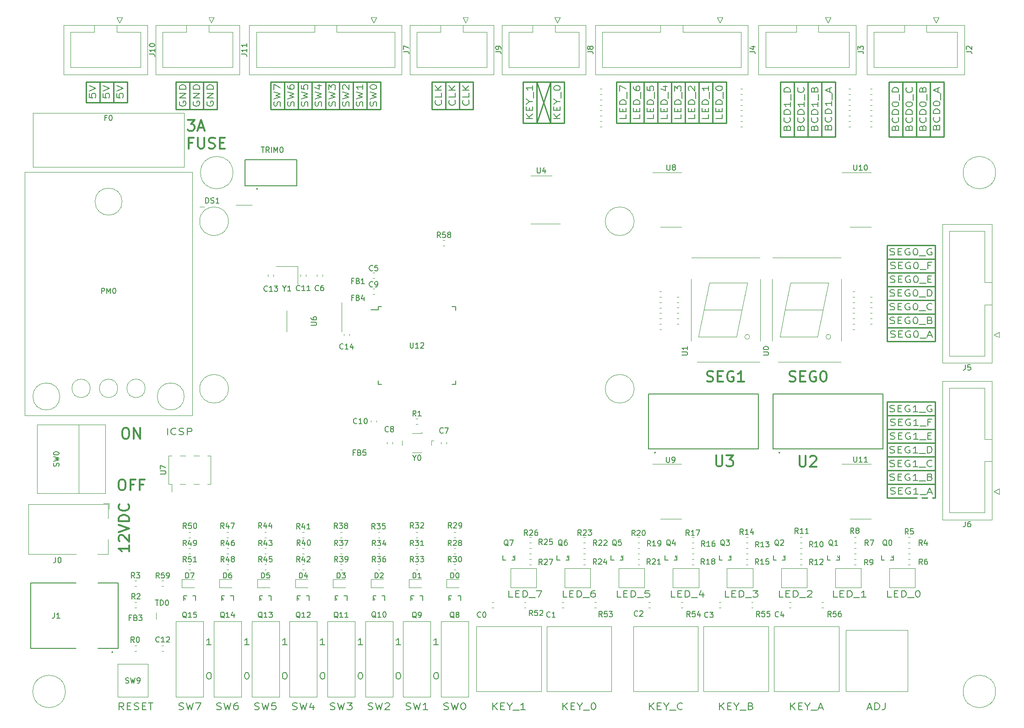
<source format=gto>
G04 #@! TF.GenerationSoftware,KiCad,Pcbnew,(5.1.6)-1*
G04 #@! TF.CreationDate,2021-11-15T16:27:51+07:00*
G04 #@! TF.ProjectId,digitalSystemBoard,64696769-7461-46c5-9379-7374656d426f,rev?*
G04 #@! TF.SameCoordinates,Original*
G04 #@! TF.FileFunction,Legend,Top*
G04 #@! TF.FilePolarity,Positive*
%FSLAX46Y46*%
G04 Gerber Fmt 4.6, Leading zero omitted, Abs format (unit mm)*
G04 Created by KiCad (PCBNEW (5.1.6)-1) date 2021-11-15 16:27:51*
%MOMM*%
%LPD*%
G01*
G04 APERTURE LIST*
%ADD10C,0.200000*%
%ADD11C,0.300000*%
%ADD12C,0.120000*%
%ADD13C,0.250000*%
%ADD14C,0.150000*%
%ADD15C,0.127000*%
%ADD16C,0.152400*%
%ADD17C,0.010000*%
%ADD18C,0.852000*%
%ADD19R,1.902000X2.702000*%
%ADD20O,1.902000X2.702000*%
%ADD21C,5.102000*%
%ADD22R,1.302000X1.572000*%
%ADD23R,1.502000X1.302000*%
%ADD24R,0.652000X1.602000*%
%ADD25R,1.602000X0.652000*%
%ADD26R,1.501997X2.701995*%
%ADD27R,2.501995X2.701995*%
%ADD28R,2.102000X1.602000*%
%ADD29C,3.102000*%
%ADD30C,3.602000*%
%ADD31C,1.350000*%
%ADD32R,1.350000X1.350000*%
%ADD33C,2.102000*%
%ADD34O,2.602000X2.352000*%
%ADD35R,1.602000X1.602000*%
%ADD36R,0.559200X1.219600*%
%ADD37R,1.626000X2.626000*%
%ADD38O,1.626000X2.626000*%
%ADD39C,1.802000*%
%ADD40C,1.499000*%
%ADD41R,1.499000X1.499000*%
%ADD42C,1.626000*%
%ADD43R,3.602000X3.602000*%
%ADD44R,1.102000X3.252000*%
%ADD45C,5.402000*%
%ADD46R,1.902000X1.302000*%
%ADD47R,1.510000X1.510000*%
%ADD48C,1.510000*%
%ADD49C,3.418000*%
%ADD50R,1.572000X1.302000*%
G04 APERTURE END LIST*
D10*
X139750000Y-138542857D02*
X139035714Y-138542857D01*
X139035714Y-137342857D01*
X140250000Y-137914285D02*
X140750000Y-137914285D01*
X140964285Y-138542857D02*
X140250000Y-138542857D01*
X140250000Y-137342857D01*
X140964285Y-137342857D01*
X141607142Y-138542857D02*
X141607142Y-137342857D01*
X141964285Y-137342857D01*
X142178571Y-137400000D01*
X142321428Y-137514285D01*
X142392857Y-137628571D01*
X142464285Y-137857142D01*
X142464285Y-138028571D01*
X142392857Y-138257142D01*
X142321428Y-138371428D01*
X142178571Y-138485714D01*
X141964285Y-138542857D01*
X141607142Y-138542857D01*
X142750000Y-138657142D02*
X143892857Y-138657142D01*
X144107142Y-137342857D02*
X145107142Y-137342857D01*
X144464285Y-138542857D01*
D11*
X67976904Y-107234761D02*
X68357857Y-107234761D01*
X68548333Y-107330000D01*
X68738809Y-107520476D01*
X68834047Y-107901428D01*
X68834047Y-108568095D01*
X68738809Y-108949047D01*
X68548333Y-109139523D01*
X68357857Y-109234761D01*
X67976904Y-109234761D01*
X67786428Y-109139523D01*
X67595952Y-108949047D01*
X67500714Y-108568095D01*
X67500714Y-107901428D01*
X67595952Y-107520476D01*
X67786428Y-107330000D01*
X67976904Y-107234761D01*
X69691190Y-109234761D02*
X69691190Y-107234761D01*
X70834047Y-109234761D01*
X70834047Y-107234761D01*
D12*
X73800000Y-141400000D02*
X73800000Y-142600000D01*
D10*
X125494571Y-152504857D02*
X125637428Y-152504857D01*
X125780285Y-152562000D01*
X125851714Y-152619142D01*
X125923142Y-152733428D01*
X125994571Y-152962000D01*
X125994571Y-153247714D01*
X125923142Y-153476285D01*
X125851714Y-153590571D01*
X125780285Y-153647714D01*
X125637428Y-153704857D01*
X125494571Y-153704857D01*
X125351714Y-153647714D01*
X125280285Y-153590571D01*
X125208857Y-153476285D01*
X125137428Y-153247714D01*
X125137428Y-152962000D01*
X125208857Y-152733428D01*
X125280285Y-152619142D01*
X125351714Y-152562000D01*
X125494571Y-152504857D01*
X118494571Y-152504857D02*
X118637428Y-152504857D01*
X118780285Y-152562000D01*
X118851714Y-152619142D01*
X118923142Y-152733428D01*
X118994571Y-152962000D01*
X118994571Y-153247714D01*
X118923142Y-153476285D01*
X118851714Y-153590571D01*
X118780285Y-153647714D01*
X118637428Y-153704857D01*
X118494571Y-153704857D01*
X118351714Y-153647714D01*
X118280285Y-153590571D01*
X118208857Y-153476285D01*
X118137428Y-153247714D01*
X118137428Y-152962000D01*
X118208857Y-152733428D01*
X118280285Y-152619142D01*
X118351714Y-152562000D01*
X118494571Y-152504857D01*
X111494571Y-152504857D02*
X111637428Y-152504857D01*
X111780285Y-152562000D01*
X111851714Y-152619142D01*
X111923142Y-152733428D01*
X111994571Y-152962000D01*
X111994571Y-153247714D01*
X111923142Y-153476285D01*
X111851714Y-153590571D01*
X111780285Y-153647714D01*
X111637428Y-153704857D01*
X111494571Y-153704857D01*
X111351714Y-153647714D01*
X111280285Y-153590571D01*
X111208857Y-153476285D01*
X111137428Y-153247714D01*
X111137428Y-152962000D01*
X111208857Y-152733428D01*
X111280285Y-152619142D01*
X111351714Y-152562000D01*
X111494571Y-152504857D01*
X104494571Y-152504857D02*
X104637428Y-152504857D01*
X104780285Y-152562000D01*
X104851714Y-152619142D01*
X104923142Y-152733428D01*
X104994571Y-152962000D01*
X104994571Y-153247714D01*
X104923142Y-153476285D01*
X104851714Y-153590571D01*
X104780285Y-153647714D01*
X104637428Y-153704857D01*
X104494571Y-153704857D01*
X104351714Y-153647714D01*
X104280285Y-153590571D01*
X104208857Y-153476285D01*
X104137428Y-153247714D01*
X104137428Y-152962000D01*
X104208857Y-152733428D01*
X104280285Y-152619142D01*
X104351714Y-152562000D01*
X104494571Y-152504857D01*
X97494571Y-152504857D02*
X97637428Y-152504857D01*
X97780285Y-152562000D01*
X97851714Y-152619142D01*
X97923142Y-152733428D01*
X97994571Y-152962000D01*
X97994571Y-153247714D01*
X97923142Y-153476285D01*
X97851714Y-153590571D01*
X97780285Y-153647714D01*
X97637428Y-153704857D01*
X97494571Y-153704857D01*
X97351714Y-153647714D01*
X97280285Y-153590571D01*
X97208857Y-153476285D01*
X97137428Y-153247714D01*
X97137428Y-152962000D01*
X97208857Y-152733428D01*
X97280285Y-152619142D01*
X97351714Y-152562000D01*
X97494571Y-152504857D01*
X90494571Y-152504857D02*
X90637428Y-152504857D01*
X90780285Y-152562000D01*
X90851714Y-152619142D01*
X90923142Y-152733428D01*
X90994571Y-152962000D01*
X90994571Y-153247714D01*
X90923142Y-153476285D01*
X90851714Y-153590571D01*
X90780285Y-153647714D01*
X90637428Y-153704857D01*
X90494571Y-153704857D01*
X90351714Y-153647714D01*
X90280285Y-153590571D01*
X90208857Y-153476285D01*
X90137428Y-153247714D01*
X90137428Y-152962000D01*
X90208857Y-152733428D01*
X90280285Y-152619142D01*
X90351714Y-152562000D01*
X90494571Y-152504857D01*
X125994571Y-147354857D02*
X125137428Y-147354857D01*
X125566000Y-147354857D02*
X125566000Y-146154857D01*
X125423142Y-146326285D01*
X125280285Y-146440571D01*
X125137428Y-146497714D01*
X118994571Y-147354857D02*
X118137428Y-147354857D01*
X118566000Y-147354857D02*
X118566000Y-146154857D01*
X118423142Y-146326285D01*
X118280285Y-146440571D01*
X118137428Y-146497714D01*
X111994571Y-147354857D02*
X111137428Y-147354857D01*
X111566000Y-147354857D02*
X111566000Y-146154857D01*
X111423142Y-146326285D01*
X111280285Y-146440571D01*
X111137428Y-146497714D01*
X104994571Y-147354857D02*
X104137428Y-147354857D01*
X104566000Y-147354857D02*
X104566000Y-146154857D01*
X104423142Y-146326285D01*
X104280285Y-146440571D01*
X104137428Y-146497714D01*
X97994571Y-147354857D02*
X97137428Y-147354857D01*
X97566000Y-147354857D02*
X97566000Y-146154857D01*
X97423142Y-146326285D01*
X97280285Y-146440571D01*
X97137428Y-146497714D01*
X90994571Y-147354857D02*
X90137428Y-147354857D01*
X90566000Y-147354857D02*
X90566000Y-146154857D01*
X90423142Y-146326285D01*
X90280285Y-146440571D01*
X90137428Y-146497714D01*
X83494571Y-152504857D02*
X83637428Y-152504857D01*
X83780285Y-152562000D01*
X83851714Y-152619142D01*
X83923142Y-152733428D01*
X83994571Y-152962000D01*
X83994571Y-153247714D01*
X83923142Y-153476285D01*
X83851714Y-153590571D01*
X83780285Y-153647714D01*
X83637428Y-153704857D01*
X83494571Y-153704857D01*
X83351714Y-153647714D01*
X83280285Y-153590571D01*
X83208857Y-153476285D01*
X83137428Y-153247714D01*
X83137428Y-152962000D01*
X83208857Y-152733428D01*
X83280285Y-152619142D01*
X83351714Y-152562000D01*
X83494571Y-152504857D01*
X83994571Y-147354857D02*
X83137428Y-147354857D01*
X83566000Y-147354857D02*
X83566000Y-146154857D01*
X83423142Y-146326285D01*
X83280285Y-146440571D01*
X83137428Y-146497714D01*
D11*
X79640714Y-50244761D02*
X80878809Y-50244761D01*
X80212142Y-51006666D01*
X80497857Y-51006666D01*
X80688333Y-51101904D01*
X80783571Y-51197142D01*
X80878809Y-51387619D01*
X80878809Y-51863809D01*
X80783571Y-52054285D01*
X80688333Y-52149523D01*
X80497857Y-52244761D01*
X79926428Y-52244761D01*
X79735952Y-52149523D01*
X79640714Y-52054285D01*
X81640714Y-51673333D02*
X82593095Y-51673333D01*
X81450238Y-52244761D02*
X82116904Y-50244761D01*
X82783571Y-52244761D01*
X80497857Y-54497142D02*
X79831190Y-54497142D01*
X79831190Y-55544761D02*
X79831190Y-53544761D01*
X80783571Y-53544761D01*
X81545476Y-53544761D02*
X81545476Y-55163809D01*
X81640714Y-55354285D01*
X81735952Y-55449523D01*
X81926428Y-55544761D01*
X82307380Y-55544761D01*
X82497857Y-55449523D01*
X82593095Y-55354285D01*
X82688333Y-55163809D01*
X82688333Y-53544761D01*
X83545476Y-55449523D02*
X83831190Y-55544761D01*
X84307380Y-55544761D01*
X84497857Y-55449523D01*
X84593095Y-55354285D01*
X84688333Y-55163809D01*
X84688333Y-54973333D01*
X84593095Y-54782857D01*
X84497857Y-54687619D01*
X84307380Y-54592380D01*
X83926428Y-54497142D01*
X83735952Y-54401904D01*
X83640714Y-54306666D01*
X83545476Y-54116190D01*
X83545476Y-53925714D01*
X83640714Y-53735238D01*
X83735952Y-53640000D01*
X83926428Y-53544761D01*
X84402619Y-53544761D01*
X84688333Y-53640000D01*
X85545476Y-54497142D02*
X86212142Y-54497142D01*
X86497857Y-55544761D02*
X85545476Y-55544761D01*
X85545476Y-53544761D01*
X86497857Y-53544761D01*
X67310238Y-116759761D02*
X67691190Y-116759761D01*
X67881666Y-116855000D01*
X68072142Y-117045476D01*
X68167380Y-117426428D01*
X68167380Y-118093095D01*
X68072142Y-118474047D01*
X67881666Y-118664523D01*
X67691190Y-118759761D01*
X67310238Y-118759761D01*
X67119761Y-118664523D01*
X66929285Y-118474047D01*
X66834047Y-118093095D01*
X66834047Y-117426428D01*
X66929285Y-117045476D01*
X67119761Y-116855000D01*
X67310238Y-116759761D01*
X69691190Y-117712142D02*
X69024523Y-117712142D01*
X69024523Y-118759761D02*
X69024523Y-116759761D01*
X69976904Y-116759761D01*
X71405476Y-117712142D02*
X70738809Y-117712142D01*
X70738809Y-118759761D02*
X70738809Y-116759761D01*
X71691190Y-116759761D01*
D10*
X75890714Y-108492857D02*
X75890714Y-107292857D01*
X77462142Y-108378571D02*
X77390714Y-108435714D01*
X77176428Y-108492857D01*
X77033571Y-108492857D01*
X76819285Y-108435714D01*
X76676428Y-108321428D01*
X76605000Y-108207142D01*
X76533571Y-107978571D01*
X76533571Y-107807142D01*
X76605000Y-107578571D01*
X76676428Y-107464285D01*
X76819285Y-107350000D01*
X77033571Y-107292857D01*
X77176428Y-107292857D01*
X77390714Y-107350000D01*
X77462142Y-107407142D01*
X78033571Y-108435714D02*
X78247857Y-108492857D01*
X78605000Y-108492857D01*
X78747857Y-108435714D01*
X78819285Y-108378571D01*
X78890714Y-108264285D01*
X78890714Y-108150000D01*
X78819285Y-108035714D01*
X78747857Y-107978571D01*
X78605000Y-107921428D01*
X78319285Y-107864285D01*
X78176428Y-107807142D01*
X78105000Y-107750000D01*
X78033571Y-107635714D01*
X78033571Y-107521428D01*
X78105000Y-107407142D01*
X78176428Y-107350000D01*
X78319285Y-107292857D01*
X78676428Y-107292857D01*
X78890714Y-107350000D01*
X79533571Y-108492857D02*
X79533571Y-107292857D01*
X80105000Y-107292857D01*
X80247857Y-107350000D01*
X80319285Y-107407142D01*
X80390714Y-107521428D01*
X80390714Y-107692857D01*
X80319285Y-107807142D01*
X80247857Y-107864285D01*
X80105000Y-107921428D01*
X79533571Y-107921428D01*
D11*
X68849761Y-128968095D02*
X68849761Y-130110952D01*
X68849761Y-129539523D02*
X66849761Y-129539523D01*
X67135476Y-129730000D01*
X67325952Y-129920476D01*
X67421190Y-130110952D01*
X67040238Y-128206190D02*
X66945000Y-128110952D01*
X66849761Y-127920476D01*
X66849761Y-127444285D01*
X66945000Y-127253809D01*
X67040238Y-127158571D01*
X67230714Y-127063333D01*
X67421190Y-127063333D01*
X67706904Y-127158571D01*
X68849761Y-128301428D01*
X68849761Y-127063333D01*
X66849761Y-126491904D02*
X68849761Y-125825238D01*
X66849761Y-125158571D01*
X68849761Y-124491904D02*
X66849761Y-124491904D01*
X66849761Y-124015714D01*
X66945000Y-123730000D01*
X67135476Y-123539523D01*
X67325952Y-123444285D01*
X67706904Y-123349047D01*
X67992619Y-123349047D01*
X68373571Y-123444285D01*
X68564047Y-123539523D01*
X68754523Y-123730000D01*
X68849761Y-124015714D01*
X68849761Y-124491904D01*
X68659285Y-121349047D02*
X68754523Y-121444285D01*
X68849761Y-121730000D01*
X68849761Y-121920476D01*
X68754523Y-122206190D01*
X68564047Y-122396666D01*
X68373571Y-122491904D01*
X67992619Y-122587142D01*
X67706904Y-122587142D01*
X67325952Y-122491904D01*
X67135476Y-122396666D01*
X66945000Y-122206190D01*
X66849761Y-121920476D01*
X66849761Y-121730000D01*
X66945000Y-121444285D01*
X67040238Y-121349047D01*
D13*
X217805000Y-86125000D02*
X217805000Y-83585000D01*
X208915000Y-81045000D02*
X217805000Y-81045000D01*
X208915000Y-88665000D02*
X208915000Y-91205000D01*
X217805000Y-88665000D02*
X217805000Y-86125000D01*
X208915000Y-83585000D02*
X208915000Y-86125000D01*
X208915000Y-78505000D02*
X208915000Y-81045000D01*
X217805000Y-81045000D02*
X217805000Y-78505000D01*
X217805000Y-78505000D02*
X217805000Y-75965000D01*
X208915000Y-83585000D02*
X217805000Y-83585000D01*
X208915000Y-78505000D02*
X217805000Y-78505000D01*
X208915000Y-88665000D02*
X217805000Y-88665000D01*
X208915000Y-81045000D02*
X208915000Y-83585000D01*
X217805000Y-91205000D02*
X217805000Y-88665000D01*
X208915000Y-75965000D02*
X217805000Y-75965000D01*
X208915000Y-86125000D02*
X208915000Y-88665000D01*
X208915000Y-86125000D02*
X217805000Y-86125000D01*
X208915000Y-75965000D02*
X208915000Y-78505000D01*
X217805000Y-83585000D02*
X217805000Y-81045000D01*
X208915000Y-91205000D02*
X217805000Y-91205000D01*
D10*
X209467142Y-87880714D02*
X209681428Y-87937857D01*
X210038571Y-87937857D01*
X210181428Y-87880714D01*
X210252857Y-87823571D01*
X210324285Y-87709285D01*
X210324285Y-87595000D01*
X210252857Y-87480714D01*
X210181428Y-87423571D01*
X210038571Y-87366428D01*
X209752857Y-87309285D01*
X209610000Y-87252142D01*
X209538571Y-87195000D01*
X209467142Y-87080714D01*
X209467142Y-86966428D01*
X209538571Y-86852142D01*
X209610000Y-86795000D01*
X209752857Y-86737857D01*
X210110000Y-86737857D01*
X210324285Y-86795000D01*
X210967142Y-87309285D02*
X211467142Y-87309285D01*
X211681428Y-87937857D02*
X210967142Y-87937857D01*
X210967142Y-86737857D01*
X211681428Y-86737857D01*
X213110000Y-86795000D02*
X212967142Y-86737857D01*
X212752857Y-86737857D01*
X212538571Y-86795000D01*
X212395714Y-86909285D01*
X212324285Y-87023571D01*
X212252857Y-87252142D01*
X212252857Y-87423571D01*
X212324285Y-87652142D01*
X212395714Y-87766428D01*
X212538571Y-87880714D01*
X212752857Y-87937857D01*
X212895714Y-87937857D01*
X213110000Y-87880714D01*
X213181428Y-87823571D01*
X213181428Y-87423571D01*
X212895714Y-87423571D01*
X214110000Y-86737857D02*
X214252857Y-86737857D01*
X214395714Y-86795000D01*
X214467142Y-86852142D01*
X214538571Y-86966428D01*
X214610000Y-87195000D01*
X214610000Y-87480714D01*
X214538571Y-87709285D01*
X214467142Y-87823571D01*
X214395714Y-87880714D01*
X214252857Y-87937857D01*
X214110000Y-87937857D01*
X213967142Y-87880714D01*
X213895714Y-87823571D01*
X213824285Y-87709285D01*
X213752857Y-87480714D01*
X213752857Y-87195000D01*
X213824285Y-86966428D01*
X213895714Y-86852142D01*
X213967142Y-86795000D01*
X214110000Y-86737857D01*
X214895714Y-88052142D02*
X216038571Y-88052142D01*
X216895714Y-87309285D02*
X217110000Y-87366428D01*
X217181428Y-87423571D01*
X217252857Y-87537857D01*
X217252857Y-87709285D01*
X217181428Y-87823571D01*
X217110000Y-87880714D01*
X216967142Y-87937857D01*
X216395714Y-87937857D01*
X216395714Y-86737857D01*
X216895714Y-86737857D01*
X217038571Y-86795000D01*
X217110000Y-86852142D01*
X217181428Y-86966428D01*
X217181428Y-87080714D01*
X217110000Y-87195000D01*
X217038571Y-87252142D01*
X216895714Y-87309285D01*
X216395714Y-87309285D01*
X209574285Y-90420714D02*
X209788571Y-90477857D01*
X210145714Y-90477857D01*
X210288571Y-90420714D01*
X210360000Y-90363571D01*
X210431428Y-90249285D01*
X210431428Y-90135000D01*
X210360000Y-90020714D01*
X210288571Y-89963571D01*
X210145714Y-89906428D01*
X209860000Y-89849285D01*
X209717142Y-89792142D01*
X209645714Y-89735000D01*
X209574285Y-89620714D01*
X209574285Y-89506428D01*
X209645714Y-89392142D01*
X209717142Y-89335000D01*
X209860000Y-89277857D01*
X210217142Y-89277857D01*
X210431428Y-89335000D01*
X211074285Y-89849285D02*
X211574285Y-89849285D01*
X211788571Y-90477857D02*
X211074285Y-90477857D01*
X211074285Y-89277857D01*
X211788571Y-89277857D01*
X213217142Y-89335000D02*
X213074285Y-89277857D01*
X212860000Y-89277857D01*
X212645714Y-89335000D01*
X212502857Y-89449285D01*
X212431428Y-89563571D01*
X212360000Y-89792142D01*
X212360000Y-89963571D01*
X212431428Y-90192142D01*
X212502857Y-90306428D01*
X212645714Y-90420714D01*
X212860000Y-90477857D01*
X213002857Y-90477857D01*
X213217142Y-90420714D01*
X213288571Y-90363571D01*
X213288571Y-89963571D01*
X213002857Y-89963571D01*
X214217142Y-89277857D02*
X214360000Y-89277857D01*
X214502857Y-89335000D01*
X214574285Y-89392142D01*
X214645714Y-89506428D01*
X214717142Y-89735000D01*
X214717142Y-90020714D01*
X214645714Y-90249285D01*
X214574285Y-90363571D01*
X214502857Y-90420714D01*
X214360000Y-90477857D01*
X214217142Y-90477857D01*
X214074285Y-90420714D01*
X214002857Y-90363571D01*
X213931428Y-90249285D01*
X213860000Y-90020714D01*
X213860000Y-89735000D01*
X213931428Y-89506428D01*
X214002857Y-89392142D01*
X214074285Y-89335000D01*
X214217142Y-89277857D01*
X215002857Y-90592142D02*
X216145714Y-90592142D01*
X216431428Y-90135000D02*
X217145714Y-90135000D01*
X216288571Y-90477857D02*
X216788571Y-89277857D01*
X217288571Y-90477857D01*
X209467142Y-82800714D02*
X209681428Y-82857857D01*
X210038571Y-82857857D01*
X210181428Y-82800714D01*
X210252857Y-82743571D01*
X210324285Y-82629285D01*
X210324285Y-82515000D01*
X210252857Y-82400714D01*
X210181428Y-82343571D01*
X210038571Y-82286428D01*
X209752857Y-82229285D01*
X209610000Y-82172142D01*
X209538571Y-82115000D01*
X209467142Y-82000714D01*
X209467142Y-81886428D01*
X209538571Y-81772142D01*
X209610000Y-81715000D01*
X209752857Y-81657857D01*
X210110000Y-81657857D01*
X210324285Y-81715000D01*
X210967142Y-82229285D02*
X211467142Y-82229285D01*
X211681428Y-82857857D02*
X210967142Y-82857857D01*
X210967142Y-81657857D01*
X211681428Y-81657857D01*
X213110000Y-81715000D02*
X212967142Y-81657857D01*
X212752857Y-81657857D01*
X212538571Y-81715000D01*
X212395714Y-81829285D01*
X212324285Y-81943571D01*
X212252857Y-82172142D01*
X212252857Y-82343571D01*
X212324285Y-82572142D01*
X212395714Y-82686428D01*
X212538571Y-82800714D01*
X212752857Y-82857857D01*
X212895714Y-82857857D01*
X213110000Y-82800714D01*
X213181428Y-82743571D01*
X213181428Y-82343571D01*
X212895714Y-82343571D01*
X214110000Y-81657857D02*
X214252857Y-81657857D01*
X214395714Y-81715000D01*
X214467142Y-81772142D01*
X214538571Y-81886428D01*
X214610000Y-82115000D01*
X214610000Y-82400714D01*
X214538571Y-82629285D01*
X214467142Y-82743571D01*
X214395714Y-82800714D01*
X214252857Y-82857857D01*
X214110000Y-82857857D01*
X213967142Y-82800714D01*
X213895714Y-82743571D01*
X213824285Y-82629285D01*
X213752857Y-82400714D01*
X213752857Y-82115000D01*
X213824285Y-81886428D01*
X213895714Y-81772142D01*
X213967142Y-81715000D01*
X214110000Y-81657857D01*
X214895714Y-82972142D02*
X216038571Y-82972142D01*
X216395714Y-82857857D02*
X216395714Y-81657857D01*
X216752857Y-81657857D01*
X216967142Y-81715000D01*
X217110000Y-81829285D01*
X217181428Y-81943571D01*
X217252857Y-82172142D01*
X217252857Y-82343571D01*
X217181428Y-82572142D01*
X217110000Y-82686428D01*
X216967142Y-82800714D01*
X216752857Y-82857857D01*
X216395714Y-82857857D01*
X209574285Y-77720714D02*
X209788571Y-77777857D01*
X210145714Y-77777857D01*
X210288571Y-77720714D01*
X210360000Y-77663571D01*
X210431428Y-77549285D01*
X210431428Y-77435000D01*
X210360000Y-77320714D01*
X210288571Y-77263571D01*
X210145714Y-77206428D01*
X209860000Y-77149285D01*
X209717142Y-77092142D01*
X209645714Y-77035000D01*
X209574285Y-76920714D01*
X209574285Y-76806428D01*
X209645714Y-76692142D01*
X209717142Y-76635000D01*
X209860000Y-76577857D01*
X210217142Y-76577857D01*
X210431428Y-76635000D01*
X211074285Y-77149285D02*
X211574285Y-77149285D01*
X211788571Y-77777857D02*
X211074285Y-77777857D01*
X211074285Y-76577857D01*
X211788571Y-76577857D01*
X213217142Y-76635000D02*
X213074285Y-76577857D01*
X212860000Y-76577857D01*
X212645714Y-76635000D01*
X212502857Y-76749285D01*
X212431428Y-76863571D01*
X212360000Y-77092142D01*
X212360000Y-77263571D01*
X212431428Y-77492142D01*
X212502857Y-77606428D01*
X212645714Y-77720714D01*
X212860000Y-77777857D01*
X213002857Y-77777857D01*
X213217142Y-77720714D01*
X213288571Y-77663571D01*
X213288571Y-77263571D01*
X213002857Y-77263571D01*
X214217142Y-76577857D02*
X214360000Y-76577857D01*
X214502857Y-76635000D01*
X214574285Y-76692142D01*
X214645714Y-76806428D01*
X214717142Y-77035000D01*
X214717142Y-77320714D01*
X214645714Y-77549285D01*
X214574285Y-77663571D01*
X214502857Y-77720714D01*
X214360000Y-77777857D01*
X214217142Y-77777857D01*
X214074285Y-77720714D01*
X214002857Y-77663571D01*
X213931428Y-77549285D01*
X213860000Y-77320714D01*
X213860000Y-77035000D01*
X213931428Y-76806428D01*
X214002857Y-76692142D01*
X214074285Y-76635000D01*
X214217142Y-76577857D01*
X215002857Y-77892142D02*
X216145714Y-77892142D01*
X217002857Y-77149285D02*
X216502857Y-77149285D01*
X216502857Y-77777857D02*
X216502857Y-76577857D01*
X217217142Y-76577857D01*
X209538571Y-80260714D02*
X209752857Y-80317857D01*
X210110000Y-80317857D01*
X210252857Y-80260714D01*
X210324285Y-80203571D01*
X210395714Y-80089285D01*
X210395714Y-79975000D01*
X210324285Y-79860714D01*
X210252857Y-79803571D01*
X210110000Y-79746428D01*
X209824285Y-79689285D01*
X209681428Y-79632142D01*
X209610000Y-79575000D01*
X209538571Y-79460714D01*
X209538571Y-79346428D01*
X209610000Y-79232142D01*
X209681428Y-79175000D01*
X209824285Y-79117857D01*
X210181428Y-79117857D01*
X210395714Y-79175000D01*
X211038571Y-79689285D02*
X211538571Y-79689285D01*
X211752857Y-80317857D02*
X211038571Y-80317857D01*
X211038571Y-79117857D01*
X211752857Y-79117857D01*
X213181428Y-79175000D02*
X213038571Y-79117857D01*
X212824285Y-79117857D01*
X212610000Y-79175000D01*
X212467142Y-79289285D01*
X212395714Y-79403571D01*
X212324285Y-79632142D01*
X212324285Y-79803571D01*
X212395714Y-80032142D01*
X212467142Y-80146428D01*
X212610000Y-80260714D01*
X212824285Y-80317857D01*
X212967142Y-80317857D01*
X213181428Y-80260714D01*
X213252857Y-80203571D01*
X213252857Y-79803571D01*
X212967142Y-79803571D01*
X214181428Y-79117857D02*
X214324285Y-79117857D01*
X214467142Y-79175000D01*
X214538571Y-79232142D01*
X214610000Y-79346428D01*
X214681428Y-79575000D01*
X214681428Y-79860714D01*
X214610000Y-80089285D01*
X214538571Y-80203571D01*
X214467142Y-80260714D01*
X214324285Y-80317857D01*
X214181428Y-80317857D01*
X214038571Y-80260714D01*
X213967142Y-80203571D01*
X213895714Y-80089285D01*
X213824285Y-79860714D01*
X213824285Y-79575000D01*
X213895714Y-79346428D01*
X213967142Y-79232142D01*
X214038571Y-79175000D01*
X214181428Y-79117857D01*
X214967142Y-80432142D02*
X216110000Y-80432142D01*
X216467142Y-79689285D02*
X216967142Y-79689285D01*
X217181428Y-80317857D02*
X216467142Y-80317857D01*
X216467142Y-79117857D01*
X217181428Y-79117857D01*
X209467142Y-75180714D02*
X209681428Y-75237857D01*
X210038571Y-75237857D01*
X210181428Y-75180714D01*
X210252857Y-75123571D01*
X210324285Y-75009285D01*
X210324285Y-74895000D01*
X210252857Y-74780714D01*
X210181428Y-74723571D01*
X210038571Y-74666428D01*
X209752857Y-74609285D01*
X209610000Y-74552142D01*
X209538571Y-74495000D01*
X209467142Y-74380714D01*
X209467142Y-74266428D01*
X209538571Y-74152142D01*
X209610000Y-74095000D01*
X209752857Y-74037857D01*
X210110000Y-74037857D01*
X210324285Y-74095000D01*
X210967142Y-74609285D02*
X211467142Y-74609285D01*
X211681428Y-75237857D02*
X210967142Y-75237857D01*
X210967142Y-74037857D01*
X211681428Y-74037857D01*
X213110000Y-74095000D02*
X212967142Y-74037857D01*
X212752857Y-74037857D01*
X212538571Y-74095000D01*
X212395714Y-74209285D01*
X212324285Y-74323571D01*
X212252857Y-74552142D01*
X212252857Y-74723571D01*
X212324285Y-74952142D01*
X212395714Y-75066428D01*
X212538571Y-75180714D01*
X212752857Y-75237857D01*
X212895714Y-75237857D01*
X213110000Y-75180714D01*
X213181428Y-75123571D01*
X213181428Y-74723571D01*
X212895714Y-74723571D01*
X214110000Y-74037857D02*
X214252857Y-74037857D01*
X214395714Y-74095000D01*
X214467142Y-74152142D01*
X214538571Y-74266428D01*
X214610000Y-74495000D01*
X214610000Y-74780714D01*
X214538571Y-75009285D01*
X214467142Y-75123571D01*
X214395714Y-75180714D01*
X214252857Y-75237857D01*
X214110000Y-75237857D01*
X213967142Y-75180714D01*
X213895714Y-75123571D01*
X213824285Y-75009285D01*
X213752857Y-74780714D01*
X213752857Y-74495000D01*
X213824285Y-74266428D01*
X213895714Y-74152142D01*
X213967142Y-74095000D01*
X214110000Y-74037857D01*
X214895714Y-75352142D02*
X216038571Y-75352142D01*
X217181428Y-74095000D02*
X217038571Y-74037857D01*
X216824285Y-74037857D01*
X216610000Y-74095000D01*
X216467142Y-74209285D01*
X216395714Y-74323571D01*
X216324285Y-74552142D01*
X216324285Y-74723571D01*
X216395714Y-74952142D01*
X216467142Y-75066428D01*
X216610000Y-75180714D01*
X216824285Y-75237857D01*
X216967142Y-75237857D01*
X217181428Y-75180714D01*
X217252857Y-75123571D01*
X217252857Y-74723571D01*
X216967142Y-74723571D01*
X209467142Y-85340714D02*
X209681428Y-85397857D01*
X210038571Y-85397857D01*
X210181428Y-85340714D01*
X210252857Y-85283571D01*
X210324285Y-85169285D01*
X210324285Y-85055000D01*
X210252857Y-84940714D01*
X210181428Y-84883571D01*
X210038571Y-84826428D01*
X209752857Y-84769285D01*
X209610000Y-84712142D01*
X209538571Y-84655000D01*
X209467142Y-84540714D01*
X209467142Y-84426428D01*
X209538571Y-84312142D01*
X209610000Y-84255000D01*
X209752857Y-84197857D01*
X210110000Y-84197857D01*
X210324285Y-84255000D01*
X210967142Y-84769285D02*
X211467142Y-84769285D01*
X211681428Y-85397857D02*
X210967142Y-85397857D01*
X210967142Y-84197857D01*
X211681428Y-84197857D01*
X213110000Y-84255000D02*
X212967142Y-84197857D01*
X212752857Y-84197857D01*
X212538571Y-84255000D01*
X212395714Y-84369285D01*
X212324285Y-84483571D01*
X212252857Y-84712142D01*
X212252857Y-84883571D01*
X212324285Y-85112142D01*
X212395714Y-85226428D01*
X212538571Y-85340714D01*
X212752857Y-85397857D01*
X212895714Y-85397857D01*
X213110000Y-85340714D01*
X213181428Y-85283571D01*
X213181428Y-84883571D01*
X212895714Y-84883571D01*
X214110000Y-84197857D02*
X214252857Y-84197857D01*
X214395714Y-84255000D01*
X214467142Y-84312142D01*
X214538571Y-84426428D01*
X214610000Y-84655000D01*
X214610000Y-84940714D01*
X214538571Y-85169285D01*
X214467142Y-85283571D01*
X214395714Y-85340714D01*
X214252857Y-85397857D01*
X214110000Y-85397857D01*
X213967142Y-85340714D01*
X213895714Y-85283571D01*
X213824285Y-85169285D01*
X213752857Y-84940714D01*
X213752857Y-84655000D01*
X213824285Y-84426428D01*
X213895714Y-84312142D01*
X213967142Y-84255000D01*
X214110000Y-84197857D01*
X214895714Y-85512142D02*
X216038571Y-85512142D01*
X217252857Y-85283571D02*
X217181428Y-85340714D01*
X216967142Y-85397857D01*
X216824285Y-85397857D01*
X216610000Y-85340714D01*
X216467142Y-85226428D01*
X216395714Y-85112142D01*
X216324285Y-84883571D01*
X216324285Y-84712142D01*
X216395714Y-84483571D01*
X216467142Y-84369285D01*
X216610000Y-84255000D01*
X216824285Y-84197857D01*
X216967142Y-84197857D01*
X217181428Y-84255000D01*
X217252857Y-84312142D01*
D13*
X208915000Y-73425000D02*
X208915000Y-75965000D01*
X217805000Y-75965000D02*
X217805000Y-73425000D01*
X208915000Y-73425000D02*
X217805000Y-73425000D01*
X208915000Y-120215000D02*
X217805000Y-120215000D01*
D10*
X209574285Y-119430714D02*
X209788571Y-119487857D01*
X210145714Y-119487857D01*
X210288571Y-119430714D01*
X210360000Y-119373571D01*
X210431428Y-119259285D01*
X210431428Y-119145000D01*
X210360000Y-119030714D01*
X210288571Y-118973571D01*
X210145714Y-118916428D01*
X209860000Y-118859285D01*
X209717142Y-118802142D01*
X209645714Y-118745000D01*
X209574285Y-118630714D01*
X209574285Y-118516428D01*
X209645714Y-118402142D01*
X209717142Y-118345000D01*
X209860000Y-118287857D01*
X210217142Y-118287857D01*
X210431428Y-118345000D01*
X211074285Y-118859285D02*
X211574285Y-118859285D01*
X211788571Y-119487857D02*
X211074285Y-119487857D01*
X211074285Y-118287857D01*
X211788571Y-118287857D01*
X213217142Y-118345000D02*
X213074285Y-118287857D01*
X212860000Y-118287857D01*
X212645714Y-118345000D01*
X212502857Y-118459285D01*
X212431428Y-118573571D01*
X212360000Y-118802142D01*
X212360000Y-118973571D01*
X212431428Y-119202142D01*
X212502857Y-119316428D01*
X212645714Y-119430714D01*
X212860000Y-119487857D01*
X213002857Y-119487857D01*
X213217142Y-119430714D01*
X213288571Y-119373571D01*
X213288571Y-118973571D01*
X213002857Y-118973571D01*
X214717142Y-119487857D02*
X213860000Y-119487857D01*
X214288571Y-119487857D02*
X214288571Y-118287857D01*
X214145714Y-118459285D01*
X214002857Y-118573571D01*
X213860000Y-118630714D01*
X215002857Y-119602142D02*
X216145714Y-119602142D01*
X216431428Y-119145000D02*
X217145714Y-119145000D01*
X216288571Y-119487857D02*
X216788571Y-118287857D01*
X217288571Y-119487857D01*
X209467142Y-116890714D02*
X209681428Y-116947857D01*
X210038571Y-116947857D01*
X210181428Y-116890714D01*
X210252857Y-116833571D01*
X210324285Y-116719285D01*
X210324285Y-116605000D01*
X210252857Y-116490714D01*
X210181428Y-116433571D01*
X210038571Y-116376428D01*
X209752857Y-116319285D01*
X209610000Y-116262142D01*
X209538571Y-116205000D01*
X209467142Y-116090714D01*
X209467142Y-115976428D01*
X209538571Y-115862142D01*
X209610000Y-115805000D01*
X209752857Y-115747857D01*
X210110000Y-115747857D01*
X210324285Y-115805000D01*
X210967142Y-116319285D02*
X211467142Y-116319285D01*
X211681428Y-116947857D02*
X210967142Y-116947857D01*
X210967142Y-115747857D01*
X211681428Y-115747857D01*
X213110000Y-115805000D02*
X212967142Y-115747857D01*
X212752857Y-115747857D01*
X212538571Y-115805000D01*
X212395714Y-115919285D01*
X212324285Y-116033571D01*
X212252857Y-116262142D01*
X212252857Y-116433571D01*
X212324285Y-116662142D01*
X212395714Y-116776428D01*
X212538571Y-116890714D01*
X212752857Y-116947857D01*
X212895714Y-116947857D01*
X213110000Y-116890714D01*
X213181428Y-116833571D01*
X213181428Y-116433571D01*
X212895714Y-116433571D01*
X214610000Y-116947857D02*
X213752857Y-116947857D01*
X214181428Y-116947857D02*
X214181428Y-115747857D01*
X214038571Y-115919285D01*
X213895714Y-116033571D01*
X213752857Y-116090714D01*
X214895714Y-117062142D02*
X216038571Y-117062142D01*
X216895714Y-116319285D02*
X217110000Y-116376428D01*
X217181428Y-116433571D01*
X217252857Y-116547857D01*
X217252857Y-116719285D01*
X217181428Y-116833571D01*
X217110000Y-116890714D01*
X216967142Y-116947857D01*
X216395714Y-116947857D01*
X216395714Y-115747857D01*
X216895714Y-115747857D01*
X217038571Y-115805000D01*
X217110000Y-115862142D01*
X217181428Y-115976428D01*
X217181428Y-116090714D01*
X217110000Y-116205000D01*
X217038571Y-116262142D01*
X216895714Y-116319285D01*
X216395714Y-116319285D01*
X209467142Y-114350714D02*
X209681428Y-114407857D01*
X210038571Y-114407857D01*
X210181428Y-114350714D01*
X210252857Y-114293571D01*
X210324285Y-114179285D01*
X210324285Y-114065000D01*
X210252857Y-113950714D01*
X210181428Y-113893571D01*
X210038571Y-113836428D01*
X209752857Y-113779285D01*
X209610000Y-113722142D01*
X209538571Y-113665000D01*
X209467142Y-113550714D01*
X209467142Y-113436428D01*
X209538571Y-113322142D01*
X209610000Y-113265000D01*
X209752857Y-113207857D01*
X210110000Y-113207857D01*
X210324285Y-113265000D01*
X210967142Y-113779285D02*
X211467142Y-113779285D01*
X211681428Y-114407857D02*
X210967142Y-114407857D01*
X210967142Y-113207857D01*
X211681428Y-113207857D01*
X213110000Y-113265000D02*
X212967142Y-113207857D01*
X212752857Y-113207857D01*
X212538571Y-113265000D01*
X212395714Y-113379285D01*
X212324285Y-113493571D01*
X212252857Y-113722142D01*
X212252857Y-113893571D01*
X212324285Y-114122142D01*
X212395714Y-114236428D01*
X212538571Y-114350714D01*
X212752857Y-114407857D01*
X212895714Y-114407857D01*
X213110000Y-114350714D01*
X213181428Y-114293571D01*
X213181428Y-113893571D01*
X212895714Y-113893571D01*
X214610000Y-114407857D02*
X213752857Y-114407857D01*
X214181428Y-114407857D02*
X214181428Y-113207857D01*
X214038571Y-113379285D01*
X213895714Y-113493571D01*
X213752857Y-113550714D01*
X214895714Y-114522142D02*
X216038571Y-114522142D01*
X217252857Y-114293571D02*
X217181428Y-114350714D01*
X216967142Y-114407857D01*
X216824285Y-114407857D01*
X216610000Y-114350714D01*
X216467142Y-114236428D01*
X216395714Y-114122142D01*
X216324285Y-113893571D01*
X216324285Y-113722142D01*
X216395714Y-113493571D01*
X216467142Y-113379285D01*
X216610000Y-113265000D01*
X216824285Y-113207857D01*
X216967142Y-113207857D01*
X217181428Y-113265000D01*
X217252857Y-113322142D01*
X209467142Y-111810714D02*
X209681428Y-111867857D01*
X210038571Y-111867857D01*
X210181428Y-111810714D01*
X210252857Y-111753571D01*
X210324285Y-111639285D01*
X210324285Y-111525000D01*
X210252857Y-111410714D01*
X210181428Y-111353571D01*
X210038571Y-111296428D01*
X209752857Y-111239285D01*
X209610000Y-111182142D01*
X209538571Y-111125000D01*
X209467142Y-111010714D01*
X209467142Y-110896428D01*
X209538571Y-110782142D01*
X209610000Y-110725000D01*
X209752857Y-110667857D01*
X210110000Y-110667857D01*
X210324285Y-110725000D01*
X210967142Y-111239285D02*
X211467142Y-111239285D01*
X211681428Y-111867857D02*
X210967142Y-111867857D01*
X210967142Y-110667857D01*
X211681428Y-110667857D01*
X213110000Y-110725000D02*
X212967142Y-110667857D01*
X212752857Y-110667857D01*
X212538571Y-110725000D01*
X212395714Y-110839285D01*
X212324285Y-110953571D01*
X212252857Y-111182142D01*
X212252857Y-111353571D01*
X212324285Y-111582142D01*
X212395714Y-111696428D01*
X212538571Y-111810714D01*
X212752857Y-111867857D01*
X212895714Y-111867857D01*
X213110000Y-111810714D01*
X213181428Y-111753571D01*
X213181428Y-111353571D01*
X212895714Y-111353571D01*
X214610000Y-111867857D02*
X213752857Y-111867857D01*
X214181428Y-111867857D02*
X214181428Y-110667857D01*
X214038571Y-110839285D01*
X213895714Y-110953571D01*
X213752857Y-111010714D01*
X214895714Y-111982142D02*
X216038571Y-111982142D01*
X216395714Y-111867857D02*
X216395714Y-110667857D01*
X216752857Y-110667857D01*
X216967142Y-110725000D01*
X217110000Y-110839285D01*
X217181428Y-110953571D01*
X217252857Y-111182142D01*
X217252857Y-111353571D01*
X217181428Y-111582142D01*
X217110000Y-111696428D01*
X216967142Y-111810714D01*
X216752857Y-111867857D01*
X216395714Y-111867857D01*
X209538571Y-109270714D02*
X209752857Y-109327857D01*
X210110000Y-109327857D01*
X210252857Y-109270714D01*
X210324285Y-109213571D01*
X210395714Y-109099285D01*
X210395714Y-108985000D01*
X210324285Y-108870714D01*
X210252857Y-108813571D01*
X210110000Y-108756428D01*
X209824285Y-108699285D01*
X209681428Y-108642142D01*
X209610000Y-108585000D01*
X209538571Y-108470714D01*
X209538571Y-108356428D01*
X209610000Y-108242142D01*
X209681428Y-108185000D01*
X209824285Y-108127857D01*
X210181428Y-108127857D01*
X210395714Y-108185000D01*
X211038571Y-108699285D02*
X211538571Y-108699285D01*
X211752857Y-109327857D02*
X211038571Y-109327857D01*
X211038571Y-108127857D01*
X211752857Y-108127857D01*
X213181428Y-108185000D02*
X213038571Y-108127857D01*
X212824285Y-108127857D01*
X212610000Y-108185000D01*
X212467142Y-108299285D01*
X212395714Y-108413571D01*
X212324285Y-108642142D01*
X212324285Y-108813571D01*
X212395714Y-109042142D01*
X212467142Y-109156428D01*
X212610000Y-109270714D01*
X212824285Y-109327857D01*
X212967142Y-109327857D01*
X213181428Y-109270714D01*
X213252857Y-109213571D01*
X213252857Y-108813571D01*
X212967142Y-108813571D01*
X214681428Y-109327857D02*
X213824285Y-109327857D01*
X214252857Y-109327857D02*
X214252857Y-108127857D01*
X214110000Y-108299285D01*
X213967142Y-108413571D01*
X213824285Y-108470714D01*
X214967142Y-109442142D02*
X216110000Y-109442142D01*
X216467142Y-108699285D02*
X216967142Y-108699285D01*
X217181428Y-109327857D02*
X216467142Y-109327857D01*
X216467142Y-108127857D01*
X217181428Y-108127857D01*
X209574285Y-106730714D02*
X209788571Y-106787857D01*
X210145714Y-106787857D01*
X210288571Y-106730714D01*
X210360000Y-106673571D01*
X210431428Y-106559285D01*
X210431428Y-106445000D01*
X210360000Y-106330714D01*
X210288571Y-106273571D01*
X210145714Y-106216428D01*
X209860000Y-106159285D01*
X209717142Y-106102142D01*
X209645714Y-106045000D01*
X209574285Y-105930714D01*
X209574285Y-105816428D01*
X209645714Y-105702142D01*
X209717142Y-105645000D01*
X209860000Y-105587857D01*
X210217142Y-105587857D01*
X210431428Y-105645000D01*
X211074285Y-106159285D02*
X211574285Y-106159285D01*
X211788571Y-106787857D02*
X211074285Y-106787857D01*
X211074285Y-105587857D01*
X211788571Y-105587857D01*
X213217142Y-105645000D02*
X213074285Y-105587857D01*
X212860000Y-105587857D01*
X212645714Y-105645000D01*
X212502857Y-105759285D01*
X212431428Y-105873571D01*
X212360000Y-106102142D01*
X212360000Y-106273571D01*
X212431428Y-106502142D01*
X212502857Y-106616428D01*
X212645714Y-106730714D01*
X212860000Y-106787857D01*
X213002857Y-106787857D01*
X213217142Y-106730714D01*
X213288571Y-106673571D01*
X213288571Y-106273571D01*
X213002857Y-106273571D01*
X214717142Y-106787857D02*
X213860000Y-106787857D01*
X214288571Y-106787857D02*
X214288571Y-105587857D01*
X214145714Y-105759285D01*
X214002857Y-105873571D01*
X213860000Y-105930714D01*
X215002857Y-106902142D02*
X216145714Y-106902142D01*
X217002857Y-106159285D02*
X216502857Y-106159285D01*
X216502857Y-106787857D02*
X216502857Y-105587857D01*
X217217142Y-105587857D01*
D13*
X208915000Y-117675000D02*
X208915000Y-120215000D01*
X208915000Y-115135000D02*
X208915000Y-117675000D01*
X208915000Y-112595000D02*
X208915000Y-115135000D01*
X208915000Y-110055000D02*
X208915000Y-112595000D01*
X208915000Y-107515000D02*
X208915000Y-110055000D01*
X208915000Y-104975000D02*
X208915000Y-107515000D01*
X217805000Y-120215000D02*
X217805000Y-117675000D01*
X217805000Y-117675000D02*
X217805000Y-115135000D01*
X217805000Y-115135000D02*
X217805000Y-112595000D01*
X217805000Y-112595000D02*
X217805000Y-110055000D01*
X217805000Y-110055000D02*
X217805000Y-107515000D01*
X217805000Y-107515000D02*
X217805000Y-104975000D01*
X208915000Y-117675000D02*
X217805000Y-117675000D01*
X208915000Y-115135000D02*
X217805000Y-115135000D01*
X208915000Y-112595000D02*
X217805000Y-112595000D01*
X208915000Y-110055000D02*
X217805000Y-110055000D01*
X208915000Y-107515000D02*
X217805000Y-107515000D01*
X208915000Y-104975000D02*
X217805000Y-104975000D01*
X217805000Y-104975000D02*
X217805000Y-102435000D01*
X208915000Y-102435000D02*
X217805000Y-102435000D01*
X208915000Y-102435000D02*
X208915000Y-104975000D01*
D10*
X209467142Y-104190714D02*
X209681428Y-104247857D01*
X210038571Y-104247857D01*
X210181428Y-104190714D01*
X210252857Y-104133571D01*
X210324285Y-104019285D01*
X210324285Y-103905000D01*
X210252857Y-103790714D01*
X210181428Y-103733571D01*
X210038571Y-103676428D01*
X209752857Y-103619285D01*
X209610000Y-103562142D01*
X209538571Y-103505000D01*
X209467142Y-103390714D01*
X209467142Y-103276428D01*
X209538571Y-103162142D01*
X209610000Y-103105000D01*
X209752857Y-103047857D01*
X210110000Y-103047857D01*
X210324285Y-103105000D01*
X210967142Y-103619285D02*
X211467142Y-103619285D01*
X211681428Y-104247857D02*
X210967142Y-104247857D01*
X210967142Y-103047857D01*
X211681428Y-103047857D01*
X213110000Y-103105000D02*
X212967142Y-103047857D01*
X212752857Y-103047857D01*
X212538571Y-103105000D01*
X212395714Y-103219285D01*
X212324285Y-103333571D01*
X212252857Y-103562142D01*
X212252857Y-103733571D01*
X212324285Y-103962142D01*
X212395714Y-104076428D01*
X212538571Y-104190714D01*
X212752857Y-104247857D01*
X212895714Y-104247857D01*
X213110000Y-104190714D01*
X213181428Y-104133571D01*
X213181428Y-103733571D01*
X212895714Y-103733571D01*
X214610000Y-104247857D02*
X213752857Y-104247857D01*
X214181428Y-104247857D02*
X214181428Y-103047857D01*
X214038571Y-103219285D01*
X213895714Y-103333571D01*
X213752857Y-103390714D01*
X214895714Y-104362142D02*
X216038571Y-104362142D01*
X217181428Y-103105000D02*
X217038571Y-103047857D01*
X216824285Y-103047857D01*
X216610000Y-103105000D01*
X216467142Y-103219285D01*
X216395714Y-103333571D01*
X216324285Y-103562142D01*
X216324285Y-103733571D01*
X216395714Y-103962142D01*
X216467142Y-104076428D01*
X216610000Y-104190714D01*
X216824285Y-104247857D01*
X216967142Y-104247857D01*
X217181428Y-104190714D01*
X217252857Y-104133571D01*
X217252857Y-103733571D01*
X216967142Y-103733571D01*
X67821428Y-159342857D02*
X67321428Y-158771428D01*
X66964285Y-159342857D02*
X66964285Y-158142857D01*
X67535714Y-158142857D01*
X67678571Y-158200000D01*
X67750000Y-158257142D01*
X67821428Y-158371428D01*
X67821428Y-158542857D01*
X67750000Y-158657142D01*
X67678571Y-158714285D01*
X67535714Y-158771428D01*
X66964285Y-158771428D01*
X68464285Y-158714285D02*
X68964285Y-158714285D01*
X69178571Y-159342857D02*
X68464285Y-159342857D01*
X68464285Y-158142857D01*
X69178571Y-158142857D01*
X69750000Y-159285714D02*
X69964285Y-159342857D01*
X70321428Y-159342857D01*
X70464285Y-159285714D01*
X70535714Y-159228571D01*
X70607142Y-159114285D01*
X70607142Y-159000000D01*
X70535714Y-158885714D01*
X70464285Y-158828571D01*
X70321428Y-158771428D01*
X70035714Y-158714285D01*
X69892857Y-158657142D01*
X69821428Y-158600000D01*
X69750000Y-158485714D01*
X69750000Y-158371428D01*
X69821428Y-158257142D01*
X69892857Y-158200000D01*
X70035714Y-158142857D01*
X70392857Y-158142857D01*
X70607142Y-158200000D01*
X71250000Y-158714285D02*
X71750000Y-158714285D01*
X71964285Y-159342857D02*
X71250000Y-159342857D01*
X71250000Y-158142857D01*
X71964285Y-158142857D01*
X72392857Y-158142857D02*
X73250000Y-158142857D01*
X72821428Y-159342857D02*
X72821428Y-158142857D01*
D11*
X190881428Y-98599523D02*
X191167142Y-98694761D01*
X191643333Y-98694761D01*
X191833809Y-98599523D01*
X191929047Y-98504285D01*
X192024285Y-98313809D01*
X192024285Y-98123333D01*
X191929047Y-97932857D01*
X191833809Y-97837619D01*
X191643333Y-97742380D01*
X191262380Y-97647142D01*
X191071904Y-97551904D01*
X190976666Y-97456666D01*
X190881428Y-97266190D01*
X190881428Y-97075714D01*
X190976666Y-96885238D01*
X191071904Y-96790000D01*
X191262380Y-96694761D01*
X191738571Y-96694761D01*
X192024285Y-96790000D01*
X192881428Y-97647142D02*
X193548095Y-97647142D01*
X193833809Y-98694761D02*
X192881428Y-98694761D01*
X192881428Y-96694761D01*
X193833809Y-96694761D01*
X195738571Y-96790000D02*
X195548095Y-96694761D01*
X195262380Y-96694761D01*
X194976666Y-96790000D01*
X194786190Y-96980476D01*
X194690952Y-97170952D01*
X194595714Y-97551904D01*
X194595714Y-97837619D01*
X194690952Y-98218571D01*
X194786190Y-98409047D01*
X194976666Y-98599523D01*
X195262380Y-98694761D01*
X195452857Y-98694761D01*
X195738571Y-98599523D01*
X195833809Y-98504285D01*
X195833809Y-97837619D01*
X195452857Y-97837619D01*
X197071904Y-96694761D02*
X197262380Y-96694761D01*
X197452857Y-96790000D01*
X197548095Y-96885238D01*
X197643333Y-97075714D01*
X197738571Y-97456666D01*
X197738571Y-97932857D01*
X197643333Y-98313809D01*
X197548095Y-98504285D01*
X197452857Y-98599523D01*
X197262380Y-98694761D01*
X197071904Y-98694761D01*
X196881428Y-98599523D01*
X196786190Y-98504285D01*
X196690952Y-98313809D01*
X196595714Y-97932857D01*
X196595714Y-97456666D01*
X196690952Y-97075714D01*
X196786190Y-96885238D01*
X196881428Y-96790000D01*
X197071904Y-96694761D01*
X175641428Y-98599523D02*
X175927142Y-98694761D01*
X176403333Y-98694761D01*
X176593809Y-98599523D01*
X176689047Y-98504285D01*
X176784285Y-98313809D01*
X176784285Y-98123333D01*
X176689047Y-97932857D01*
X176593809Y-97837619D01*
X176403333Y-97742380D01*
X176022380Y-97647142D01*
X175831904Y-97551904D01*
X175736666Y-97456666D01*
X175641428Y-97266190D01*
X175641428Y-97075714D01*
X175736666Y-96885238D01*
X175831904Y-96790000D01*
X176022380Y-96694761D01*
X176498571Y-96694761D01*
X176784285Y-96790000D01*
X177641428Y-97647142D02*
X178308095Y-97647142D01*
X178593809Y-98694761D02*
X177641428Y-98694761D01*
X177641428Y-96694761D01*
X178593809Y-96694761D01*
X180498571Y-96790000D02*
X180308095Y-96694761D01*
X180022380Y-96694761D01*
X179736666Y-96790000D01*
X179546190Y-96980476D01*
X179450952Y-97170952D01*
X179355714Y-97551904D01*
X179355714Y-97837619D01*
X179450952Y-98218571D01*
X179546190Y-98409047D01*
X179736666Y-98599523D01*
X180022380Y-98694761D01*
X180212857Y-98694761D01*
X180498571Y-98599523D01*
X180593809Y-98504285D01*
X180593809Y-97837619D01*
X180212857Y-97837619D01*
X182498571Y-98694761D02*
X181355714Y-98694761D01*
X181927142Y-98694761D02*
X181927142Y-96694761D01*
X181736666Y-96980476D01*
X181546190Y-97170952D01*
X181355714Y-97266190D01*
D10*
X210434285Y-51688571D02*
X210491428Y-51474285D01*
X210548571Y-51402857D01*
X210662857Y-51331428D01*
X210834285Y-51331428D01*
X210948571Y-51402857D01*
X211005714Y-51474285D01*
X211062857Y-51617142D01*
X211062857Y-52188571D01*
X209862857Y-52188571D01*
X209862857Y-51688571D01*
X209920000Y-51545714D01*
X209977142Y-51474285D01*
X210091428Y-51402857D01*
X210205714Y-51402857D01*
X210320000Y-51474285D01*
X210377142Y-51545714D01*
X210434285Y-51688571D01*
X210434285Y-52188571D01*
X210948571Y-49831428D02*
X211005714Y-49902857D01*
X211062857Y-50117142D01*
X211062857Y-50260000D01*
X211005714Y-50474285D01*
X210891428Y-50617142D01*
X210777142Y-50688571D01*
X210548571Y-50760000D01*
X210377142Y-50760000D01*
X210148571Y-50688571D01*
X210034285Y-50617142D01*
X209920000Y-50474285D01*
X209862857Y-50260000D01*
X209862857Y-50117142D01*
X209920000Y-49902857D01*
X209977142Y-49831428D01*
X211062857Y-49188571D02*
X209862857Y-49188571D01*
X209862857Y-48831428D01*
X209920000Y-48617142D01*
X210034285Y-48474285D01*
X210148571Y-48402857D01*
X210377142Y-48331428D01*
X210548571Y-48331428D01*
X210777142Y-48402857D01*
X210891428Y-48474285D01*
X211005714Y-48617142D01*
X211062857Y-48831428D01*
X211062857Y-49188571D01*
X209862857Y-47402857D02*
X209862857Y-47260000D01*
X209920000Y-47117142D01*
X209977142Y-47045714D01*
X210091428Y-46974285D01*
X210320000Y-46902857D01*
X210605714Y-46902857D01*
X210834285Y-46974285D01*
X210948571Y-47045714D01*
X211005714Y-47117142D01*
X211062857Y-47260000D01*
X211062857Y-47402857D01*
X211005714Y-47545714D01*
X210948571Y-47617142D01*
X210834285Y-47688571D01*
X210605714Y-47760000D01*
X210320000Y-47760000D01*
X210091428Y-47688571D01*
X209977142Y-47617142D01*
X209920000Y-47545714D01*
X209862857Y-47402857D01*
X211177142Y-46617142D02*
X211177142Y-45474285D01*
X211062857Y-45117142D02*
X209862857Y-45117142D01*
X209862857Y-44760000D01*
X209920000Y-44545714D01*
X210034285Y-44402857D01*
X210148571Y-44331428D01*
X210377142Y-44260000D01*
X210548571Y-44260000D01*
X210777142Y-44331428D01*
X210891428Y-44402857D01*
X211005714Y-44545714D01*
X211062857Y-44760000D01*
X211062857Y-45117142D01*
X215514285Y-51688571D02*
X215571428Y-51474285D01*
X215628571Y-51402857D01*
X215742857Y-51331428D01*
X215914285Y-51331428D01*
X216028571Y-51402857D01*
X216085714Y-51474285D01*
X216142857Y-51617142D01*
X216142857Y-52188571D01*
X214942857Y-52188571D01*
X214942857Y-51688571D01*
X215000000Y-51545714D01*
X215057142Y-51474285D01*
X215171428Y-51402857D01*
X215285714Y-51402857D01*
X215400000Y-51474285D01*
X215457142Y-51545714D01*
X215514285Y-51688571D01*
X215514285Y-52188571D01*
X216028571Y-49831428D02*
X216085714Y-49902857D01*
X216142857Y-50117142D01*
X216142857Y-50260000D01*
X216085714Y-50474285D01*
X215971428Y-50617142D01*
X215857142Y-50688571D01*
X215628571Y-50760000D01*
X215457142Y-50760000D01*
X215228571Y-50688571D01*
X215114285Y-50617142D01*
X215000000Y-50474285D01*
X214942857Y-50260000D01*
X214942857Y-50117142D01*
X215000000Y-49902857D01*
X215057142Y-49831428D01*
X216142857Y-49188571D02*
X214942857Y-49188571D01*
X214942857Y-48831428D01*
X215000000Y-48617142D01*
X215114285Y-48474285D01*
X215228571Y-48402857D01*
X215457142Y-48331428D01*
X215628571Y-48331428D01*
X215857142Y-48402857D01*
X215971428Y-48474285D01*
X216085714Y-48617142D01*
X216142857Y-48831428D01*
X216142857Y-49188571D01*
X214942857Y-47402857D02*
X214942857Y-47260000D01*
X215000000Y-47117142D01*
X215057142Y-47045714D01*
X215171428Y-46974285D01*
X215400000Y-46902857D01*
X215685714Y-46902857D01*
X215914285Y-46974285D01*
X216028571Y-47045714D01*
X216085714Y-47117142D01*
X216142857Y-47260000D01*
X216142857Y-47402857D01*
X216085714Y-47545714D01*
X216028571Y-47617142D01*
X215914285Y-47688571D01*
X215685714Y-47760000D01*
X215400000Y-47760000D01*
X215171428Y-47688571D01*
X215057142Y-47617142D01*
X215000000Y-47545714D01*
X214942857Y-47402857D01*
X216257142Y-46617142D02*
X216257142Y-45474285D01*
X215514285Y-44617142D02*
X215571428Y-44402857D01*
X215628571Y-44331428D01*
X215742857Y-44260000D01*
X215914285Y-44260000D01*
X216028571Y-44331428D01*
X216085714Y-44402857D01*
X216142857Y-44545714D01*
X216142857Y-45117142D01*
X214942857Y-45117142D01*
X214942857Y-44617142D01*
X215000000Y-44474285D01*
X215057142Y-44402857D01*
X215171428Y-44331428D01*
X215285714Y-44331428D01*
X215400000Y-44402857D01*
X215457142Y-44474285D01*
X215514285Y-44617142D01*
X215514285Y-45117142D01*
X218054285Y-51581428D02*
X218111428Y-51367142D01*
X218168571Y-51295714D01*
X218282857Y-51224285D01*
X218454285Y-51224285D01*
X218568571Y-51295714D01*
X218625714Y-51367142D01*
X218682857Y-51510000D01*
X218682857Y-52081428D01*
X217482857Y-52081428D01*
X217482857Y-51581428D01*
X217540000Y-51438571D01*
X217597142Y-51367142D01*
X217711428Y-51295714D01*
X217825714Y-51295714D01*
X217940000Y-51367142D01*
X217997142Y-51438571D01*
X218054285Y-51581428D01*
X218054285Y-52081428D01*
X218568571Y-49724285D02*
X218625714Y-49795714D01*
X218682857Y-50010000D01*
X218682857Y-50152857D01*
X218625714Y-50367142D01*
X218511428Y-50510000D01*
X218397142Y-50581428D01*
X218168571Y-50652857D01*
X217997142Y-50652857D01*
X217768571Y-50581428D01*
X217654285Y-50510000D01*
X217540000Y-50367142D01*
X217482857Y-50152857D01*
X217482857Y-50010000D01*
X217540000Y-49795714D01*
X217597142Y-49724285D01*
X218682857Y-49081428D02*
X217482857Y-49081428D01*
X217482857Y-48724285D01*
X217540000Y-48510000D01*
X217654285Y-48367142D01*
X217768571Y-48295714D01*
X217997142Y-48224285D01*
X218168571Y-48224285D01*
X218397142Y-48295714D01*
X218511428Y-48367142D01*
X218625714Y-48510000D01*
X218682857Y-48724285D01*
X218682857Y-49081428D01*
X217482857Y-47295714D02*
X217482857Y-47152857D01*
X217540000Y-47010000D01*
X217597142Y-46938571D01*
X217711428Y-46867142D01*
X217940000Y-46795714D01*
X218225714Y-46795714D01*
X218454285Y-46867142D01*
X218568571Y-46938571D01*
X218625714Y-47010000D01*
X218682857Y-47152857D01*
X218682857Y-47295714D01*
X218625714Y-47438571D01*
X218568571Y-47510000D01*
X218454285Y-47581428D01*
X218225714Y-47652857D01*
X217940000Y-47652857D01*
X217711428Y-47581428D01*
X217597142Y-47510000D01*
X217540000Y-47438571D01*
X217482857Y-47295714D01*
X218797142Y-46510000D02*
X218797142Y-45367142D01*
X218340000Y-45081428D02*
X218340000Y-44367142D01*
X218682857Y-45224285D02*
X217482857Y-44724285D01*
X218682857Y-44224285D01*
X212974285Y-51688571D02*
X213031428Y-51474285D01*
X213088571Y-51402857D01*
X213202857Y-51331428D01*
X213374285Y-51331428D01*
X213488571Y-51402857D01*
X213545714Y-51474285D01*
X213602857Y-51617142D01*
X213602857Y-52188571D01*
X212402857Y-52188571D01*
X212402857Y-51688571D01*
X212460000Y-51545714D01*
X212517142Y-51474285D01*
X212631428Y-51402857D01*
X212745714Y-51402857D01*
X212860000Y-51474285D01*
X212917142Y-51545714D01*
X212974285Y-51688571D01*
X212974285Y-52188571D01*
X213488571Y-49831428D02*
X213545714Y-49902857D01*
X213602857Y-50117142D01*
X213602857Y-50260000D01*
X213545714Y-50474285D01*
X213431428Y-50617142D01*
X213317142Y-50688571D01*
X213088571Y-50760000D01*
X212917142Y-50760000D01*
X212688571Y-50688571D01*
X212574285Y-50617142D01*
X212460000Y-50474285D01*
X212402857Y-50260000D01*
X212402857Y-50117142D01*
X212460000Y-49902857D01*
X212517142Y-49831428D01*
X213602857Y-49188571D02*
X212402857Y-49188571D01*
X212402857Y-48831428D01*
X212460000Y-48617142D01*
X212574285Y-48474285D01*
X212688571Y-48402857D01*
X212917142Y-48331428D01*
X213088571Y-48331428D01*
X213317142Y-48402857D01*
X213431428Y-48474285D01*
X213545714Y-48617142D01*
X213602857Y-48831428D01*
X213602857Y-49188571D01*
X212402857Y-47402857D02*
X212402857Y-47260000D01*
X212460000Y-47117142D01*
X212517142Y-47045714D01*
X212631428Y-46974285D01*
X212860000Y-46902857D01*
X213145714Y-46902857D01*
X213374285Y-46974285D01*
X213488571Y-47045714D01*
X213545714Y-47117142D01*
X213602857Y-47260000D01*
X213602857Y-47402857D01*
X213545714Y-47545714D01*
X213488571Y-47617142D01*
X213374285Y-47688571D01*
X213145714Y-47760000D01*
X212860000Y-47760000D01*
X212631428Y-47688571D01*
X212517142Y-47617142D01*
X212460000Y-47545714D01*
X212402857Y-47402857D01*
X213717142Y-46617142D02*
X213717142Y-45474285D01*
X213488571Y-44260000D02*
X213545714Y-44331428D01*
X213602857Y-44545714D01*
X213602857Y-44688571D01*
X213545714Y-44902857D01*
X213431428Y-45045714D01*
X213317142Y-45117142D01*
X213088571Y-45188571D01*
X212917142Y-45188571D01*
X212688571Y-45117142D01*
X212574285Y-45045714D01*
X212460000Y-44902857D01*
X212402857Y-44688571D01*
X212402857Y-44545714D01*
X212460000Y-44331428D01*
X212517142Y-44260000D01*
D13*
X211790000Y-43180000D02*
X214330000Y-43180000D01*
X219410000Y-53340000D02*
X219410000Y-43180000D01*
X214330000Y-53340000D02*
X216870000Y-53340000D01*
X214330000Y-43180000D02*
X214330000Y-53340000D01*
X216870000Y-43180000D02*
X216870000Y-53340000D01*
X216870000Y-53340000D02*
X219410000Y-53340000D01*
X211790000Y-43180000D02*
X211790000Y-53340000D01*
X209250000Y-53340000D02*
X211790000Y-53340000D01*
X209250000Y-43180000D02*
X211790000Y-43180000D01*
X211790000Y-53340000D02*
X214330000Y-53340000D01*
X214330000Y-43180000D02*
X216870000Y-43180000D01*
X209250000Y-43180000D02*
X209250000Y-53340000D01*
X216870000Y-43180000D02*
X219410000Y-43180000D01*
X199390000Y-53340000D02*
X199390000Y-43180000D01*
D10*
X198034285Y-51581428D02*
X198091428Y-51367142D01*
X198148571Y-51295714D01*
X198262857Y-51224285D01*
X198434285Y-51224285D01*
X198548571Y-51295714D01*
X198605714Y-51367142D01*
X198662857Y-51510000D01*
X198662857Y-52081428D01*
X197462857Y-52081428D01*
X197462857Y-51581428D01*
X197520000Y-51438571D01*
X197577142Y-51367142D01*
X197691428Y-51295714D01*
X197805714Y-51295714D01*
X197920000Y-51367142D01*
X197977142Y-51438571D01*
X198034285Y-51581428D01*
X198034285Y-52081428D01*
X198548571Y-49724285D02*
X198605714Y-49795714D01*
X198662857Y-50010000D01*
X198662857Y-50152857D01*
X198605714Y-50367142D01*
X198491428Y-50510000D01*
X198377142Y-50581428D01*
X198148571Y-50652857D01*
X197977142Y-50652857D01*
X197748571Y-50581428D01*
X197634285Y-50510000D01*
X197520000Y-50367142D01*
X197462857Y-50152857D01*
X197462857Y-50010000D01*
X197520000Y-49795714D01*
X197577142Y-49724285D01*
X198662857Y-49081428D02*
X197462857Y-49081428D01*
X197462857Y-48724285D01*
X197520000Y-48510000D01*
X197634285Y-48367142D01*
X197748571Y-48295714D01*
X197977142Y-48224285D01*
X198148571Y-48224285D01*
X198377142Y-48295714D01*
X198491428Y-48367142D01*
X198605714Y-48510000D01*
X198662857Y-48724285D01*
X198662857Y-49081428D01*
X198662857Y-46795714D02*
X198662857Y-47652857D01*
X198662857Y-47224285D02*
X197462857Y-47224285D01*
X197634285Y-47367142D01*
X197748571Y-47510000D01*
X197805714Y-47652857D01*
X198777142Y-46510000D02*
X198777142Y-45367142D01*
X198320000Y-45081428D02*
X198320000Y-44367142D01*
X198662857Y-45224285D02*
X197462857Y-44724285D01*
X198662857Y-44224285D01*
X195494285Y-51688571D02*
X195551428Y-51474285D01*
X195608571Y-51402857D01*
X195722857Y-51331428D01*
X195894285Y-51331428D01*
X196008571Y-51402857D01*
X196065714Y-51474285D01*
X196122857Y-51617142D01*
X196122857Y-52188571D01*
X194922857Y-52188571D01*
X194922857Y-51688571D01*
X194980000Y-51545714D01*
X195037142Y-51474285D01*
X195151428Y-51402857D01*
X195265714Y-51402857D01*
X195380000Y-51474285D01*
X195437142Y-51545714D01*
X195494285Y-51688571D01*
X195494285Y-52188571D01*
X196008571Y-49831428D02*
X196065714Y-49902857D01*
X196122857Y-50117142D01*
X196122857Y-50260000D01*
X196065714Y-50474285D01*
X195951428Y-50617142D01*
X195837142Y-50688571D01*
X195608571Y-50760000D01*
X195437142Y-50760000D01*
X195208571Y-50688571D01*
X195094285Y-50617142D01*
X194980000Y-50474285D01*
X194922857Y-50260000D01*
X194922857Y-50117142D01*
X194980000Y-49902857D01*
X195037142Y-49831428D01*
X196122857Y-49188571D02*
X194922857Y-49188571D01*
X194922857Y-48831428D01*
X194980000Y-48617142D01*
X195094285Y-48474285D01*
X195208571Y-48402857D01*
X195437142Y-48331428D01*
X195608571Y-48331428D01*
X195837142Y-48402857D01*
X195951428Y-48474285D01*
X196065714Y-48617142D01*
X196122857Y-48831428D01*
X196122857Y-49188571D01*
X196122857Y-46902857D02*
X196122857Y-47760000D01*
X196122857Y-47331428D02*
X194922857Y-47331428D01*
X195094285Y-47474285D01*
X195208571Y-47617142D01*
X195265714Y-47760000D01*
X196237142Y-46617142D02*
X196237142Y-45474285D01*
X195494285Y-44617142D02*
X195551428Y-44402857D01*
X195608571Y-44331428D01*
X195722857Y-44260000D01*
X195894285Y-44260000D01*
X196008571Y-44331428D01*
X196065714Y-44402857D01*
X196122857Y-44545714D01*
X196122857Y-45117142D01*
X194922857Y-45117142D01*
X194922857Y-44617142D01*
X194980000Y-44474285D01*
X195037142Y-44402857D01*
X195151428Y-44331428D01*
X195265714Y-44331428D01*
X195380000Y-44402857D01*
X195437142Y-44474285D01*
X195494285Y-44617142D01*
X195494285Y-45117142D01*
X192954285Y-51688571D02*
X193011428Y-51474285D01*
X193068571Y-51402857D01*
X193182857Y-51331428D01*
X193354285Y-51331428D01*
X193468571Y-51402857D01*
X193525714Y-51474285D01*
X193582857Y-51617142D01*
X193582857Y-52188571D01*
X192382857Y-52188571D01*
X192382857Y-51688571D01*
X192440000Y-51545714D01*
X192497142Y-51474285D01*
X192611428Y-51402857D01*
X192725714Y-51402857D01*
X192840000Y-51474285D01*
X192897142Y-51545714D01*
X192954285Y-51688571D01*
X192954285Y-52188571D01*
X193468571Y-49831428D02*
X193525714Y-49902857D01*
X193582857Y-50117142D01*
X193582857Y-50260000D01*
X193525714Y-50474285D01*
X193411428Y-50617142D01*
X193297142Y-50688571D01*
X193068571Y-50760000D01*
X192897142Y-50760000D01*
X192668571Y-50688571D01*
X192554285Y-50617142D01*
X192440000Y-50474285D01*
X192382857Y-50260000D01*
X192382857Y-50117142D01*
X192440000Y-49902857D01*
X192497142Y-49831428D01*
X193582857Y-49188571D02*
X192382857Y-49188571D01*
X192382857Y-48831428D01*
X192440000Y-48617142D01*
X192554285Y-48474285D01*
X192668571Y-48402857D01*
X192897142Y-48331428D01*
X193068571Y-48331428D01*
X193297142Y-48402857D01*
X193411428Y-48474285D01*
X193525714Y-48617142D01*
X193582857Y-48831428D01*
X193582857Y-49188571D01*
X193582857Y-46902857D02*
X193582857Y-47760000D01*
X193582857Y-47331428D02*
X192382857Y-47331428D01*
X192554285Y-47474285D01*
X192668571Y-47617142D01*
X192725714Y-47760000D01*
X193697142Y-46617142D02*
X193697142Y-45474285D01*
X193468571Y-44260000D02*
X193525714Y-44331428D01*
X193582857Y-44545714D01*
X193582857Y-44688571D01*
X193525714Y-44902857D01*
X193411428Y-45045714D01*
X193297142Y-45117142D01*
X193068571Y-45188571D01*
X192897142Y-45188571D01*
X192668571Y-45117142D01*
X192554285Y-45045714D01*
X192440000Y-44902857D01*
X192382857Y-44688571D01*
X192382857Y-44545714D01*
X192440000Y-44331428D01*
X192497142Y-44260000D01*
D13*
X196850000Y-53340000D02*
X199390000Y-53340000D01*
X194310000Y-53340000D02*
X196850000Y-53340000D01*
X191770000Y-53340000D02*
X194310000Y-53340000D01*
X196850000Y-43180000D02*
X199390000Y-43180000D01*
X194310000Y-43180000D02*
X196850000Y-43180000D01*
X191770000Y-43180000D02*
X194310000Y-43180000D01*
X196850000Y-43180000D02*
X196850000Y-53340000D01*
X194310000Y-43180000D02*
X194310000Y-53340000D01*
X191770000Y-43180000D02*
X191770000Y-53340000D01*
D10*
X190414285Y-51688571D02*
X190471428Y-51474285D01*
X190528571Y-51402857D01*
X190642857Y-51331428D01*
X190814285Y-51331428D01*
X190928571Y-51402857D01*
X190985714Y-51474285D01*
X191042857Y-51617142D01*
X191042857Y-52188571D01*
X189842857Y-52188571D01*
X189842857Y-51688571D01*
X189900000Y-51545714D01*
X189957142Y-51474285D01*
X190071428Y-51402857D01*
X190185714Y-51402857D01*
X190300000Y-51474285D01*
X190357142Y-51545714D01*
X190414285Y-51688571D01*
X190414285Y-52188571D01*
X190928571Y-49831428D02*
X190985714Y-49902857D01*
X191042857Y-50117142D01*
X191042857Y-50260000D01*
X190985714Y-50474285D01*
X190871428Y-50617142D01*
X190757142Y-50688571D01*
X190528571Y-50760000D01*
X190357142Y-50760000D01*
X190128571Y-50688571D01*
X190014285Y-50617142D01*
X189900000Y-50474285D01*
X189842857Y-50260000D01*
X189842857Y-50117142D01*
X189900000Y-49902857D01*
X189957142Y-49831428D01*
X191042857Y-49188571D02*
X189842857Y-49188571D01*
X189842857Y-48831428D01*
X189900000Y-48617142D01*
X190014285Y-48474285D01*
X190128571Y-48402857D01*
X190357142Y-48331428D01*
X190528571Y-48331428D01*
X190757142Y-48402857D01*
X190871428Y-48474285D01*
X190985714Y-48617142D01*
X191042857Y-48831428D01*
X191042857Y-49188571D01*
X191042857Y-46902857D02*
X191042857Y-47760000D01*
X191042857Y-47331428D02*
X189842857Y-47331428D01*
X190014285Y-47474285D01*
X190128571Y-47617142D01*
X190185714Y-47760000D01*
X191157142Y-46617142D02*
X191157142Y-45474285D01*
X191042857Y-45117142D02*
X189842857Y-45117142D01*
X189842857Y-44760000D01*
X189900000Y-44545714D01*
X190014285Y-44402857D01*
X190128571Y-44331428D01*
X190357142Y-44260000D01*
X190528571Y-44260000D01*
X190757142Y-44331428D01*
X190871428Y-44402857D01*
X190985714Y-44545714D01*
X191042857Y-44760000D01*
X191042857Y-45117142D01*
D13*
X189230000Y-43180000D02*
X191770000Y-43180000D01*
X189230000Y-53340000D02*
X191770000Y-53340000D01*
X189230000Y-43180000D02*
X189230000Y-53340000D01*
D10*
X209750000Y-138542857D02*
X209035714Y-138542857D01*
X209035714Y-137342857D01*
X210250000Y-137914285D02*
X210750000Y-137914285D01*
X210964285Y-138542857D02*
X210250000Y-138542857D01*
X210250000Y-137342857D01*
X210964285Y-137342857D01*
X211607142Y-138542857D02*
X211607142Y-137342857D01*
X211964285Y-137342857D01*
X212178571Y-137400000D01*
X212321428Y-137514285D01*
X212392857Y-137628571D01*
X212464285Y-137857142D01*
X212464285Y-138028571D01*
X212392857Y-138257142D01*
X212321428Y-138371428D01*
X212178571Y-138485714D01*
X211964285Y-138542857D01*
X211607142Y-138542857D01*
X212750000Y-138657142D02*
X213892857Y-138657142D01*
X214535714Y-137342857D02*
X214678571Y-137342857D01*
X214821428Y-137400000D01*
X214892857Y-137457142D01*
X214964285Y-137571428D01*
X215035714Y-137800000D01*
X215035714Y-138085714D01*
X214964285Y-138314285D01*
X214892857Y-138428571D01*
X214821428Y-138485714D01*
X214678571Y-138542857D01*
X214535714Y-138542857D01*
X214392857Y-138485714D01*
X214321428Y-138428571D01*
X214250000Y-138314285D01*
X214178571Y-138085714D01*
X214178571Y-137800000D01*
X214250000Y-137571428D01*
X214321428Y-137457142D01*
X214392857Y-137400000D01*
X214535714Y-137342857D01*
X199750000Y-138542857D02*
X199035714Y-138542857D01*
X199035714Y-137342857D01*
X200250000Y-137914285D02*
X200750000Y-137914285D01*
X200964285Y-138542857D02*
X200250000Y-138542857D01*
X200250000Y-137342857D01*
X200964285Y-137342857D01*
X201607142Y-138542857D02*
X201607142Y-137342857D01*
X201964285Y-137342857D01*
X202178571Y-137400000D01*
X202321428Y-137514285D01*
X202392857Y-137628571D01*
X202464285Y-137857142D01*
X202464285Y-138028571D01*
X202392857Y-138257142D01*
X202321428Y-138371428D01*
X202178571Y-138485714D01*
X201964285Y-138542857D01*
X201607142Y-138542857D01*
X202750000Y-138657142D02*
X203892857Y-138657142D01*
X205035714Y-138542857D02*
X204178571Y-138542857D01*
X204607142Y-138542857D02*
X204607142Y-137342857D01*
X204464285Y-137514285D01*
X204321428Y-137628571D01*
X204178571Y-137685714D01*
X189750000Y-138542857D02*
X189035714Y-138542857D01*
X189035714Y-137342857D01*
X190250000Y-137914285D02*
X190750000Y-137914285D01*
X190964285Y-138542857D02*
X190250000Y-138542857D01*
X190250000Y-137342857D01*
X190964285Y-137342857D01*
X191607142Y-138542857D02*
X191607142Y-137342857D01*
X191964285Y-137342857D01*
X192178571Y-137400000D01*
X192321428Y-137514285D01*
X192392857Y-137628571D01*
X192464285Y-137857142D01*
X192464285Y-138028571D01*
X192392857Y-138257142D01*
X192321428Y-138371428D01*
X192178571Y-138485714D01*
X191964285Y-138542857D01*
X191607142Y-138542857D01*
X192750000Y-138657142D02*
X193892857Y-138657142D01*
X194178571Y-137457142D02*
X194250000Y-137400000D01*
X194392857Y-137342857D01*
X194750000Y-137342857D01*
X194892857Y-137400000D01*
X194964285Y-137457142D01*
X195035714Y-137571428D01*
X195035714Y-137685714D01*
X194964285Y-137857142D01*
X194107142Y-138542857D01*
X195035714Y-138542857D01*
X179750000Y-138542857D02*
X179035714Y-138542857D01*
X179035714Y-137342857D01*
X180250000Y-137914285D02*
X180750000Y-137914285D01*
X180964285Y-138542857D02*
X180250000Y-138542857D01*
X180250000Y-137342857D01*
X180964285Y-137342857D01*
X181607142Y-138542857D02*
X181607142Y-137342857D01*
X181964285Y-137342857D01*
X182178571Y-137400000D01*
X182321428Y-137514285D01*
X182392857Y-137628571D01*
X182464285Y-137857142D01*
X182464285Y-138028571D01*
X182392857Y-138257142D01*
X182321428Y-138371428D01*
X182178571Y-138485714D01*
X181964285Y-138542857D01*
X181607142Y-138542857D01*
X182750000Y-138657142D02*
X183892857Y-138657142D01*
X184107142Y-137342857D02*
X185035714Y-137342857D01*
X184535714Y-137800000D01*
X184750000Y-137800000D01*
X184892857Y-137857142D01*
X184964285Y-137914285D01*
X185035714Y-138028571D01*
X185035714Y-138314285D01*
X184964285Y-138428571D01*
X184892857Y-138485714D01*
X184750000Y-138542857D01*
X184321428Y-138542857D01*
X184178571Y-138485714D01*
X184107142Y-138428571D01*
X169750000Y-138542857D02*
X169035714Y-138542857D01*
X169035714Y-137342857D01*
X170250000Y-137914285D02*
X170750000Y-137914285D01*
X170964285Y-138542857D02*
X170250000Y-138542857D01*
X170250000Y-137342857D01*
X170964285Y-137342857D01*
X171607142Y-138542857D02*
X171607142Y-137342857D01*
X171964285Y-137342857D01*
X172178571Y-137400000D01*
X172321428Y-137514285D01*
X172392857Y-137628571D01*
X172464285Y-137857142D01*
X172464285Y-138028571D01*
X172392857Y-138257142D01*
X172321428Y-138371428D01*
X172178571Y-138485714D01*
X171964285Y-138542857D01*
X171607142Y-138542857D01*
X172750000Y-138657142D02*
X173892857Y-138657142D01*
X174892857Y-137742857D02*
X174892857Y-138542857D01*
X174535714Y-137285714D02*
X174178571Y-138142857D01*
X175107142Y-138142857D01*
X159750000Y-138542857D02*
X159035714Y-138542857D01*
X159035714Y-137342857D01*
X160250000Y-137914285D02*
X160750000Y-137914285D01*
X160964285Y-138542857D02*
X160250000Y-138542857D01*
X160250000Y-137342857D01*
X160964285Y-137342857D01*
X161607142Y-138542857D02*
X161607142Y-137342857D01*
X161964285Y-137342857D01*
X162178571Y-137400000D01*
X162321428Y-137514285D01*
X162392857Y-137628571D01*
X162464285Y-137857142D01*
X162464285Y-138028571D01*
X162392857Y-138257142D01*
X162321428Y-138371428D01*
X162178571Y-138485714D01*
X161964285Y-138542857D01*
X161607142Y-138542857D01*
X162750000Y-138657142D02*
X163892857Y-138657142D01*
X164964285Y-137342857D02*
X164250000Y-137342857D01*
X164178571Y-137914285D01*
X164250000Y-137857142D01*
X164392857Y-137800000D01*
X164750000Y-137800000D01*
X164892857Y-137857142D01*
X164964285Y-137914285D01*
X165035714Y-138028571D01*
X165035714Y-138314285D01*
X164964285Y-138428571D01*
X164892857Y-138485714D01*
X164750000Y-138542857D01*
X164392857Y-138542857D01*
X164250000Y-138485714D01*
X164178571Y-138428571D01*
X149750000Y-138542857D02*
X149035714Y-138542857D01*
X149035714Y-137342857D01*
X150250000Y-137914285D02*
X150750000Y-137914285D01*
X150964285Y-138542857D02*
X150250000Y-138542857D01*
X150250000Y-137342857D01*
X150964285Y-137342857D01*
X151607142Y-138542857D02*
X151607142Y-137342857D01*
X151964285Y-137342857D01*
X152178571Y-137400000D01*
X152321428Y-137514285D01*
X152392857Y-137628571D01*
X152464285Y-137857142D01*
X152464285Y-138028571D01*
X152392857Y-138257142D01*
X152321428Y-138371428D01*
X152178571Y-138485714D01*
X151964285Y-138542857D01*
X151607142Y-138542857D01*
X152750000Y-138657142D02*
X153892857Y-138657142D01*
X154892857Y-137342857D02*
X154607142Y-137342857D01*
X154464285Y-137400000D01*
X154392857Y-137457142D01*
X154250000Y-137628571D01*
X154178571Y-137857142D01*
X154178571Y-138314285D01*
X154250000Y-138428571D01*
X154321428Y-138485714D01*
X154464285Y-138542857D01*
X154750000Y-138542857D01*
X154892857Y-138485714D01*
X154964285Y-138428571D01*
X155035714Y-138314285D01*
X155035714Y-138028571D01*
X154964285Y-137914285D01*
X154892857Y-137857142D01*
X154750000Y-137800000D01*
X154464285Y-137800000D01*
X154321428Y-137857142D01*
X154250000Y-137914285D01*
X154178571Y-138028571D01*
D13*
X179220000Y-43180000D02*
X179220000Y-50800000D01*
D10*
X178492857Y-49240000D02*
X178492857Y-49954285D01*
X177292857Y-49954285D01*
X177864285Y-48740000D02*
X177864285Y-48240000D01*
X178492857Y-48025714D02*
X178492857Y-48740000D01*
X177292857Y-48740000D01*
X177292857Y-48025714D01*
X178492857Y-47382857D02*
X177292857Y-47382857D01*
X177292857Y-47025714D01*
X177350000Y-46811428D01*
X177464285Y-46668571D01*
X177578571Y-46597142D01*
X177807142Y-46525714D01*
X177978571Y-46525714D01*
X178207142Y-46597142D01*
X178321428Y-46668571D01*
X178435714Y-46811428D01*
X178492857Y-47025714D01*
X178492857Y-47382857D01*
X178607142Y-46240000D02*
X178607142Y-45097142D01*
X177292857Y-44454285D02*
X177292857Y-44311428D01*
X177350000Y-44168571D01*
X177407142Y-44097142D01*
X177521428Y-44025714D01*
X177750000Y-43954285D01*
X178035714Y-43954285D01*
X178264285Y-44025714D01*
X178378571Y-44097142D01*
X178435714Y-44168571D01*
X178492857Y-44311428D01*
X178492857Y-44454285D01*
X178435714Y-44597142D01*
X178378571Y-44668571D01*
X178264285Y-44740000D01*
X178035714Y-44811428D01*
X177750000Y-44811428D01*
X177521428Y-44740000D01*
X177407142Y-44668571D01*
X177350000Y-44597142D01*
X177292857Y-44454285D01*
X175952857Y-49240000D02*
X175952857Y-49954285D01*
X174752857Y-49954285D01*
X175324285Y-48740000D02*
X175324285Y-48240000D01*
X175952857Y-48025714D02*
X175952857Y-48740000D01*
X174752857Y-48740000D01*
X174752857Y-48025714D01*
X175952857Y-47382857D02*
X174752857Y-47382857D01*
X174752857Y-47025714D01*
X174810000Y-46811428D01*
X174924285Y-46668571D01*
X175038571Y-46597142D01*
X175267142Y-46525714D01*
X175438571Y-46525714D01*
X175667142Y-46597142D01*
X175781428Y-46668571D01*
X175895714Y-46811428D01*
X175952857Y-47025714D01*
X175952857Y-47382857D01*
X176067142Y-46240000D02*
X176067142Y-45097142D01*
X175952857Y-43954285D02*
X175952857Y-44811428D01*
X175952857Y-44382857D02*
X174752857Y-44382857D01*
X174924285Y-44525714D01*
X175038571Y-44668571D01*
X175095714Y-44811428D01*
X173412857Y-49240000D02*
X173412857Y-49954285D01*
X172212857Y-49954285D01*
X172784285Y-48740000D02*
X172784285Y-48240000D01*
X173412857Y-48025714D02*
X173412857Y-48740000D01*
X172212857Y-48740000D01*
X172212857Y-48025714D01*
X173412857Y-47382857D02*
X172212857Y-47382857D01*
X172212857Y-47025714D01*
X172270000Y-46811428D01*
X172384285Y-46668571D01*
X172498571Y-46597142D01*
X172727142Y-46525714D01*
X172898571Y-46525714D01*
X173127142Y-46597142D01*
X173241428Y-46668571D01*
X173355714Y-46811428D01*
X173412857Y-47025714D01*
X173412857Y-47382857D01*
X173527142Y-46240000D02*
X173527142Y-45097142D01*
X172327142Y-44811428D02*
X172270000Y-44740000D01*
X172212857Y-44597142D01*
X172212857Y-44240000D01*
X172270000Y-44097142D01*
X172327142Y-44025714D01*
X172441428Y-43954285D01*
X172555714Y-43954285D01*
X172727142Y-44025714D01*
X173412857Y-44882857D01*
X173412857Y-43954285D01*
X170872857Y-49240000D02*
X170872857Y-49954285D01*
X169672857Y-49954285D01*
X170244285Y-48740000D02*
X170244285Y-48240000D01*
X170872857Y-48025714D02*
X170872857Y-48740000D01*
X169672857Y-48740000D01*
X169672857Y-48025714D01*
X170872857Y-47382857D02*
X169672857Y-47382857D01*
X169672857Y-47025714D01*
X169730000Y-46811428D01*
X169844285Y-46668571D01*
X169958571Y-46597142D01*
X170187142Y-46525714D01*
X170358571Y-46525714D01*
X170587142Y-46597142D01*
X170701428Y-46668571D01*
X170815714Y-46811428D01*
X170872857Y-47025714D01*
X170872857Y-47382857D01*
X170987142Y-46240000D02*
X170987142Y-45097142D01*
X169672857Y-44882857D02*
X169672857Y-43954285D01*
X170130000Y-44454285D01*
X170130000Y-44240000D01*
X170187142Y-44097142D01*
X170244285Y-44025714D01*
X170358571Y-43954285D01*
X170644285Y-43954285D01*
X170758571Y-44025714D01*
X170815714Y-44097142D01*
X170872857Y-44240000D01*
X170872857Y-44668571D01*
X170815714Y-44811428D01*
X170758571Y-44882857D01*
X168332857Y-49240000D02*
X168332857Y-49954285D01*
X167132857Y-49954285D01*
X167704285Y-48740000D02*
X167704285Y-48240000D01*
X168332857Y-48025714D02*
X168332857Y-48740000D01*
X167132857Y-48740000D01*
X167132857Y-48025714D01*
X168332857Y-47382857D02*
X167132857Y-47382857D01*
X167132857Y-47025714D01*
X167190000Y-46811428D01*
X167304285Y-46668571D01*
X167418571Y-46597142D01*
X167647142Y-46525714D01*
X167818571Y-46525714D01*
X168047142Y-46597142D01*
X168161428Y-46668571D01*
X168275714Y-46811428D01*
X168332857Y-47025714D01*
X168332857Y-47382857D01*
X168447142Y-46240000D02*
X168447142Y-45097142D01*
X167532857Y-44097142D02*
X168332857Y-44097142D01*
X167075714Y-44454285D02*
X167932857Y-44811428D01*
X167932857Y-43882857D01*
X165792857Y-49240000D02*
X165792857Y-49954285D01*
X164592857Y-49954285D01*
X165164285Y-48740000D02*
X165164285Y-48240000D01*
X165792857Y-48025714D02*
X165792857Y-48740000D01*
X164592857Y-48740000D01*
X164592857Y-48025714D01*
X165792857Y-47382857D02*
X164592857Y-47382857D01*
X164592857Y-47025714D01*
X164650000Y-46811428D01*
X164764285Y-46668571D01*
X164878571Y-46597142D01*
X165107142Y-46525714D01*
X165278571Y-46525714D01*
X165507142Y-46597142D01*
X165621428Y-46668571D01*
X165735714Y-46811428D01*
X165792857Y-47025714D01*
X165792857Y-47382857D01*
X165907142Y-46240000D02*
X165907142Y-45097142D01*
X164592857Y-44025714D02*
X164592857Y-44740000D01*
X165164285Y-44811428D01*
X165107142Y-44740000D01*
X165050000Y-44597142D01*
X165050000Y-44240000D01*
X165107142Y-44097142D01*
X165164285Y-44025714D01*
X165278571Y-43954285D01*
X165564285Y-43954285D01*
X165678571Y-44025714D01*
X165735714Y-44097142D01*
X165792857Y-44240000D01*
X165792857Y-44597142D01*
X165735714Y-44740000D01*
X165678571Y-44811428D01*
X163252857Y-49240000D02*
X163252857Y-49954285D01*
X162052857Y-49954285D01*
X162624285Y-48740000D02*
X162624285Y-48240000D01*
X163252857Y-48025714D02*
X163252857Y-48740000D01*
X162052857Y-48740000D01*
X162052857Y-48025714D01*
X163252857Y-47382857D02*
X162052857Y-47382857D01*
X162052857Y-47025714D01*
X162110000Y-46811428D01*
X162224285Y-46668571D01*
X162338571Y-46597142D01*
X162567142Y-46525714D01*
X162738571Y-46525714D01*
X162967142Y-46597142D01*
X163081428Y-46668571D01*
X163195714Y-46811428D01*
X163252857Y-47025714D01*
X163252857Y-47382857D01*
X163367142Y-46240000D02*
X163367142Y-45097142D01*
X162052857Y-44097142D02*
X162052857Y-44382857D01*
X162110000Y-44525714D01*
X162167142Y-44597142D01*
X162338571Y-44740000D01*
X162567142Y-44811428D01*
X163024285Y-44811428D01*
X163138571Y-44740000D01*
X163195714Y-44668571D01*
X163252857Y-44525714D01*
X163252857Y-44240000D01*
X163195714Y-44097142D01*
X163138571Y-44025714D01*
X163024285Y-43954285D01*
X162738571Y-43954285D01*
X162624285Y-44025714D01*
X162567142Y-44097142D01*
X162510000Y-44240000D01*
X162510000Y-44525714D01*
X162567142Y-44668571D01*
X162624285Y-44740000D01*
X162738571Y-44811428D01*
D13*
X176680000Y-43180000D02*
X176680000Y-50800000D01*
X174140000Y-43180000D02*
X174140000Y-50800000D01*
X171600000Y-43180000D02*
X171600000Y-50800000D01*
X169060000Y-43180000D02*
X169060000Y-50800000D01*
X166520000Y-43180000D02*
X166520000Y-50800000D01*
X163980000Y-43180000D02*
X163980000Y-50800000D01*
X161440000Y-43180000D02*
X161440000Y-50800000D01*
X176680000Y-50800000D02*
X179220000Y-50800000D01*
X174140000Y-50800000D02*
X176680000Y-50800000D01*
X171600000Y-50800000D02*
X174140000Y-50800000D01*
X169060000Y-50800000D02*
X171600000Y-50800000D01*
X166520000Y-50800000D02*
X169060000Y-50800000D01*
X163980000Y-50800000D02*
X166520000Y-50800000D01*
X161440000Y-50800000D02*
X163980000Y-50800000D01*
X179220000Y-43180000D02*
X176680000Y-43180000D01*
X176680000Y-43180000D02*
X174140000Y-43180000D01*
X174140000Y-43180000D02*
X171600000Y-43180000D01*
X171600000Y-43180000D02*
X169060000Y-43180000D01*
X169060000Y-43180000D02*
X166520000Y-43180000D01*
X166520000Y-43180000D02*
X163980000Y-43180000D01*
X163980000Y-43180000D02*
X161440000Y-43180000D01*
D10*
X160712857Y-49240000D02*
X160712857Y-49954285D01*
X159512857Y-49954285D01*
X160084285Y-48740000D02*
X160084285Y-48240000D01*
X160712857Y-48025714D02*
X160712857Y-48740000D01*
X159512857Y-48740000D01*
X159512857Y-48025714D01*
X160712857Y-47382857D02*
X159512857Y-47382857D01*
X159512857Y-47025714D01*
X159570000Y-46811428D01*
X159684285Y-46668571D01*
X159798571Y-46597142D01*
X160027142Y-46525714D01*
X160198571Y-46525714D01*
X160427142Y-46597142D01*
X160541428Y-46668571D01*
X160655714Y-46811428D01*
X160712857Y-47025714D01*
X160712857Y-47382857D01*
X160827142Y-46240000D02*
X160827142Y-45097142D01*
X159512857Y-44882857D02*
X159512857Y-43882857D01*
X160712857Y-44525714D01*
D13*
X161440000Y-43180000D02*
X158900000Y-43180000D01*
X158900000Y-50800000D02*
X161440000Y-50800000D01*
X158900000Y-43180000D02*
X158900000Y-50800000D01*
X146685000Y-43180000D02*
X144145000Y-50800000D01*
X144145000Y-43180000D02*
X146685000Y-50800000D01*
D10*
X148497857Y-49990000D02*
X147297857Y-49990000D01*
X148497857Y-49132857D02*
X147812142Y-49775714D01*
X147297857Y-49132857D02*
X147983571Y-49990000D01*
X147869285Y-48490000D02*
X147869285Y-47990000D01*
X148497857Y-47775714D02*
X148497857Y-48490000D01*
X147297857Y-48490000D01*
X147297857Y-47775714D01*
X147926428Y-46847142D02*
X148497857Y-46847142D01*
X147297857Y-47347142D02*
X147926428Y-46847142D01*
X147297857Y-46347142D01*
X148612142Y-46204285D02*
X148612142Y-45061428D01*
X147297857Y-44418571D02*
X147297857Y-44275714D01*
X147355000Y-44132857D01*
X147412142Y-44061428D01*
X147526428Y-43990000D01*
X147755000Y-43918571D01*
X148040714Y-43918571D01*
X148269285Y-43990000D01*
X148383571Y-44061428D01*
X148440714Y-44132857D01*
X148497857Y-44275714D01*
X148497857Y-44418571D01*
X148440714Y-44561428D01*
X148383571Y-44632857D01*
X148269285Y-44704285D01*
X148040714Y-44775714D01*
X147755000Y-44775714D01*
X147526428Y-44704285D01*
X147412142Y-44632857D01*
X147355000Y-44561428D01*
X147297857Y-44418571D01*
X143417857Y-49990000D02*
X142217857Y-49990000D01*
X143417857Y-49132857D02*
X142732142Y-49775714D01*
X142217857Y-49132857D02*
X142903571Y-49990000D01*
X142789285Y-48490000D02*
X142789285Y-47990000D01*
X143417857Y-47775714D02*
X143417857Y-48490000D01*
X142217857Y-48490000D01*
X142217857Y-47775714D01*
X142846428Y-46847142D02*
X143417857Y-46847142D01*
X142217857Y-47347142D02*
X142846428Y-46847142D01*
X142217857Y-46347142D01*
X143532142Y-46204285D02*
X143532142Y-45061428D01*
X143417857Y-43918571D02*
X143417857Y-44775714D01*
X143417857Y-44347142D02*
X142217857Y-44347142D01*
X142389285Y-44490000D01*
X142503571Y-44632857D01*
X142560714Y-44775714D01*
D13*
X146685000Y-43180000D02*
X146685000Y-50800000D01*
X144145000Y-43180000D02*
X144145000Y-50800000D01*
X141605000Y-50800000D02*
X141605000Y-43180000D01*
X149225000Y-50800000D02*
X141605000Y-50800000D01*
X149225000Y-43180000D02*
X149225000Y-50800000D01*
X141605000Y-43180000D02*
X149225000Y-43180000D01*
D10*
X131538571Y-46612857D02*
X131595714Y-46684285D01*
X131652857Y-46898571D01*
X131652857Y-47041428D01*
X131595714Y-47255714D01*
X131481428Y-47398571D01*
X131367142Y-47470000D01*
X131138571Y-47541428D01*
X130967142Y-47541428D01*
X130738571Y-47470000D01*
X130624285Y-47398571D01*
X130510000Y-47255714D01*
X130452857Y-47041428D01*
X130452857Y-46898571D01*
X130510000Y-46684285D01*
X130567142Y-46612857D01*
X131652857Y-45255714D02*
X131652857Y-45970000D01*
X130452857Y-45970000D01*
X131652857Y-44755714D02*
X130452857Y-44755714D01*
X131652857Y-43898571D02*
X130967142Y-44541428D01*
X130452857Y-43898571D02*
X131138571Y-44755714D01*
X128998571Y-46612857D02*
X129055714Y-46684285D01*
X129112857Y-46898571D01*
X129112857Y-47041428D01*
X129055714Y-47255714D01*
X128941428Y-47398571D01*
X128827142Y-47470000D01*
X128598571Y-47541428D01*
X128427142Y-47541428D01*
X128198571Y-47470000D01*
X128084285Y-47398571D01*
X127970000Y-47255714D01*
X127912857Y-47041428D01*
X127912857Y-46898571D01*
X127970000Y-46684285D01*
X128027142Y-46612857D01*
X129112857Y-45255714D02*
X129112857Y-45970000D01*
X127912857Y-45970000D01*
X129112857Y-44755714D02*
X127912857Y-44755714D01*
X129112857Y-43898571D02*
X128427142Y-44541428D01*
X127912857Y-43898571D02*
X128598571Y-44755714D01*
X126458571Y-46612857D02*
X126515714Y-46684285D01*
X126572857Y-46898571D01*
X126572857Y-47041428D01*
X126515714Y-47255714D01*
X126401428Y-47398571D01*
X126287142Y-47470000D01*
X126058571Y-47541428D01*
X125887142Y-47541428D01*
X125658571Y-47470000D01*
X125544285Y-47398571D01*
X125430000Y-47255714D01*
X125372857Y-47041428D01*
X125372857Y-46898571D01*
X125430000Y-46684285D01*
X125487142Y-46612857D01*
X126572857Y-45255714D02*
X126572857Y-45970000D01*
X125372857Y-45970000D01*
X126572857Y-44755714D02*
X125372857Y-44755714D01*
X126572857Y-43898571D02*
X125887142Y-44541428D01*
X125372857Y-43898571D02*
X126058571Y-44755714D01*
D13*
X129840000Y-43180000D02*
X129840000Y-48260000D01*
X127300000Y-43180000D02*
X127300000Y-48260000D01*
X124760000Y-48260000D02*
X124760000Y-43180000D01*
X132380000Y-48260000D02*
X124760000Y-48260000D01*
X132380000Y-43180000D02*
X132380000Y-48260000D01*
X124760000Y-43180000D02*
X132380000Y-43180000D01*
D10*
X114485714Y-47720000D02*
X114542857Y-47505714D01*
X114542857Y-47148571D01*
X114485714Y-47005714D01*
X114428571Y-46934285D01*
X114314285Y-46862857D01*
X114200000Y-46862857D01*
X114085714Y-46934285D01*
X114028571Y-47005714D01*
X113971428Y-47148571D01*
X113914285Y-47434285D01*
X113857142Y-47577142D01*
X113800000Y-47648571D01*
X113685714Y-47720000D01*
X113571428Y-47720000D01*
X113457142Y-47648571D01*
X113400000Y-47577142D01*
X113342857Y-47434285D01*
X113342857Y-47077142D01*
X113400000Y-46862857D01*
X113342857Y-46362857D02*
X114542857Y-46005714D01*
X113685714Y-45720000D01*
X114542857Y-45434285D01*
X113342857Y-45077142D01*
X113342857Y-44220000D02*
X113342857Y-44077142D01*
X113400000Y-43934285D01*
X113457142Y-43862857D01*
X113571428Y-43791428D01*
X113800000Y-43720000D01*
X114085714Y-43720000D01*
X114314285Y-43791428D01*
X114428571Y-43862857D01*
X114485714Y-43934285D01*
X114542857Y-44077142D01*
X114542857Y-44220000D01*
X114485714Y-44362857D01*
X114428571Y-44434285D01*
X114314285Y-44505714D01*
X114085714Y-44577142D01*
X113800000Y-44577142D01*
X113571428Y-44505714D01*
X113457142Y-44434285D01*
X113400000Y-44362857D01*
X113342857Y-44220000D01*
X111945714Y-47720000D02*
X112002857Y-47505714D01*
X112002857Y-47148571D01*
X111945714Y-47005714D01*
X111888571Y-46934285D01*
X111774285Y-46862857D01*
X111660000Y-46862857D01*
X111545714Y-46934285D01*
X111488571Y-47005714D01*
X111431428Y-47148571D01*
X111374285Y-47434285D01*
X111317142Y-47577142D01*
X111260000Y-47648571D01*
X111145714Y-47720000D01*
X111031428Y-47720000D01*
X110917142Y-47648571D01*
X110860000Y-47577142D01*
X110802857Y-47434285D01*
X110802857Y-47077142D01*
X110860000Y-46862857D01*
X110802857Y-46362857D02*
X112002857Y-46005714D01*
X111145714Y-45720000D01*
X112002857Y-45434285D01*
X110802857Y-45077142D01*
X112002857Y-43720000D02*
X112002857Y-44577142D01*
X112002857Y-44148571D02*
X110802857Y-44148571D01*
X110974285Y-44291428D01*
X111088571Y-44434285D01*
X111145714Y-44577142D01*
X109405714Y-47720000D02*
X109462857Y-47505714D01*
X109462857Y-47148571D01*
X109405714Y-47005714D01*
X109348571Y-46934285D01*
X109234285Y-46862857D01*
X109120000Y-46862857D01*
X109005714Y-46934285D01*
X108948571Y-47005714D01*
X108891428Y-47148571D01*
X108834285Y-47434285D01*
X108777142Y-47577142D01*
X108720000Y-47648571D01*
X108605714Y-47720000D01*
X108491428Y-47720000D01*
X108377142Y-47648571D01*
X108320000Y-47577142D01*
X108262857Y-47434285D01*
X108262857Y-47077142D01*
X108320000Y-46862857D01*
X108262857Y-46362857D02*
X109462857Y-46005714D01*
X108605714Y-45720000D01*
X109462857Y-45434285D01*
X108262857Y-45077142D01*
X108377142Y-44577142D02*
X108320000Y-44505714D01*
X108262857Y-44362857D01*
X108262857Y-44005714D01*
X108320000Y-43862857D01*
X108377142Y-43791428D01*
X108491428Y-43720000D01*
X108605714Y-43720000D01*
X108777142Y-43791428D01*
X109462857Y-44648571D01*
X109462857Y-43720000D01*
X106865714Y-47720000D02*
X106922857Y-47505714D01*
X106922857Y-47148571D01*
X106865714Y-47005714D01*
X106808571Y-46934285D01*
X106694285Y-46862857D01*
X106580000Y-46862857D01*
X106465714Y-46934285D01*
X106408571Y-47005714D01*
X106351428Y-47148571D01*
X106294285Y-47434285D01*
X106237142Y-47577142D01*
X106180000Y-47648571D01*
X106065714Y-47720000D01*
X105951428Y-47720000D01*
X105837142Y-47648571D01*
X105780000Y-47577142D01*
X105722857Y-47434285D01*
X105722857Y-47077142D01*
X105780000Y-46862857D01*
X105722857Y-46362857D02*
X106922857Y-46005714D01*
X106065714Y-45720000D01*
X106922857Y-45434285D01*
X105722857Y-45077142D01*
X105722857Y-44648571D02*
X105722857Y-43720000D01*
X106180000Y-44220000D01*
X106180000Y-44005714D01*
X106237142Y-43862857D01*
X106294285Y-43791428D01*
X106408571Y-43720000D01*
X106694285Y-43720000D01*
X106808571Y-43791428D01*
X106865714Y-43862857D01*
X106922857Y-44005714D01*
X106922857Y-44434285D01*
X106865714Y-44577142D01*
X106808571Y-44648571D01*
X104325714Y-47720000D02*
X104382857Y-47505714D01*
X104382857Y-47148571D01*
X104325714Y-47005714D01*
X104268571Y-46934285D01*
X104154285Y-46862857D01*
X104040000Y-46862857D01*
X103925714Y-46934285D01*
X103868571Y-47005714D01*
X103811428Y-47148571D01*
X103754285Y-47434285D01*
X103697142Y-47577142D01*
X103640000Y-47648571D01*
X103525714Y-47720000D01*
X103411428Y-47720000D01*
X103297142Y-47648571D01*
X103240000Y-47577142D01*
X103182857Y-47434285D01*
X103182857Y-47077142D01*
X103240000Y-46862857D01*
X103182857Y-46362857D02*
X104382857Y-46005714D01*
X103525714Y-45720000D01*
X104382857Y-45434285D01*
X103182857Y-45077142D01*
X103582857Y-43862857D02*
X104382857Y-43862857D01*
X103125714Y-44220000D02*
X103982857Y-44577142D01*
X103982857Y-43648571D01*
X101785714Y-47720000D02*
X101842857Y-47505714D01*
X101842857Y-47148571D01*
X101785714Y-47005714D01*
X101728571Y-46934285D01*
X101614285Y-46862857D01*
X101500000Y-46862857D01*
X101385714Y-46934285D01*
X101328571Y-47005714D01*
X101271428Y-47148571D01*
X101214285Y-47434285D01*
X101157142Y-47577142D01*
X101100000Y-47648571D01*
X100985714Y-47720000D01*
X100871428Y-47720000D01*
X100757142Y-47648571D01*
X100700000Y-47577142D01*
X100642857Y-47434285D01*
X100642857Y-47077142D01*
X100700000Y-46862857D01*
X100642857Y-46362857D02*
X101842857Y-46005714D01*
X100985714Y-45720000D01*
X101842857Y-45434285D01*
X100642857Y-45077142D01*
X100642857Y-43791428D02*
X100642857Y-44505714D01*
X101214285Y-44577142D01*
X101157142Y-44505714D01*
X101100000Y-44362857D01*
X101100000Y-44005714D01*
X101157142Y-43862857D01*
X101214285Y-43791428D01*
X101328571Y-43720000D01*
X101614285Y-43720000D01*
X101728571Y-43791428D01*
X101785714Y-43862857D01*
X101842857Y-44005714D01*
X101842857Y-44362857D01*
X101785714Y-44505714D01*
X101728571Y-44577142D01*
X99245714Y-47720000D02*
X99302857Y-47505714D01*
X99302857Y-47148571D01*
X99245714Y-47005714D01*
X99188571Y-46934285D01*
X99074285Y-46862857D01*
X98960000Y-46862857D01*
X98845714Y-46934285D01*
X98788571Y-47005714D01*
X98731428Y-47148571D01*
X98674285Y-47434285D01*
X98617142Y-47577142D01*
X98560000Y-47648571D01*
X98445714Y-47720000D01*
X98331428Y-47720000D01*
X98217142Y-47648571D01*
X98160000Y-47577142D01*
X98102857Y-47434285D01*
X98102857Y-47077142D01*
X98160000Y-46862857D01*
X98102857Y-46362857D02*
X99302857Y-46005714D01*
X98445714Y-45720000D01*
X99302857Y-45434285D01*
X98102857Y-45077142D01*
X98102857Y-43862857D02*
X98102857Y-44148571D01*
X98160000Y-44291428D01*
X98217142Y-44362857D01*
X98388571Y-44505714D01*
X98617142Y-44577142D01*
X99074285Y-44577142D01*
X99188571Y-44505714D01*
X99245714Y-44434285D01*
X99302857Y-44291428D01*
X99302857Y-44005714D01*
X99245714Y-43862857D01*
X99188571Y-43791428D01*
X99074285Y-43720000D01*
X98788571Y-43720000D01*
X98674285Y-43791428D01*
X98617142Y-43862857D01*
X98560000Y-44005714D01*
X98560000Y-44291428D01*
X98617142Y-44434285D01*
X98674285Y-44505714D01*
X98788571Y-44577142D01*
X96705714Y-47720000D02*
X96762857Y-47505714D01*
X96762857Y-47148571D01*
X96705714Y-47005714D01*
X96648571Y-46934285D01*
X96534285Y-46862857D01*
X96420000Y-46862857D01*
X96305714Y-46934285D01*
X96248571Y-47005714D01*
X96191428Y-47148571D01*
X96134285Y-47434285D01*
X96077142Y-47577142D01*
X96020000Y-47648571D01*
X95905714Y-47720000D01*
X95791428Y-47720000D01*
X95677142Y-47648571D01*
X95620000Y-47577142D01*
X95562857Y-47434285D01*
X95562857Y-47077142D01*
X95620000Y-46862857D01*
X95562857Y-46362857D02*
X96762857Y-46005714D01*
X95905714Y-45720000D01*
X96762857Y-45434285D01*
X95562857Y-45077142D01*
X95562857Y-44648571D02*
X95562857Y-43648571D01*
X96762857Y-44291428D01*
D13*
X112730000Y-43180000D02*
X112730000Y-48260000D01*
X110190000Y-43180000D02*
X110190000Y-48260000D01*
X107650000Y-43180000D02*
X107650000Y-48260000D01*
X105110000Y-43180000D02*
X105110000Y-48260000D01*
X102570000Y-43180000D02*
X102570000Y-48260000D01*
X115270000Y-48260000D02*
X100030000Y-48260000D01*
X115270000Y-43180000D02*
X115270000Y-48260000D01*
X100030000Y-43180000D02*
X115270000Y-43180000D01*
X100030000Y-48260000D02*
X97490000Y-48260000D01*
X100030000Y-43180000D02*
X100030000Y-48260000D01*
X97490000Y-43180000D02*
X100030000Y-43180000D01*
X97490000Y-43180000D02*
X94950000Y-43180000D01*
X97490000Y-48260000D02*
X97490000Y-43180000D01*
X94950000Y-48260000D02*
X97490000Y-48260000D01*
X94950000Y-43180000D02*
X94950000Y-48260000D01*
D10*
X83220000Y-46862857D02*
X83162857Y-47005714D01*
X83162857Y-47220000D01*
X83220000Y-47434285D01*
X83334285Y-47577142D01*
X83448571Y-47648571D01*
X83677142Y-47720000D01*
X83848571Y-47720000D01*
X84077142Y-47648571D01*
X84191428Y-47577142D01*
X84305714Y-47434285D01*
X84362857Y-47220000D01*
X84362857Y-47077142D01*
X84305714Y-46862857D01*
X84248571Y-46791428D01*
X83848571Y-46791428D01*
X83848571Y-47077142D01*
X84362857Y-46148571D02*
X83162857Y-46148571D01*
X84362857Y-45291428D01*
X83162857Y-45291428D01*
X84362857Y-44577142D02*
X83162857Y-44577142D01*
X83162857Y-44220000D01*
X83220000Y-44005714D01*
X83334285Y-43862857D01*
X83448571Y-43791428D01*
X83677142Y-43720000D01*
X83848571Y-43720000D01*
X84077142Y-43791428D01*
X84191428Y-43862857D01*
X84305714Y-44005714D01*
X84362857Y-44220000D01*
X84362857Y-44577142D01*
X80680000Y-46862857D02*
X80622857Y-47005714D01*
X80622857Y-47220000D01*
X80680000Y-47434285D01*
X80794285Y-47577142D01*
X80908571Y-47648571D01*
X81137142Y-47720000D01*
X81308571Y-47720000D01*
X81537142Y-47648571D01*
X81651428Y-47577142D01*
X81765714Y-47434285D01*
X81822857Y-47220000D01*
X81822857Y-47077142D01*
X81765714Y-46862857D01*
X81708571Y-46791428D01*
X81308571Y-46791428D01*
X81308571Y-47077142D01*
X81822857Y-46148571D02*
X80622857Y-46148571D01*
X81822857Y-45291428D01*
X80622857Y-45291428D01*
X81822857Y-44577142D02*
X80622857Y-44577142D01*
X80622857Y-44220000D01*
X80680000Y-44005714D01*
X80794285Y-43862857D01*
X80908571Y-43791428D01*
X81137142Y-43720000D01*
X81308571Y-43720000D01*
X81537142Y-43791428D01*
X81651428Y-43862857D01*
X81765714Y-44005714D01*
X81822857Y-44220000D01*
X81822857Y-44577142D01*
D13*
X85090000Y-48260000D02*
X82550000Y-48260000D01*
X85090000Y-43180000D02*
X85090000Y-48260000D01*
X82550000Y-43180000D02*
X85090000Y-43180000D01*
X82550000Y-48260000D02*
X80010000Y-48260000D01*
X82550000Y-43180000D02*
X82550000Y-48260000D01*
X80010000Y-43180000D02*
X82550000Y-43180000D01*
X77470000Y-43180000D02*
X78105000Y-43180000D01*
X77470000Y-48260000D02*
X77470000Y-43180000D01*
X80010000Y-48260000D02*
X77470000Y-48260000D01*
X80010000Y-43180000D02*
X80010000Y-48260000D01*
X78105000Y-43180000D02*
X80010000Y-43180000D01*
D10*
X78140000Y-46862857D02*
X78082857Y-47005714D01*
X78082857Y-47220000D01*
X78140000Y-47434285D01*
X78254285Y-47577142D01*
X78368571Y-47648571D01*
X78597142Y-47720000D01*
X78768571Y-47720000D01*
X78997142Y-47648571D01*
X79111428Y-47577142D01*
X79225714Y-47434285D01*
X79282857Y-47220000D01*
X79282857Y-47077142D01*
X79225714Y-46862857D01*
X79168571Y-46791428D01*
X78768571Y-46791428D01*
X78768571Y-47077142D01*
X79282857Y-46148571D02*
X78082857Y-46148571D01*
X79282857Y-45291428D01*
X78082857Y-45291428D01*
X79282857Y-44577142D02*
X78082857Y-44577142D01*
X78082857Y-44220000D01*
X78140000Y-44005714D01*
X78254285Y-43862857D01*
X78368571Y-43791428D01*
X78597142Y-43720000D01*
X78768571Y-43720000D01*
X78997142Y-43791428D01*
X79111428Y-43862857D01*
X79225714Y-44005714D01*
X79282857Y-44220000D01*
X79282857Y-44577142D01*
X66502857Y-45370714D02*
X66502857Y-46085000D01*
X67074285Y-46156428D01*
X67017142Y-46085000D01*
X66960000Y-45942142D01*
X66960000Y-45585000D01*
X67017142Y-45442142D01*
X67074285Y-45370714D01*
X67188571Y-45299285D01*
X67474285Y-45299285D01*
X67588571Y-45370714D01*
X67645714Y-45442142D01*
X67702857Y-45585000D01*
X67702857Y-45942142D01*
X67645714Y-46085000D01*
X67588571Y-46156428D01*
X66502857Y-44870714D02*
X67702857Y-44370714D01*
X66502857Y-43870714D01*
X63962857Y-45370714D02*
X63962857Y-46085000D01*
X64534285Y-46156428D01*
X64477142Y-46085000D01*
X64420000Y-45942142D01*
X64420000Y-45585000D01*
X64477142Y-45442142D01*
X64534285Y-45370714D01*
X64648571Y-45299285D01*
X64934285Y-45299285D01*
X65048571Y-45370714D01*
X65105714Y-45442142D01*
X65162857Y-45585000D01*
X65162857Y-45942142D01*
X65105714Y-46085000D01*
X65048571Y-46156428D01*
X63962857Y-44870714D02*
X65162857Y-44370714D01*
X63962857Y-43870714D01*
X61422857Y-45370714D02*
X61422857Y-46085000D01*
X61994285Y-46156428D01*
X61937142Y-46085000D01*
X61880000Y-45942142D01*
X61880000Y-45585000D01*
X61937142Y-45442142D01*
X61994285Y-45370714D01*
X62108571Y-45299285D01*
X62394285Y-45299285D01*
X62508571Y-45370714D01*
X62565714Y-45442142D01*
X62622857Y-45585000D01*
X62622857Y-45942142D01*
X62565714Y-46085000D01*
X62508571Y-46156428D01*
X61422857Y-44870714D02*
X62622857Y-44370714D01*
X61422857Y-43870714D01*
D13*
X68430000Y-46990000D02*
X65890000Y-46990000D01*
X68430000Y-43180000D02*
X68430000Y-46990000D01*
X65890000Y-43180000D02*
X68430000Y-43180000D01*
X65890000Y-46990000D02*
X63350000Y-46990000D01*
X65890000Y-43180000D02*
X65890000Y-46990000D01*
X63350000Y-43180000D02*
X65890000Y-43180000D01*
X63350000Y-43180000D02*
X60810000Y-43180000D01*
X63350000Y-46990000D02*
X63350000Y-43180000D01*
X60810000Y-46990000D02*
X63350000Y-46990000D01*
X60810000Y-43180000D02*
X60810000Y-46990000D01*
D10*
X205321428Y-159000000D02*
X206035714Y-159000000D01*
X205178571Y-159342857D02*
X205678571Y-158142857D01*
X206178571Y-159342857D01*
X206678571Y-159342857D02*
X206678571Y-158142857D01*
X207035714Y-158142857D01*
X207250000Y-158200000D01*
X207392857Y-158314285D01*
X207464285Y-158428571D01*
X207535714Y-158657142D01*
X207535714Y-158828571D01*
X207464285Y-159057142D01*
X207392857Y-159171428D01*
X207250000Y-159285714D01*
X207035714Y-159342857D01*
X206678571Y-159342857D01*
X208607142Y-158142857D02*
X208607142Y-159000000D01*
X208535714Y-159171428D01*
X208392857Y-159285714D01*
X208178571Y-159342857D01*
X208035714Y-159342857D01*
X191071428Y-159342857D02*
X191071428Y-158142857D01*
X191928571Y-159342857D02*
X191285714Y-158657142D01*
X191928571Y-158142857D02*
X191071428Y-158828571D01*
X192571428Y-158714285D02*
X193071428Y-158714285D01*
X193285714Y-159342857D02*
X192571428Y-159342857D01*
X192571428Y-158142857D01*
X193285714Y-158142857D01*
X194214285Y-158771428D02*
X194214285Y-159342857D01*
X193714285Y-158142857D02*
X194214285Y-158771428D01*
X194714285Y-158142857D01*
X194857142Y-159457142D02*
X196000000Y-159457142D01*
X196285714Y-159000000D02*
X197000000Y-159000000D01*
X196142857Y-159342857D02*
X196642857Y-158142857D01*
X197142857Y-159342857D01*
X177964285Y-159342857D02*
X177964285Y-158142857D01*
X178821428Y-159342857D02*
X178178571Y-158657142D01*
X178821428Y-158142857D02*
X177964285Y-158828571D01*
X179464285Y-158714285D02*
X179964285Y-158714285D01*
X180178571Y-159342857D02*
X179464285Y-159342857D01*
X179464285Y-158142857D01*
X180178571Y-158142857D01*
X181107142Y-158771428D02*
X181107142Y-159342857D01*
X180607142Y-158142857D02*
X181107142Y-158771428D01*
X181607142Y-158142857D01*
X181750000Y-159457142D02*
X182892857Y-159457142D01*
X183750000Y-158714285D02*
X183964285Y-158771428D01*
X184035714Y-158828571D01*
X184107142Y-158942857D01*
X184107142Y-159114285D01*
X184035714Y-159228571D01*
X183964285Y-159285714D01*
X183821428Y-159342857D01*
X183250000Y-159342857D01*
X183250000Y-158142857D01*
X183750000Y-158142857D01*
X183892857Y-158200000D01*
X183964285Y-158257142D01*
X184035714Y-158371428D01*
X184035714Y-158485714D01*
X183964285Y-158600000D01*
X183892857Y-158657142D01*
X183750000Y-158714285D01*
X183250000Y-158714285D01*
X164964285Y-159342857D02*
X164964285Y-158142857D01*
X165821428Y-159342857D02*
X165178571Y-158657142D01*
X165821428Y-158142857D02*
X164964285Y-158828571D01*
X166464285Y-158714285D02*
X166964285Y-158714285D01*
X167178571Y-159342857D02*
X166464285Y-159342857D01*
X166464285Y-158142857D01*
X167178571Y-158142857D01*
X168107142Y-158771428D02*
X168107142Y-159342857D01*
X167607142Y-158142857D02*
X168107142Y-158771428D01*
X168607142Y-158142857D01*
X168750000Y-159457142D02*
X169892857Y-159457142D01*
X171107142Y-159228571D02*
X171035714Y-159285714D01*
X170821428Y-159342857D01*
X170678571Y-159342857D01*
X170464285Y-159285714D01*
X170321428Y-159171428D01*
X170250000Y-159057142D01*
X170178571Y-158828571D01*
X170178571Y-158657142D01*
X170250000Y-158428571D01*
X170321428Y-158314285D01*
X170464285Y-158200000D01*
X170678571Y-158142857D01*
X170821428Y-158142857D01*
X171035714Y-158200000D01*
X171107142Y-158257142D01*
X149000000Y-159342857D02*
X149000000Y-158142857D01*
X149857142Y-159342857D02*
X149214285Y-158657142D01*
X149857142Y-158142857D02*
X149000000Y-158828571D01*
X150500000Y-158714285D02*
X151000000Y-158714285D01*
X151214285Y-159342857D02*
X150500000Y-159342857D01*
X150500000Y-158142857D01*
X151214285Y-158142857D01*
X152142857Y-158771428D02*
X152142857Y-159342857D01*
X151642857Y-158142857D02*
X152142857Y-158771428D01*
X152642857Y-158142857D01*
X152785714Y-159457142D02*
X153928571Y-159457142D01*
X154571428Y-158142857D02*
X154714285Y-158142857D01*
X154857142Y-158200000D01*
X154928571Y-158257142D01*
X155000000Y-158371428D01*
X155071428Y-158600000D01*
X155071428Y-158885714D01*
X155000000Y-159114285D01*
X154928571Y-159228571D01*
X154857142Y-159285714D01*
X154714285Y-159342857D01*
X154571428Y-159342857D01*
X154428571Y-159285714D01*
X154357142Y-159228571D01*
X154285714Y-159114285D01*
X154214285Y-158885714D01*
X154214285Y-158600000D01*
X154285714Y-158371428D01*
X154357142Y-158257142D01*
X154428571Y-158200000D01*
X154571428Y-158142857D01*
X136000000Y-159342857D02*
X136000000Y-158142857D01*
X136857142Y-159342857D02*
X136214285Y-158657142D01*
X136857142Y-158142857D02*
X136000000Y-158828571D01*
X137500000Y-158714285D02*
X138000000Y-158714285D01*
X138214285Y-159342857D02*
X137500000Y-159342857D01*
X137500000Y-158142857D01*
X138214285Y-158142857D01*
X139142857Y-158771428D02*
X139142857Y-159342857D01*
X138642857Y-158142857D02*
X139142857Y-158771428D01*
X139642857Y-158142857D01*
X139785714Y-159457142D02*
X140928571Y-159457142D01*
X142071428Y-159342857D02*
X141214285Y-159342857D01*
X141642857Y-159342857D02*
X141642857Y-158142857D01*
X141500000Y-158314285D01*
X141357142Y-158428571D01*
X141214285Y-158485714D01*
X127000000Y-159285714D02*
X127214285Y-159342857D01*
X127571428Y-159342857D01*
X127714285Y-159285714D01*
X127785714Y-159228571D01*
X127857142Y-159114285D01*
X127857142Y-159000000D01*
X127785714Y-158885714D01*
X127714285Y-158828571D01*
X127571428Y-158771428D01*
X127285714Y-158714285D01*
X127142857Y-158657142D01*
X127071428Y-158600000D01*
X127000000Y-158485714D01*
X127000000Y-158371428D01*
X127071428Y-158257142D01*
X127142857Y-158200000D01*
X127285714Y-158142857D01*
X127642857Y-158142857D01*
X127857142Y-158200000D01*
X128357142Y-158142857D02*
X128714285Y-159342857D01*
X129000000Y-158485714D01*
X129285714Y-159342857D01*
X129642857Y-158142857D01*
X130500000Y-158142857D02*
X130642857Y-158142857D01*
X130785714Y-158200000D01*
X130857142Y-158257142D01*
X130928571Y-158371428D01*
X131000000Y-158600000D01*
X131000000Y-158885714D01*
X130928571Y-159114285D01*
X130857142Y-159228571D01*
X130785714Y-159285714D01*
X130642857Y-159342857D01*
X130500000Y-159342857D01*
X130357142Y-159285714D01*
X130285714Y-159228571D01*
X130214285Y-159114285D01*
X130142857Y-158885714D01*
X130142857Y-158600000D01*
X130214285Y-158371428D01*
X130285714Y-158257142D01*
X130357142Y-158200000D01*
X130500000Y-158142857D01*
X120000000Y-159285714D02*
X120214285Y-159342857D01*
X120571428Y-159342857D01*
X120714285Y-159285714D01*
X120785714Y-159228571D01*
X120857142Y-159114285D01*
X120857142Y-159000000D01*
X120785714Y-158885714D01*
X120714285Y-158828571D01*
X120571428Y-158771428D01*
X120285714Y-158714285D01*
X120142857Y-158657142D01*
X120071428Y-158600000D01*
X120000000Y-158485714D01*
X120000000Y-158371428D01*
X120071428Y-158257142D01*
X120142857Y-158200000D01*
X120285714Y-158142857D01*
X120642857Y-158142857D01*
X120857142Y-158200000D01*
X121357142Y-158142857D02*
X121714285Y-159342857D01*
X122000000Y-158485714D01*
X122285714Y-159342857D01*
X122642857Y-158142857D01*
X124000000Y-159342857D02*
X123142857Y-159342857D01*
X123571428Y-159342857D02*
X123571428Y-158142857D01*
X123428571Y-158314285D01*
X123285714Y-158428571D01*
X123142857Y-158485714D01*
X113000000Y-159285714D02*
X113214285Y-159342857D01*
X113571428Y-159342857D01*
X113714285Y-159285714D01*
X113785714Y-159228571D01*
X113857142Y-159114285D01*
X113857142Y-159000000D01*
X113785714Y-158885714D01*
X113714285Y-158828571D01*
X113571428Y-158771428D01*
X113285714Y-158714285D01*
X113142857Y-158657142D01*
X113071428Y-158600000D01*
X113000000Y-158485714D01*
X113000000Y-158371428D01*
X113071428Y-158257142D01*
X113142857Y-158200000D01*
X113285714Y-158142857D01*
X113642857Y-158142857D01*
X113857142Y-158200000D01*
X114357142Y-158142857D02*
X114714285Y-159342857D01*
X115000000Y-158485714D01*
X115285714Y-159342857D01*
X115642857Y-158142857D01*
X116142857Y-158257142D02*
X116214285Y-158200000D01*
X116357142Y-158142857D01*
X116714285Y-158142857D01*
X116857142Y-158200000D01*
X116928571Y-158257142D01*
X117000000Y-158371428D01*
X117000000Y-158485714D01*
X116928571Y-158657142D01*
X116071428Y-159342857D01*
X117000000Y-159342857D01*
X106000000Y-159285714D02*
X106214285Y-159342857D01*
X106571428Y-159342857D01*
X106714285Y-159285714D01*
X106785714Y-159228571D01*
X106857142Y-159114285D01*
X106857142Y-159000000D01*
X106785714Y-158885714D01*
X106714285Y-158828571D01*
X106571428Y-158771428D01*
X106285714Y-158714285D01*
X106142857Y-158657142D01*
X106071428Y-158600000D01*
X106000000Y-158485714D01*
X106000000Y-158371428D01*
X106071428Y-158257142D01*
X106142857Y-158200000D01*
X106285714Y-158142857D01*
X106642857Y-158142857D01*
X106857142Y-158200000D01*
X107357142Y-158142857D02*
X107714285Y-159342857D01*
X108000000Y-158485714D01*
X108285714Y-159342857D01*
X108642857Y-158142857D01*
X109071428Y-158142857D02*
X110000000Y-158142857D01*
X109500000Y-158600000D01*
X109714285Y-158600000D01*
X109857142Y-158657142D01*
X109928571Y-158714285D01*
X110000000Y-158828571D01*
X110000000Y-159114285D01*
X109928571Y-159228571D01*
X109857142Y-159285714D01*
X109714285Y-159342857D01*
X109285714Y-159342857D01*
X109142857Y-159285714D01*
X109071428Y-159228571D01*
X99000000Y-159285714D02*
X99214285Y-159342857D01*
X99571428Y-159342857D01*
X99714285Y-159285714D01*
X99785714Y-159228571D01*
X99857142Y-159114285D01*
X99857142Y-159000000D01*
X99785714Y-158885714D01*
X99714285Y-158828571D01*
X99571428Y-158771428D01*
X99285714Y-158714285D01*
X99142857Y-158657142D01*
X99071428Y-158600000D01*
X99000000Y-158485714D01*
X99000000Y-158371428D01*
X99071428Y-158257142D01*
X99142857Y-158200000D01*
X99285714Y-158142857D01*
X99642857Y-158142857D01*
X99857142Y-158200000D01*
X100357142Y-158142857D02*
X100714285Y-159342857D01*
X101000000Y-158485714D01*
X101285714Y-159342857D01*
X101642857Y-158142857D01*
X102857142Y-158542857D02*
X102857142Y-159342857D01*
X102500000Y-158085714D02*
X102142857Y-158942857D01*
X103071428Y-158942857D01*
X92000000Y-159285714D02*
X92214285Y-159342857D01*
X92571428Y-159342857D01*
X92714285Y-159285714D01*
X92785714Y-159228571D01*
X92857142Y-159114285D01*
X92857142Y-159000000D01*
X92785714Y-158885714D01*
X92714285Y-158828571D01*
X92571428Y-158771428D01*
X92285714Y-158714285D01*
X92142857Y-158657142D01*
X92071428Y-158600000D01*
X92000000Y-158485714D01*
X92000000Y-158371428D01*
X92071428Y-158257142D01*
X92142857Y-158200000D01*
X92285714Y-158142857D01*
X92642857Y-158142857D01*
X92857142Y-158200000D01*
X93357142Y-158142857D02*
X93714285Y-159342857D01*
X94000000Y-158485714D01*
X94285714Y-159342857D01*
X94642857Y-158142857D01*
X95928571Y-158142857D02*
X95214285Y-158142857D01*
X95142857Y-158714285D01*
X95214285Y-158657142D01*
X95357142Y-158600000D01*
X95714285Y-158600000D01*
X95857142Y-158657142D01*
X95928571Y-158714285D01*
X96000000Y-158828571D01*
X96000000Y-159114285D01*
X95928571Y-159228571D01*
X95857142Y-159285714D01*
X95714285Y-159342857D01*
X95357142Y-159342857D01*
X95214285Y-159285714D01*
X95142857Y-159228571D01*
X85000000Y-159285714D02*
X85214285Y-159342857D01*
X85571428Y-159342857D01*
X85714285Y-159285714D01*
X85785714Y-159228571D01*
X85857142Y-159114285D01*
X85857142Y-159000000D01*
X85785714Y-158885714D01*
X85714285Y-158828571D01*
X85571428Y-158771428D01*
X85285714Y-158714285D01*
X85142857Y-158657142D01*
X85071428Y-158600000D01*
X85000000Y-158485714D01*
X85000000Y-158371428D01*
X85071428Y-158257142D01*
X85142857Y-158200000D01*
X85285714Y-158142857D01*
X85642857Y-158142857D01*
X85857142Y-158200000D01*
X86357142Y-158142857D02*
X86714285Y-159342857D01*
X87000000Y-158485714D01*
X87285714Y-159342857D01*
X87642857Y-158142857D01*
X88857142Y-158142857D02*
X88571428Y-158142857D01*
X88428571Y-158200000D01*
X88357142Y-158257142D01*
X88214285Y-158428571D01*
X88142857Y-158657142D01*
X88142857Y-159114285D01*
X88214285Y-159228571D01*
X88285714Y-159285714D01*
X88428571Y-159342857D01*
X88714285Y-159342857D01*
X88857142Y-159285714D01*
X88928571Y-159228571D01*
X89000000Y-159114285D01*
X89000000Y-158828571D01*
X88928571Y-158714285D01*
X88857142Y-158657142D01*
X88714285Y-158600000D01*
X88428571Y-158600000D01*
X88285714Y-158657142D01*
X88214285Y-158714285D01*
X88142857Y-158828571D01*
X78000000Y-159285714D02*
X78214285Y-159342857D01*
X78571428Y-159342857D01*
X78714285Y-159285714D01*
X78785714Y-159228571D01*
X78857142Y-159114285D01*
X78857142Y-159000000D01*
X78785714Y-158885714D01*
X78714285Y-158828571D01*
X78571428Y-158771428D01*
X78285714Y-158714285D01*
X78142857Y-158657142D01*
X78071428Y-158600000D01*
X78000000Y-158485714D01*
X78000000Y-158371428D01*
X78071428Y-158257142D01*
X78142857Y-158200000D01*
X78285714Y-158142857D01*
X78642857Y-158142857D01*
X78857142Y-158200000D01*
X79357142Y-158142857D02*
X79714285Y-159342857D01*
X80000000Y-158485714D01*
X80285714Y-159342857D01*
X80642857Y-158142857D01*
X81071428Y-158142857D02*
X82071428Y-158142857D01*
X81428571Y-159342857D01*
D12*
X162150000Y-100000000D02*
G75*
G03*
X162150000Y-100000000I-2650000J0D01*
G01*
X87150000Y-100000000D02*
G75*
G03*
X87150000Y-100000000I-2650000J0D01*
G01*
X87150000Y-69000000D02*
G75*
G03*
X87150000Y-69000000I-2650000J0D01*
G01*
X162150000Y-69000000D02*
G75*
G03*
X162150000Y-69000000I-2650000J0D01*
G01*
X88500000Y-66000000D02*
X91500000Y-66000000D01*
X81870000Y-66360000D02*
X82660000Y-66360000D01*
X114162779Y-82510000D02*
X113837221Y-82510000D01*
X114162779Y-81490000D02*
X113837221Y-81490000D01*
X114162779Y-79510000D02*
X113837221Y-79510000D01*
X114162779Y-78490000D02*
X113837221Y-78490000D01*
X100000000Y-80650000D02*
X100000000Y-77350000D01*
X100000000Y-77350000D02*
X96000000Y-77350000D01*
X97940000Y-87500000D02*
X97940000Y-89450000D01*
X97940000Y-87500000D02*
X97940000Y-85550000D01*
X108060000Y-87500000D02*
X108060000Y-89450000D01*
X108060000Y-87500000D02*
X108060000Y-84050000D01*
X108490000Y-90162779D02*
X108490000Y-89837221D01*
X109510000Y-90162779D02*
X109510000Y-89837221D01*
X94490000Y-79162779D02*
X94490000Y-78837221D01*
X95510000Y-79162779D02*
X95510000Y-78837221D01*
X101510000Y-78837221D02*
X101510000Y-79162779D01*
X100490000Y-78837221D02*
X100490000Y-79162779D01*
X103490000Y-79162779D02*
X103490000Y-78837221D01*
X104510000Y-79162779D02*
X104510000Y-78837221D01*
D14*
X114825000Y-85400000D02*
X113550000Y-85400000D01*
X129175000Y-84825000D02*
X128500000Y-84825000D01*
X129175000Y-99175000D02*
X128500000Y-99175000D01*
X114825000Y-99175000D02*
X115500000Y-99175000D01*
X114825000Y-84825000D02*
X115500000Y-84825000D01*
X114825000Y-99175000D02*
X114825000Y-98500000D01*
X129175000Y-99175000D02*
X129175000Y-98500000D01*
X129175000Y-84825000D02*
X129175000Y-85500000D01*
X114825000Y-84825000D02*
X114825000Y-85400000D01*
D12*
X209333000Y-136750000D02*
X209333000Y-133250000D01*
X214100000Y-136750000D02*
X209333000Y-136750000D01*
X214100000Y-133250000D02*
X214100000Y-136750000D01*
X209333000Y-133250000D02*
X214100000Y-133250000D01*
X199333000Y-136750000D02*
X199333000Y-133250000D01*
X204100000Y-136750000D02*
X199333000Y-136750000D01*
X204100000Y-133250000D02*
X204100000Y-136750000D01*
X199333000Y-133250000D02*
X204100000Y-133250000D01*
X189333000Y-136750000D02*
X189333000Y-133250000D01*
X194100000Y-136750000D02*
X189333000Y-136750000D01*
X194100000Y-133250000D02*
X194100000Y-136750000D01*
X189333000Y-133250000D02*
X194100000Y-133250000D01*
X179333000Y-136750000D02*
X179333000Y-133250000D01*
X184100000Y-136750000D02*
X179333000Y-136750000D01*
X184100000Y-133250000D02*
X184100000Y-136750000D01*
X179333000Y-133250000D02*
X184100000Y-133250000D01*
X169333000Y-136750000D02*
X169333000Y-133250000D01*
X174100000Y-136750000D02*
X169333000Y-136750000D01*
X174100000Y-133250000D02*
X174100000Y-136750000D01*
X169333000Y-133250000D02*
X174100000Y-133250000D01*
X159333000Y-136750000D02*
X159333000Y-133250000D01*
X164100000Y-136750000D02*
X159333000Y-136750000D01*
X164100000Y-133250000D02*
X164100000Y-136750000D01*
X159333000Y-133250000D02*
X164100000Y-133250000D01*
X149333000Y-136750000D02*
X149333000Y-133250000D01*
X154100000Y-136750000D02*
X149333000Y-136750000D01*
X154100000Y-133250000D02*
X154100000Y-136750000D01*
X149333000Y-133250000D02*
X154100000Y-133250000D01*
X66706000Y-150950000D02*
X66706000Y-157050000D01*
X72294000Y-150948000D02*
X72294000Y-157048000D01*
X72294000Y-150948000D02*
X66706000Y-150950000D01*
X72294000Y-157050000D02*
X66706000Y-157050000D01*
X139333000Y-136750000D02*
X139333000Y-133250000D01*
X144100000Y-136750000D02*
X139333000Y-136750000D01*
X144100000Y-133250000D02*
X144100000Y-136750000D01*
X139333000Y-133250000D02*
X144100000Y-133250000D01*
X80500000Y-104920000D02*
X49500000Y-104920000D01*
X49500000Y-104920000D02*
X49500000Y-59920000D01*
X80500000Y-59920000D02*
X80500000Y-104920000D01*
X80500000Y-59920000D02*
X49500000Y-59920000D01*
X71780000Y-99920000D02*
G75*
G03*
X71780000Y-99920000I-1700000J0D01*
G01*
X66700000Y-99920000D02*
G75*
G03*
X66700000Y-99920000I-1700000J0D01*
G01*
X61620000Y-99920000D02*
G75*
G03*
X61620000Y-99920000I-1700000J0D01*
G01*
X79000000Y-101420000D02*
G75*
G03*
X79000000Y-101420000I-2500000J0D01*
G01*
X56000000Y-101420000D02*
G75*
G03*
X56000000Y-101420000I-2500000J0D01*
G01*
X67500000Y-65370000D02*
G75*
G03*
X67500000Y-65370000I-2500000J0D01*
G01*
X204000000Y-113940000D02*
X200550000Y-113940000D01*
X204000000Y-113940000D02*
X205950000Y-113940000D01*
X204000000Y-124060000D02*
X202050000Y-124060000D01*
X204000000Y-124060000D02*
X205950000Y-124060000D01*
X169000000Y-113940000D02*
X165550000Y-113940000D01*
X169000000Y-113940000D02*
X170950000Y-113940000D01*
X169000000Y-124060000D02*
X167050000Y-124060000D01*
X169000000Y-124060000D02*
X170950000Y-124060000D01*
X202162779Y-50490000D02*
X201837221Y-50490000D01*
X202162779Y-51510000D02*
X201837221Y-51510000D01*
X202162779Y-48490000D02*
X201837221Y-48490000D01*
X202162779Y-49510000D02*
X201837221Y-49510000D01*
X202162779Y-46490000D02*
X201837221Y-46490000D01*
X202162779Y-47510000D02*
X201837221Y-47510000D01*
X202162779Y-44490000D02*
X201837221Y-44490000D01*
X202162779Y-45510000D02*
X201837221Y-45510000D01*
X205837221Y-45510000D02*
X206162779Y-45510000D01*
X205837221Y-44490000D02*
X206162779Y-44490000D01*
X205837221Y-47510000D02*
X206162779Y-47510000D01*
X205837221Y-46490000D02*
X206162779Y-46490000D01*
X205837221Y-49510000D02*
X206162779Y-49510000D01*
X205837221Y-48490000D02*
X206162779Y-48490000D01*
X205837221Y-51510000D02*
X206162779Y-51510000D01*
X205837221Y-50490000D02*
X206162779Y-50490000D01*
X155837221Y-45510000D02*
X156162779Y-45510000D01*
X155837221Y-44490000D02*
X156162779Y-44490000D01*
X155837221Y-47510000D02*
X156162779Y-47510000D01*
X155837221Y-46490000D02*
X156162779Y-46490000D01*
X155837221Y-49510000D02*
X156162779Y-49510000D01*
X155837221Y-48490000D02*
X156162779Y-48490000D01*
X155837221Y-51510000D02*
X156162779Y-51510000D01*
X155837221Y-50490000D02*
X156162779Y-50490000D01*
X182162779Y-50490000D02*
X181837221Y-50490000D01*
X182162779Y-51510000D02*
X181837221Y-51510000D01*
X182162779Y-48490000D02*
X181837221Y-48490000D01*
X182162779Y-49510000D02*
X181837221Y-49510000D01*
X182162779Y-46490000D02*
X181837221Y-46490000D01*
X182162779Y-47510000D02*
X181837221Y-47510000D01*
X182162779Y-44490000D02*
X181837221Y-44490000D01*
X182162779Y-45510000D02*
X181837221Y-45510000D01*
D15*
X90235000Y-57580000D02*
X90235000Y-62410000D01*
X90235000Y-62410000D02*
X99765000Y-62410000D01*
X99765000Y-62410000D02*
X99765000Y-57580000D01*
X99765000Y-57580000D02*
X90235000Y-57580000D01*
D10*
X92560000Y-63000000D02*
G75*
G03*
X92560000Y-63000000I-100000J0D01*
G01*
D12*
X126837221Y-73510000D02*
X127162779Y-73510000D01*
X126837221Y-72490000D02*
X127162779Y-72490000D01*
X79000000Y-49000000D02*
X79000000Y-59000000D01*
X79000000Y-49000000D02*
X51000000Y-49000000D01*
X51000000Y-49000000D02*
X51000000Y-59000000D01*
X51000000Y-59000000D02*
X79000000Y-59000000D01*
X59470000Y-119350000D02*
X59470000Y-106650000D01*
X51800000Y-119350000D02*
X51800000Y-106650000D01*
X64400000Y-106650000D02*
X51800000Y-106650000D01*
X64400000Y-119350000D02*
X51800000Y-119350000D01*
X64400000Y-119350000D02*
X64400000Y-106650000D01*
X188000000Y-156000000D02*
X188000000Y-144000000D01*
X188000000Y-144000000D02*
X200000000Y-144000000D01*
X200000000Y-144000000D02*
X200000000Y-156000000D01*
X200000000Y-156000000D02*
X188000000Y-156000000D01*
X175000000Y-156000000D02*
X175000000Y-144000000D01*
X175000000Y-144000000D02*
X187000000Y-144000000D01*
X187000000Y-144000000D02*
X187000000Y-156000000D01*
X187000000Y-156000000D02*
X175000000Y-156000000D01*
X162000000Y-156000000D02*
X162000000Y-144000000D01*
X162000000Y-144000000D02*
X174000000Y-144000000D01*
X174000000Y-144000000D02*
X174000000Y-156000000D01*
X174000000Y-156000000D02*
X162000000Y-156000000D01*
X146000000Y-156000000D02*
X146000000Y-144000000D01*
X146000000Y-144000000D02*
X158000000Y-144000000D01*
X158000000Y-144000000D02*
X158000000Y-156000000D01*
X158000000Y-156000000D02*
X146000000Y-156000000D01*
X133000000Y-156000000D02*
X133000000Y-144000000D01*
X133000000Y-144000000D02*
X145000000Y-144000000D01*
X145000000Y-144000000D02*
X145000000Y-156000000D01*
X145000000Y-156000000D02*
X133000000Y-156000000D01*
D16*
X78907800Y-138695200D02*
X78907800Y-139177800D01*
X78907800Y-138314200D02*
X78907800Y-138695200D01*
X81092200Y-138314200D02*
X80558800Y-138314200D01*
X81092200Y-139177800D02*
X81092200Y-138314200D01*
X79441200Y-138314200D02*
X78907800Y-138314200D01*
X78907800Y-138695201D02*
G75*
G02*
X79187200Y-139076200I-3852J-295771D01*
G01*
X85907800Y-138695200D02*
X85907800Y-139177800D01*
X85907800Y-138314200D02*
X85907800Y-138695200D01*
X88092200Y-138314200D02*
X87558800Y-138314200D01*
X88092200Y-139177800D02*
X88092200Y-138314200D01*
X86441200Y-138314200D02*
X85907800Y-138314200D01*
X85907800Y-138695201D02*
G75*
G02*
X86187200Y-139076200I-3852J-295771D01*
G01*
X92907800Y-138695200D02*
X92907800Y-139177800D01*
X92907800Y-138314200D02*
X92907800Y-138695200D01*
X95092200Y-138314200D02*
X94558800Y-138314200D01*
X95092200Y-139177800D02*
X95092200Y-138314200D01*
X93441200Y-138314200D02*
X92907800Y-138314200D01*
X92907800Y-138695201D02*
G75*
G02*
X93187200Y-139076200I-3852J-295771D01*
G01*
X99907800Y-138695200D02*
X99907800Y-139177800D01*
X99907800Y-138314200D02*
X99907800Y-138695200D01*
X102092200Y-138314200D02*
X101558800Y-138314200D01*
X102092200Y-139177800D02*
X102092200Y-138314200D01*
X100441200Y-138314200D02*
X99907800Y-138314200D01*
X99907800Y-138695201D02*
G75*
G02*
X100187200Y-139076200I-3852J-295771D01*
G01*
X106907800Y-138695200D02*
X106907800Y-139177800D01*
X106907800Y-138314200D02*
X106907800Y-138695200D01*
X109092200Y-138314200D02*
X108558800Y-138314200D01*
X109092200Y-139177800D02*
X109092200Y-138314200D01*
X107441200Y-138314200D02*
X106907800Y-138314200D01*
X106907800Y-138695201D02*
G75*
G02*
X107187200Y-139076200I-3852J-295771D01*
G01*
X113907800Y-138695200D02*
X113907800Y-139177800D01*
X113907800Y-138314200D02*
X113907800Y-138695200D01*
X116092200Y-138314200D02*
X115558800Y-138314200D01*
X116092200Y-139177800D02*
X116092200Y-138314200D01*
X114441200Y-138314200D02*
X113907800Y-138314200D01*
X113907800Y-138695201D02*
G75*
G02*
X114187200Y-139076200I-3852J-295771D01*
G01*
X120907800Y-138695200D02*
X120907800Y-139177800D01*
X120907800Y-138314200D02*
X120907800Y-138695200D01*
X123092200Y-138314200D02*
X122558800Y-138314200D01*
X123092200Y-139177800D02*
X123092200Y-138314200D01*
X121441200Y-138314200D02*
X120907800Y-138314200D01*
X120907800Y-138695201D02*
G75*
G02*
X121187200Y-139076200I-3852J-295771D01*
G01*
X127907800Y-138695200D02*
X127907800Y-139177800D01*
X127907800Y-138314200D02*
X127907800Y-138695200D01*
X130092200Y-138314200D02*
X129558800Y-138314200D01*
X130092200Y-139177800D02*
X130092200Y-138314200D01*
X128441200Y-138314200D02*
X127907800Y-138314200D01*
X127907800Y-138695201D02*
G75*
G02*
X128187200Y-139076200I-3852J-295771D01*
G01*
X140092200Y-131304800D02*
X140092200Y-130822200D01*
X140092200Y-131685800D02*
X140092200Y-131304800D01*
X137907800Y-131685800D02*
X138441200Y-131685800D01*
X137907800Y-130822200D02*
X137907800Y-131685800D01*
X139558800Y-131685800D02*
X140092200Y-131685800D01*
X140092200Y-131304799D02*
G75*
G02*
X139812800Y-130923800I3852J295771D01*
G01*
X150092200Y-131304800D02*
X150092200Y-130822200D01*
X150092200Y-131685800D02*
X150092200Y-131304800D01*
X147907800Y-131685800D02*
X148441200Y-131685800D01*
X147907800Y-130822200D02*
X147907800Y-131685800D01*
X149558800Y-131685800D02*
X150092200Y-131685800D01*
X150092200Y-131304799D02*
G75*
G02*
X149812800Y-130923800I3852J295771D01*
G01*
X160092200Y-131304800D02*
X160092200Y-130822200D01*
X160092200Y-131685800D02*
X160092200Y-131304800D01*
X157907800Y-131685800D02*
X158441200Y-131685800D01*
X157907800Y-130822200D02*
X157907800Y-131685800D01*
X159558800Y-131685800D02*
X160092200Y-131685800D01*
X160092200Y-131304799D02*
G75*
G02*
X159812800Y-130923800I3852J295771D01*
G01*
X170092200Y-131304800D02*
X170092200Y-130822200D01*
X170092200Y-131685800D02*
X170092200Y-131304800D01*
X167907800Y-131685800D02*
X168441200Y-131685800D01*
X167907800Y-130822200D02*
X167907800Y-131685800D01*
X169558800Y-131685800D02*
X170092200Y-131685800D01*
X170092200Y-131304799D02*
G75*
G02*
X169812800Y-130923800I3852J295771D01*
G01*
X180092200Y-131304800D02*
X180092200Y-130822200D01*
X180092200Y-131685800D02*
X180092200Y-131304800D01*
X177907800Y-131685800D02*
X178441200Y-131685800D01*
X177907800Y-130822200D02*
X177907800Y-131685800D01*
X179558800Y-131685800D02*
X180092200Y-131685800D01*
X180092200Y-131304799D02*
G75*
G02*
X179812800Y-130923800I3852J295771D01*
G01*
X190092200Y-131304800D02*
X190092200Y-130822200D01*
X190092200Y-131685800D02*
X190092200Y-131304800D01*
X187907800Y-131685800D02*
X188441200Y-131685800D01*
X187907800Y-130822200D02*
X187907800Y-131685800D01*
X189558800Y-131685800D02*
X190092200Y-131685800D01*
X190092200Y-131304799D02*
G75*
G02*
X189812800Y-130923800I3852J295771D01*
G01*
X200092200Y-131304800D02*
X200092200Y-130822200D01*
X200092200Y-131685800D02*
X200092200Y-131304800D01*
X197907800Y-131685800D02*
X198441200Y-131685800D01*
X197907800Y-130822200D02*
X197907800Y-131685800D01*
X199558800Y-131685800D02*
X200092200Y-131685800D01*
X200092200Y-131304799D02*
G75*
G02*
X199812800Y-130923800I3852J295771D01*
G01*
X210092200Y-131304800D02*
X210092200Y-130822200D01*
X210092200Y-131685800D02*
X210092200Y-131304800D01*
X207907800Y-131685800D02*
X208441200Y-131685800D01*
X207907800Y-130822200D02*
X207907800Y-131685800D01*
X209558800Y-131685800D02*
X210092200Y-131685800D01*
X210092200Y-131304799D02*
G75*
G02*
X209812800Y-130923800I3852J295771D01*
G01*
D12*
X167162779Y-83010000D02*
X166837221Y-83010000D01*
X167162779Y-81990000D02*
X166837221Y-81990000D01*
X170412779Y-84010000D02*
X170087221Y-84010000D01*
X170412779Y-82990000D02*
X170087221Y-82990000D01*
X167162779Y-89010000D02*
X166837221Y-89010000D01*
X167162779Y-87990000D02*
X166837221Y-87990000D01*
X170412779Y-88010000D02*
X170087221Y-88010000D01*
X170412779Y-86990000D02*
X170087221Y-86990000D01*
X167162779Y-87010000D02*
X166837221Y-87010000D01*
X167162779Y-85990000D02*
X166837221Y-85990000D01*
X170412779Y-86010000D02*
X170087221Y-86010000D01*
X170412779Y-84990000D02*
X170087221Y-84990000D01*
X167162779Y-85010000D02*
X166837221Y-85010000D01*
X167162779Y-83990000D02*
X166837221Y-83990000D01*
X205837221Y-84990000D02*
X206162779Y-84990000D01*
X205837221Y-86010000D02*
X206162779Y-86010000D01*
X202587221Y-83990000D02*
X202912779Y-83990000D01*
X202587221Y-85010000D02*
X202912779Y-85010000D01*
X202587221Y-85990000D02*
X202912779Y-85990000D01*
X202587221Y-87010000D02*
X202912779Y-87010000D01*
X205837221Y-86990000D02*
X206162779Y-86990000D01*
X205837221Y-88010000D02*
X206162779Y-88010000D01*
X202587221Y-87990000D02*
X202912779Y-87990000D01*
X202587221Y-89010000D02*
X202912779Y-89010000D01*
X202587221Y-81990000D02*
X202912779Y-81990000D01*
X202587221Y-83010000D02*
X202912779Y-83010000D01*
X205837221Y-82990000D02*
X206162779Y-82990000D01*
X205837221Y-84010000D02*
X206162779Y-84010000D01*
X172670000Y-91095000D02*
X172670000Y-79665000D01*
X185490000Y-91095000D02*
X185490000Y-79665000D01*
X173780000Y-95015000D02*
X185380000Y-95015000D01*
X185380000Y-75745000D02*
X172780000Y-75745000D01*
X176080000Y-80380000D02*
X175080000Y-85380000D01*
X175080000Y-85380000D02*
X174080000Y-90380000D01*
X174080000Y-90380000D02*
X181080000Y-90380000D01*
X181080000Y-90380000D02*
X182080000Y-85380000D01*
X183080000Y-80380000D02*
X182080000Y-85380000D01*
X182080000Y-85380000D02*
X175080000Y-85380000D01*
X176080000Y-80380000D02*
X183080000Y-80380000D01*
X183527214Y-90380000D02*
G75*
G03*
X183527214Y-90380000I-447214J0D01*
G01*
X153210000Y-32710000D02*
X153210000Y-41830000D01*
X153210000Y-41830000D02*
X137710000Y-41830000D01*
X137710000Y-41830000D02*
X137710000Y-32710000D01*
X137710000Y-32710000D02*
X153210000Y-32710000D01*
X147510000Y-32710000D02*
X147510000Y-34020000D01*
X147510000Y-34020000D02*
X151910000Y-34020000D01*
X151910000Y-34020000D02*
X151910000Y-40520000D01*
X151910000Y-40520000D02*
X139010000Y-40520000D01*
X139010000Y-40520000D02*
X139010000Y-34020000D01*
X139010000Y-34020000D02*
X143410000Y-34020000D01*
X143410000Y-34020000D02*
X143410000Y-34020000D01*
X143410000Y-34020000D02*
X143410000Y-32710000D01*
X148000000Y-32320000D02*
X148500000Y-31320000D01*
X148500000Y-31320000D02*
X147500000Y-31320000D01*
X147500000Y-31320000D02*
X148000000Y-32320000D01*
D10*
X166120000Y-111800000D02*
G75*
G03*
X166120000Y-111800000I-100000J0D01*
G01*
D15*
X185160000Y-111080000D02*
X164840000Y-111080000D01*
X185160000Y-100920000D02*
X185160000Y-111080000D01*
X164840000Y-100920000D02*
X185160000Y-100920000D01*
X164840000Y-111080000D02*
X164840000Y-100920000D01*
D12*
X182837221Y-130510000D02*
X183162779Y-130510000D01*
X182837221Y-129490000D02*
X183162779Y-129490000D01*
X183162779Y-131490000D02*
X182837221Y-131490000D01*
X183162779Y-132510000D02*
X182837221Y-132510000D01*
X183162779Y-127490000D02*
X182837221Y-127490000D01*
X183162779Y-128510000D02*
X182837221Y-128510000D01*
X131540000Y-157000000D02*
X131540000Y-143000000D01*
X131540000Y-157000000D02*
X126460000Y-157000000D01*
X131540000Y-143000000D02*
X126460000Y-143000000D01*
X126460000Y-157000000D02*
X126460000Y-143000000D01*
X99515000Y-136735000D02*
X101800000Y-136735000D01*
X99515000Y-135265000D02*
X99515000Y-136735000D01*
X101800000Y-135265000D02*
X99515000Y-135265000D01*
X100837221Y-133510000D02*
X101162779Y-133510000D01*
X100837221Y-132490000D02*
X101162779Y-132490000D01*
X100837221Y-130510000D02*
X101162779Y-130510000D01*
X100837221Y-129490000D02*
X101162779Y-129490000D01*
X101162779Y-126490000D02*
X100837221Y-126490000D01*
X101162779Y-127510000D02*
X100837221Y-127510000D01*
X82540000Y-157000000D02*
X82540000Y-143000000D01*
X82540000Y-157000000D02*
X77460000Y-157000000D01*
X82540000Y-143000000D02*
X77460000Y-143000000D01*
X77460000Y-157000000D02*
X77460000Y-143000000D01*
X83500000Y-31320000D02*
X84000000Y-32320000D01*
X84500000Y-31320000D02*
X83500000Y-31320000D01*
X84000000Y-32320000D02*
X84500000Y-31320000D01*
X79410000Y-34020000D02*
X79410000Y-32710000D01*
X79410000Y-34020000D02*
X79410000Y-34020000D01*
X75010000Y-34020000D02*
X79410000Y-34020000D01*
X75010000Y-40520000D02*
X75010000Y-34020000D01*
X87910000Y-40520000D02*
X75010000Y-40520000D01*
X87910000Y-34020000D02*
X87910000Y-40520000D01*
X83510000Y-34020000D02*
X87910000Y-34020000D01*
X83510000Y-32710000D02*
X83510000Y-34020000D01*
X73710000Y-32710000D02*
X89210000Y-32710000D01*
X73710000Y-41830000D02*
X73710000Y-32710000D01*
X89210000Y-41830000D02*
X73710000Y-41830000D01*
X89210000Y-32710000D02*
X89210000Y-41830000D01*
X66500000Y-31320000D02*
X67000000Y-32320000D01*
X67500000Y-31320000D02*
X66500000Y-31320000D01*
X67000000Y-32320000D02*
X67500000Y-31320000D01*
X62410000Y-34020000D02*
X62410000Y-32710000D01*
X62410000Y-34020000D02*
X62410000Y-34020000D01*
X58010000Y-34020000D02*
X62410000Y-34020000D01*
X58010000Y-40520000D02*
X58010000Y-34020000D01*
X70910000Y-40520000D02*
X58010000Y-40520000D01*
X70910000Y-34020000D02*
X70910000Y-40520000D01*
X66510000Y-34020000D02*
X70910000Y-34020000D01*
X66510000Y-32710000D02*
X66510000Y-34020000D01*
X56710000Y-32710000D02*
X72210000Y-32710000D01*
X56710000Y-41830000D02*
X56710000Y-32710000D01*
X72210000Y-41830000D02*
X56710000Y-41830000D01*
X72210000Y-32710000D02*
X72210000Y-41830000D01*
X130500000Y-31320000D02*
X131000000Y-32320000D01*
X131500000Y-31320000D02*
X130500000Y-31320000D01*
X131000000Y-32320000D02*
X131500000Y-31320000D01*
X126410000Y-34020000D02*
X126410000Y-32710000D01*
X126410000Y-34020000D02*
X126410000Y-34020000D01*
X122010000Y-34020000D02*
X126410000Y-34020000D01*
X122010000Y-40520000D02*
X122010000Y-34020000D01*
X134910000Y-40520000D02*
X122010000Y-40520000D01*
X134910000Y-34020000D02*
X134910000Y-40520000D01*
X130510000Y-34020000D02*
X134910000Y-34020000D01*
X130510000Y-32710000D02*
X130510000Y-34020000D01*
X120710000Y-32710000D02*
X136210000Y-32710000D01*
X120710000Y-41830000D02*
X120710000Y-32710000D01*
X136210000Y-41830000D02*
X120710000Y-41830000D01*
X136210000Y-32710000D02*
X136210000Y-41830000D01*
X113500000Y-31320000D02*
X114000000Y-32320000D01*
X114500000Y-31320000D02*
X113500000Y-31320000D01*
X114000000Y-32320000D02*
X114500000Y-31320000D01*
X103060000Y-34020000D02*
X103060000Y-32710000D01*
X103060000Y-34020000D02*
X103060000Y-34020000D01*
X92310000Y-34020000D02*
X103060000Y-34020000D01*
X92310000Y-40520000D02*
X92310000Y-34020000D01*
X117910000Y-40520000D02*
X92310000Y-40520000D01*
X117910000Y-34020000D02*
X117910000Y-40520000D01*
X107160000Y-34020000D02*
X117910000Y-34020000D01*
X107160000Y-32710000D02*
X107160000Y-34020000D01*
X91010000Y-32710000D02*
X119210000Y-32710000D01*
X91010000Y-41830000D02*
X91010000Y-32710000D01*
X119210000Y-41830000D02*
X91010000Y-41830000D01*
X119210000Y-32710000D02*
X119210000Y-41830000D01*
X229680000Y-118500000D02*
X228680000Y-119000000D01*
X229680000Y-119500000D02*
X229680000Y-118500000D01*
X228680000Y-119000000D02*
X229680000Y-119500000D01*
X226980000Y-109330000D02*
X228290000Y-109330000D01*
X226980000Y-109330000D02*
X226980000Y-109330000D01*
X226980000Y-99850000D02*
X226980000Y-109330000D01*
X220480000Y-99850000D02*
X226980000Y-99850000D01*
X220480000Y-122910000D02*
X220480000Y-99850000D01*
X226980000Y-122910000D02*
X220480000Y-122910000D01*
X226980000Y-113430000D02*
X226980000Y-122910000D01*
X228290000Y-113430000D02*
X226980000Y-113430000D01*
X228290000Y-98550000D02*
X228290000Y-124210000D01*
X219170000Y-98550000D02*
X228290000Y-98550000D01*
X219170000Y-124210000D02*
X219170000Y-98550000D01*
X228290000Y-124210000D02*
X219170000Y-124210000D01*
X229680000Y-89500000D02*
X228680000Y-90000000D01*
X229680000Y-90500000D02*
X229680000Y-89500000D01*
X228680000Y-90000000D02*
X229680000Y-90500000D01*
X226980000Y-80330000D02*
X228290000Y-80330000D01*
X226980000Y-80330000D02*
X226980000Y-80330000D01*
X226980000Y-70850000D02*
X226980000Y-80330000D01*
X220480000Y-70850000D02*
X226980000Y-70850000D01*
X220480000Y-93910000D02*
X220480000Y-70850000D01*
X226980000Y-93910000D02*
X220480000Y-93910000D01*
X226980000Y-84430000D02*
X226980000Y-93910000D01*
X228290000Y-84430000D02*
X226980000Y-84430000D01*
X228290000Y-69550000D02*
X228290000Y-95210000D01*
X219170000Y-69550000D02*
X228290000Y-69550000D01*
X219170000Y-95210000D02*
X219170000Y-69550000D01*
X228290000Y-95210000D02*
X219170000Y-95210000D01*
X177500000Y-31320000D02*
X178000000Y-32320000D01*
X178500000Y-31320000D02*
X177500000Y-31320000D01*
X178000000Y-32320000D02*
X178500000Y-31320000D01*
X167060000Y-34020000D02*
X167060000Y-32710000D01*
X167060000Y-34020000D02*
X167060000Y-34020000D01*
X156310000Y-34020000D02*
X167060000Y-34020000D01*
X156310000Y-40520000D02*
X156310000Y-34020000D01*
X181910000Y-40520000D02*
X156310000Y-40520000D01*
X181910000Y-34020000D02*
X181910000Y-40520000D01*
X171160000Y-34020000D02*
X181910000Y-34020000D01*
X171160000Y-32710000D02*
X171160000Y-34020000D01*
X155010000Y-32710000D02*
X183210000Y-32710000D01*
X155010000Y-41830000D02*
X155010000Y-32710000D01*
X183210000Y-41830000D02*
X155010000Y-41830000D01*
X183210000Y-32710000D02*
X183210000Y-41830000D01*
X197500000Y-31320000D02*
X198000000Y-32320000D01*
X198500000Y-31320000D02*
X197500000Y-31320000D01*
X198000000Y-32320000D02*
X198500000Y-31320000D01*
X192140000Y-34020000D02*
X192140000Y-32710000D01*
X192140000Y-34020000D02*
X192140000Y-34020000D01*
X186470000Y-34020000D02*
X192140000Y-34020000D01*
X186470000Y-40520000D02*
X186470000Y-34020000D01*
X201910000Y-40520000D02*
X186470000Y-40520000D01*
X201910000Y-34020000D02*
X201910000Y-40520000D01*
X196240000Y-34020000D02*
X201910000Y-34020000D01*
X196240000Y-32710000D02*
X196240000Y-34020000D01*
X185170000Y-32710000D02*
X203210000Y-32710000D01*
X185170000Y-41830000D02*
X185170000Y-32710000D01*
X203210000Y-41830000D02*
X185170000Y-41830000D01*
X203210000Y-32710000D02*
X203210000Y-41830000D01*
X217500000Y-31320000D02*
X218000000Y-32320000D01*
X218500000Y-31320000D02*
X217500000Y-31320000D01*
X218000000Y-32320000D02*
X218500000Y-31320000D01*
X212140000Y-34020000D02*
X212140000Y-32710000D01*
X212140000Y-34020000D02*
X212140000Y-34020000D01*
X206470000Y-34020000D02*
X212140000Y-34020000D01*
X206470000Y-40520000D02*
X206470000Y-34020000D01*
X221910000Y-40520000D02*
X206470000Y-40520000D01*
X221910000Y-34020000D02*
X221910000Y-40520000D01*
X216240000Y-34020000D02*
X221910000Y-34020000D01*
X216240000Y-32710000D02*
X216240000Y-34020000D01*
X205170000Y-32710000D02*
X223210000Y-32710000D01*
X205170000Y-41830000D02*
X205170000Y-32710000D01*
X223210000Y-41830000D02*
X205170000Y-41830000D01*
X223210000Y-32710000D02*
X223210000Y-41830000D01*
X65100000Y-122250000D02*
X65100000Y-121200000D01*
X64050000Y-121200000D02*
X65100000Y-121200000D01*
X59000000Y-130600000D02*
X50200000Y-130600000D01*
X50200000Y-130600000D02*
X50200000Y-121400000D01*
X64900000Y-127900000D02*
X64900000Y-130600000D01*
X64900000Y-130600000D02*
X63000000Y-130600000D01*
X50200000Y-121400000D02*
X64900000Y-121400000D01*
X64900000Y-121400000D02*
X64900000Y-124000000D01*
X80760000Y-112400000D02*
X81780000Y-112400000D01*
X80760000Y-117600000D02*
X81780000Y-117600000D01*
X78220000Y-112400000D02*
X79240000Y-112400000D01*
X78220000Y-117600000D02*
X79240000Y-117600000D01*
X83300000Y-112400000D02*
X83870000Y-112400000D01*
X83300000Y-117600000D02*
X83870000Y-117600000D01*
X76130000Y-112400000D02*
X76700000Y-112400000D01*
X76130000Y-117600000D02*
X76700000Y-117600000D01*
X76700000Y-119040000D02*
X76700000Y-117600000D01*
X83870000Y-117600000D02*
X83870000Y-112400000D01*
X76130000Y-117600000D02*
X76130000Y-112400000D01*
X89540000Y-157000000D02*
X89540000Y-143000000D01*
X89540000Y-157000000D02*
X84460000Y-157000000D01*
X89540000Y-143000000D02*
X84460000Y-143000000D01*
X84460000Y-157000000D02*
X84460000Y-143000000D01*
X96540000Y-157000000D02*
X96540000Y-143000000D01*
X96540000Y-157000000D02*
X91460000Y-157000000D01*
X96540000Y-143000000D02*
X91460000Y-143000000D01*
X91460000Y-157000000D02*
X91460000Y-143000000D01*
X103540000Y-157000000D02*
X103540000Y-143000000D01*
X103540000Y-157000000D02*
X98460000Y-157000000D01*
X103540000Y-143000000D02*
X98460000Y-143000000D01*
X98460000Y-157000000D02*
X98460000Y-143000000D01*
X110540000Y-157000000D02*
X110540000Y-143000000D01*
X110540000Y-157000000D02*
X105460000Y-157000000D01*
X110540000Y-143000000D02*
X105460000Y-143000000D01*
X105460000Y-157000000D02*
X105460000Y-143000000D01*
X117540000Y-157000000D02*
X117540000Y-143000000D01*
X117540000Y-157000000D02*
X112460000Y-157000000D01*
X117540000Y-143000000D02*
X112460000Y-143000000D01*
X112460000Y-157000000D02*
X112460000Y-143000000D01*
X124540000Y-157000000D02*
X124540000Y-143000000D01*
X124540000Y-157000000D02*
X119460000Y-157000000D01*
X124540000Y-143000000D02*
X119460000Y-143000000D01*
X119460000Y-157000000D02*
X119460000Y-143000000D01*
X78515000Y-136735000D02*
X80800000Y-136735000D01*
X78515000Y-135265000D02*
X78515000Y-136735000D01*
X80800000Y-135265000D02*
X78515000Y-135265000D01*
X85515000Y-136735000D02*
X87800000Y-136735000D01*
X85515000Y-135265000D02*
X85515000Y-136735000D01*
X87800000Y-135265000D02*
X85515000Y-135265000D01*
X92515000Y-136735000D02*
X94800000Y-136735000D01*
X92515000Y-135265000D02*
X92515000Y-136735000D01*
X94800000Y-135265000D02*
X92515000Y-135265000D01*
X106515000Y-136735000D02*
X108800000Y-136735000D01*
X106515000Y-135265000D02*
X106515000Y-136735000D01*
X108800000Y-135265000D02*
X106515000Y-135265000D01*
X113515000Y-136735000D02*
X115800000Y-136735000D01*
X113515000Y-135265000D02*
X113515000Y-136735000D01*
X115800000Y-135265000D02*
X113515000Y-135265000D01*
X120515000Y-136735000D02*
X122800000Y-136735000D01*
X120515000Y-135265000D02*
X120515000Y-136735000D01*
X122800000Y-135265000D02*
X120515000Y-135265000D01*
X127515000Y-136735000D02*
X129800000Y-136735000D01*
X127515000Y-135265000D02*
X127515000Y-136735000D01*
X129800000Y-135265000D02*
X127515000Y-135265000D01*
X212730000Y-144610000D02*
X201330000Y-144610000D01*
X212730000Y-156010000D02*
X212730000Y-144610000D01*
X201300000Y-156010000D02*
X201300000Y-144610000D01*
X212700000Y-156010000D02*
X201300000Y-156010000D01*
X229000000Y-60000000D02*
G75*
G03*
X229000000Y-60000000I-3000000J0D01*
G01*
X88000000Y-60000000D02*
G75*
G03*
X88000000Y-60000000I-3000000J0D01*
G01*
X229000000Y-156000000D02*
G75*
G03*
X229000000Y-156000000I-3000000J0D01*
G01*
X57000000Y-156000000D02*
G75*
G03*
X57000000Y-156000000I-3000000J0D01*
G01*
X122900000Y-108200000D02*
X122900000Y-107960000D01*
X121100000Y-108200000D02*
X122900000Y-108200000D01*
X122900000Y-111800000D02*
X121100000Y-111800000D01*
X119300000Y-110400000D02*
X119300000Y-109600000D01*
X124700000Y-109600000D02*
X124700000Y-110400000D01*
X125100000Y-109600000D02*
X124700000Y-109600000D01*
X204000000Y-59940000D02*
X200550000Y-59940000D01*
X204000000Y-59940000D02*
X205950000Y-59940000D01*
X204000000Y-70060000D02*
X202050000Y-70060000D01*
X204000000Y-70060000D02*
X205950000Y-70060000D01*
X169000000Y-59940000D02*
X165550000Y-59940000D01*
X169000000Y-59940000D02*
X170950000Y-59940000D01*
X169000000Y-70060000D02*
X167050000Y-70060000D01*
X169000000Y-70060000D02*
X170950000Y-70060000D01*
X145000000Y-69435000D02*
X148450000Y-69435000D01*
X145000000Y-69435000D02*
X143050000Y-69435000D01*
X145000000Y-60565000D02*
X146950000Y-60565000D01*
X145000000Y-60565000D02*
X143050000Y-60565000D01*
D10*
X189120000Y-111800000D02*
G75*
G03*
X189120000Y-111800000I-100000J0D01*
G01*
D15*
X208160000Y-111080000D02*
X187840000Y-111080000D01*
X208160000Y-100920000D02*
X208160000Y-111080000D01*
X187840000Y-100920000D02*
X208160000Y-100920000D01*
X187840000Y-111080000D02*
X187840000Y-100920000D01*
D12*
X187670000Y-91095000D02*
X187670000Y-79665000D01*
X200490000Y-91095000D02*
X200490000Y-79665000D01*
X188780000Y-95015000D02*
X200380000Y-95015000D01*
X200380000Y-75745000D02*
X187780000Y-75745000D01*
X191080000Y-80380000D02*
X190080000Y-85380000D01*
X190080000Y-85380000D02*
X189080000Y-90380000D01*
X189080000Y-90380000D02*
X196080000Y-90380000D01*
X196080000Y-90380000D02*
X197080000Y-85380000D01*
X198080000Y-80380000D02*
X197080000Y-85380000D01*
X197080000Y-85380000D02*
X190080000Y-85380000D01*
X191080000Y-80380000D02*
X198080000Y-80380000D01*
X198527214Y-90380000D02*
G75*
G03*
X198527214Y-90380000I-447214J0D01*
G01*
X122162779Y-105490000D02*
X121837221Y-105490000D01*
X122162779Y-106510000D02*
X121837221Y-106510000D01*
X74837221Y-136510000D02*
X75162779Y-136510000D01*
X74837221Y-135490000D02*
X75162779Y-135490000D01*
X70162779Y-139490000D02*
X69837221Y-139490000D01*
X70162779Y-140510000D02*
X69837221Y-140510000D01*
X70162779Y-135490000D02*
X69837221Y-135490000D01*
X70162779Y-136510000D02*
X69837221Y-136510000D01*
X70162779Y-147490000D02*
X69837221Y-147490000D01*
X70162779Y-148510000D02*
X69837221Y-148510000D01*
X196837221Y-140510000D02*
X197162779Y-140510000D01*
X196837221Y-139490000D02*
X197162779Y-139490000D01*
X183837221Y-140510000D02*
X184162779Y-140510000D01*
X183837221Y-139490000D02*
X184162779Y-139490000D01*
X170837221Y-140510000D02*
X171162779Y-140510000D01*
X170837221Y-139490000D02*
X171162779Y-139490000D01*
X141837221Y-140510000D02*
X142162779Y-140510000D01*
X141837221Y-139490000D02*
X142162779Y-139490000D01*
X154837221Y-140510000D02*
X155162779Y-140510000D01*
X154837221Y-139490000D02*
X155162779Y-139490000D01*
X79837221Y-133510000D02*
X80162779Y-133510000D01*
X79837221Y-132490000D02*
X80162779Y-132490000D01*
X80162779Y-126490000D02*
X79837221Y-126490000D01*
X80162779Y-127510000D02*
X79837221Y-127510000D01*
X79837221Y-130510000D02*
X80162779Y-130510000D01*
X79837221Y-129490000D02*
X80162779Y-129490000D01*
X86837221Y-133510000D02*
X87162779Y-133510000D01*
X86837221Y-132490000D02*
X87162779Y-132490000D01*
X87162779Y-126490000D02*
X86837221Y-126490000D01*
X87162779Y-127510000D02*
X86837221Y-127510000D01*
X86837221Y-130510000D02*
X87162779Y-130510000D01*
X86837221Y-129490000D02*
X87162779Y-129490000D01*
X93837221Y-133510000D02*
X94162779Y-133510000D01*
X93837221Y-132490000D02*
X94162779Y-132490000D01*
X94162779Y-126490000D02*
X93837221Y-126490000D01*
X94162779Y-127510000D02*
X93837221Y-127510000D01*
X93837221Y-130510000D02*
X94162779Y-130510000D01*
X93837221Y-129490000D02*
X94162779Y-129490000D01*
X107837221Y-133510000D02*
X108162779Y-133510000D01*
X107837221Y-132490000D02*
X108162779Y-132490000D01*
X108162779Y-126490000D02*
X107837221Y-126490000D01*
X108162779Y-127510000D02*
X107837221Y-127510000D01*
X107837221Y-130510000D02*
X108162779Y-130510000D01*
X107837221Y-129490000D02*
X108162779Y-129490000D01*
X114837221Y-133510000D02*
X115162779Y-133510000D01*
X114837221Y-132490000D02*
X115162779Y-132490000D01*
X115162779Y-126490000D02*
X114837221Y-126490000D01*
X115162779Y-127510000D02*
X114837221Y-127510000D01*
X114837221Y-130510000D02*
X115162779Y-130510000D01*
X114837221Y-129490000D02*
X115162779Y-129490000D01*
X121837221Y-133510000D02*
X122162779Y-133510000D01*
X121837221Y-132490000D02*
X122162779Y-132490000D01*
X122162779Y-126490000D02*
X121837221Y-126490000D01*
X122162779Y-127510000D02*
X121837221Y-127510000D01*
X121837221Y-130510000D02*
X122162779Y-130510000D01*
X121837221Y-129490000D02*
X122162779Y-129490000D01*
X128837221Y-133510000D02*
X129162779Y-133510000D01*
X128837221Y-132490000D02*
X129162779Y-132490000D01*
X129162779Y-126490000D02*
X128837221Y-126490000D01*
X129162779Y-127510000D02*
X128837221Y-127510000D01*
X128837221Y-130510000D02*
X129162779Y-130510000D01*
X128837221Y-129490000D02*
X129162779Y-129490000D01*
X143162779Y-131490000D02*
X142837221Y-131490000D01*
X143162779Y-132510000D02*
X142837221Y-132510000D01*
X143162779Y-127490000D02*
X142837221Y-127490000D01*
X143162779Y-128510000D02*
X142837221Y-128510000D01*
X142837221Y-130510000D02*
X143162779Y-130510000D01*
X142837221Y-129490000D02*
X143162779Y-129490000D01*
X153162779Y-131490000D02*
X152837221Y-131490000D01*
X153162779Y-132510000D02*
X152837221Y-132510000D01*
X153162779Y-127490000D02*
X152837221Y-127490000D01*
X153162779Y-128510000D02*
X152837221Y-128510000D01*
X152837221Y-130510000D02*
X153162779Y-130510000D01*
X152837221Y-129490000D02*
X153162779Y-129490000D01*
X163162779Y-131490000D02*
X162837221Y-131490000D01*
X163162779Y-132510000D02*
X162837221Y-132510000D01*
X163162779Y-127490000D02*
X162837221Y-127490000D01*
X163162779Y-128510000D02*
X162837221Y-128510000D01*
X162837221Y-130510000D02*
X163162779Y-130510000D01*
X162837221Y-129490000D02*
X163162779Y-129490000D01*
X173162779Y-131490000D02*
X172837221Y-131490000D01*
X173162779Y-132510000D02*
X172837221Y-132510000D01*
X173162779Y-127490000D02*
X172837221Y-127490000D01*
X173162779Y-128510000D02*
X172837221Y-128510000D01*
X172837221Y-130510000D02*
X173162779Y-130510000D01*
X172837221Y-129490000D02*
X173162779Y-129490000D01*
X193162779Y-131490000D02*
X192837221Y-131490000D01*
X193162779Y-132510000D02*
X192837221Y-132510000D01*
X193162779Y-127490000D02*
X192837221Y-127490000D01*
X193162779Y-128510000D02*
X192837221Y-128510000D01*
X192837221Y-130510000D02*
X193162779Y-130510000D01*
X192837221Y-129490000D02*
X193162779Y-129490000D01*
X203162779Y-131490000D02*
X202837221Y-131490000D01*
X203162779Y-132510000D02*
X202837221Y-132510000D01*
X203162779Y-127490000D02*
X202837221Y-127490000D01*
X203162779Y-128510000D02*
X202837221Y-128510000D01*
X202837221Y-130510000D02*
X203162779Y-130510000D01*
X202837221Y-129490000D02*
X203162779Y-129490000D01*
X213162779Y-131490000D02*
X212837221Y-131490000D01*
X213162779Y-132510000D02*
X212837221Y-132510000D01*
X213162779Y-127490000D02*
X212837221Y-127490000D01*
X213162779Y-128510000D02*
X212837221Y-128510000D01*
X212837221Y-130510000D02*
X213162779Y-130510000D01*
X212837221Y-129490000D02*
X213162779Y-129490000D01*
D10*
X66800000Y-135950000D02*
X66800000Y-148050000D01*
X66800000Y-148050000D02*
X63010000Y-148050000D01*
X58990000Y-148050000D02*
X50600000Y-148050000D01*
X50600000Y-148050000D02*
X50600000Y-135950000D01*
X50600000Y-135950000D02*
X58990000Y-135950000D01*
X63010000Y-135950000D02*
X66800000Y-135950000D01*
X65800000Y-148750000D02*
G75*
G03*
X65800000Y-148750000I-100000J0D01*
G01*
D12*
X113490000Y-105837221D02*
X113490000Y-106162779D01*
X114510000Y-105837221D02*
X114510000Y-106162779D01*
X117510000Y-110162779D02*
X117510000Y-109837221D01*
X116490000Y-110162779D02*
X116490000Y-109837221D01*
X126490000Y-109837221D02*
X126490000Y-110162779D01*
X127510000Y-109837221D02*
X127510000Y-110162779D01*
X75162779Y-147490000D02*
X74837221Y-147490000D01*
X75162779Y-148510000D02*
X74837221Y-148510000D01*
X191162779Y-139490000D02*
X190837221Y-139490000D01*
X191162779Y-140510000D02*
X190837221Y-140510000D01*
X177837221Y-140510000D02*
X178162779Y-140510000D01*
X177837221Y-139490000D02*
X178162779Y-139490000D01*
X165162779Y-139490000D02*
X164837221Y-139490000D01*
X165162779Y-140510000D02*
X164837221Y-140510000D01*
X136162779Y-139490000D02*
X135837221Y-139490000D01*
X136162779Y-140510000D02*
X135837221Y-140510000D01*
X149162779Y-139490000D02*
X148837221Y-139490000D01*
X149162779Y-140510000D02*
X148837221Y-140510000D01*
D14*
X82965714Y-65642380D02*
X82965714Y-64642380D01*
X83203809Y-64642380D01*
X83346666Y-64690000D01*
X83441904Y-64785238D01*
X83489523Y-64880476D01*
X83537142Y-65070952D01*
X83537142Y-65213809D01*
X83489523Y-65404285D01*
X83441904Y-65499523D01*
X83346666Y-65594761D01*
X83203809Y-65642380D01*
X82965714Y-65642380D01*
X83918095Y-65594761D02*
X84060952Y-65642380D01*
X84299047Y-65642380D01*
X84394285Y-65594761D01*
X84441904Y-65547142D01*
X84489523Y-65451904D01*
X84489523Y-65356666D01*
X84441904Y-65261428D01*
X84394285Y-65213809D01*
X84299047Y-65166190D01*
X84108571Y-65118571D01*
X84013333Y-65070952D01*
X83965714Y-65023333D01*
X83918095Y-64928095D01*
X83918095Y-64832857D01*
X83965714Y-64737619D01*
X84013333Y-64690000D01*
X84108571Y-64642380D01*
X84346666Y-64642380D01*
X84489523Y-64690000D01*
X85441904Y-65642380D02*
X84870476Y-65642380D01*
X85156190Y-65642380D02*
X85156190Y-64642380D01*
X85060952Y-64785238D01*
X84965714Y-64880476D01*
X84870476Y-64928095D01*
X110266666Y-83128571D02*
X109933333Y-83128571D01*
X109933333Y-83652380D02*
X109933333Y-82652380D01*
X110409523Y-82652380D01*
X111123809Y-83128571D02*
X111266666Y-83176190D01*
X111314285Y-83223809D01*
X111361904Y-83319047D01*
X111361904Y-83461904D01*
X111314285Y-83557142D01*
X111266666Y-83604761D01*
X111171428Y-83652380D01*
X110790476Y-83652380D01*
X110790476Y-82652380D01*
X111123809Y-82652380D01*
X111219047Y-82700000D01*
X111266666Y-82747619D01*
X111314285Y-82842857D01*
X111314285Y-82938095D01*
X111266666Y-83033333D01*
X111219047Y-83080952D01*
X111123809Y-83128571D01*
X110790476Y-83128571D01*
X112219047Y-82985714D02*
X112219047Y-83652380D01*
X111980952Y-82604761D02*
X111742857Y-83319047D01*
X112361904Y-83319047D01*
X110266666Y-80028571D02*
X109933333Y-80028571D01*
X109933333Y-80552380D02*
X109933333Y-79552380D01*
X110409523Y-79552380D01*
X111123809Y-80028571D02*
X111266666Y-80076190D01*
X111314285Y-80123809D01*
X111361904Y-80219047D01*
X111361904Y-80361904D01*
X111314285Y-80457142D01*
X111266666Y-80504761D01*
X111171428Y-80552380D01*
X110790476Y-80552380D01*
X110790476Y-79552380D01*
X111123809Y-79552380D01*
X111219047Y-79600000D01*
X111266666Y-79647619D01*
X111314285Y-79742857D01*
X111314285Y-79838095D01*
X111266666Y-79933333D01*
X111219047Y-79980952D01*
X111123809Y-80028571D01*
X110790476Y-80028571D01*
X112314285Y-80552380D02*
X111742857Y-80552380D01*
X112028571Y-80552380D02*
X112028571Y-79552380D01*
X111933333Y-79695238D01*
X111838095Y-79790476D01*
X111742857Y-79838095D01*
X113833333Y-81057142D02*
X113785714Y-81104761D01*
X113642857Y-81152380D01*
X113547619Y-81152380D01*
X113404761Y-81104761D01*
X113309523Y-81009523D01*
X113261904Y-80914285D01*
X113214285Y-80723809D01*
X113214285Y-80580952D01*
X113261904Y-80390476D01*
X113309523Y-80295238D01*
X113404761Y-80200000D01*
X113547619Y-80152380D01*
X113642857Y-80152380D01*
X113785714Y-80200000D01*
X113833333Y-80247619D01*
X114309523Y-81152380D02*
X114500000Y-81152380D01*
X114595238Y-81104761D01*
X114642857Y-81057142D01*
X114738095Y-80914285D01*
X114785714Y-80723809D01*
X114785714Y-80342857D01*
X114738095Y-80247619D01*
X114690476Y-80200000D01*
X114595238Y-80152380D01*
X114404761Y-80152380D01*
X114309523Y-80200000D01*
X114261904Y-80247619D01*
X114214285Y-80342857D01*
X114214285Y-80580952D01*
X114261904Y-80676190D01*
X114309523Y-80723809D01*
X114404761Y-80771428D01*
X114595238Y-80771428D01*
X114690476Y-80723809D01*
X114738095Y-80676190D01*
X114785714Y-80580952D01*
X113833333Y-78057142D02*
X113785714Y-78104761D01*
X113642857Y-78152380D01*
X113547619Y-78152380D01*
X113404761Y-78104761D01*
X113309523Y-78009523D01*
X113261904Y-77914285D01*
X113214285Y-77723809D01*
X113214285Y-77580952D01*
X113261904Y-77390476D01*
X113309523Y-77295238D01*
X113404761Y-77200000D01*
X113547619Y-77152380D01*
X113642857Y-77152380D01*
X113785714Y-77200000D01*
X113833333Y-77247619D01*
X114738095Y-77152380D02*
X114261904Y-77152380D01*
X114214285Y-77628571D01*
X114261904Y-77580952D01*
X114357142Y-77533333D01*
X114595238Y-77533333D01*
X114690476Y-77580952D01*
X114738095Y-77628571D01*
X114785714Y-77723809D01*
X114785714Y-77961904D01*
X114738095Y-78057142D01*
X114690476Y-78104761D01*
X114595238Y-78152380D01*
X114357142Y-78152380D01*
X114261904Y-78104761D01*
X114214285Y-78057142D01*
X97523809Y-81426190D02*
X97523809Y-81902380D01*
X97190476Y-80902380D02*
X97523809Y-81426190D01*
X97857142Y-80902380D01*
X98714285Y-81902380D02*
X98142857Y-81902380D01*
X98428571Y-81902380D02*
X98428571Y-80902380D01*
X98333333Y-81045238D01*
X98238095Y-81140476D01*
X98142857Y-81188095D01*
X102452380Y-88261904D02*
X103261904Y-88261904D01*
X103357142Y-88214285D01*
X103404761Y-88166666D01*
X103452380Y-88071428D01*
X103452380Y-87880952D01*
X103404761Y-87785714D01*
X103357142Y-87738095D01*
X103261904Y-87690476D01*
X102452380Y-87690476D01*
X102452380Y-86785714D02*
X102452380Y-86976190D01*
X102500000Y-87071428D01*
X102547619Y-87119047D01*
X102690476Y-87214285D01*
X102880952Y-87261904D01*
X103261904Y-87261904D01*
X103357142Y-87214285D01*
X103404761Y-87166666D01*
X103452380Y-87071428D01*
X103452380Y-86880952D01*
X103404761Y-86785714D01*
X103357142Y-86738095D01*
X103261904Y-86690476D01*
X103023809Y-86690476D01*
X102928571Y-86738095D01*
X102880952Y-86785714D01*
X102833333Y-86880952D01*
X102833333Y-87071428D01*
X102880952Y-87166666D01*
X102928571Y-87214285D01*
X103023809Y-87261904D01*
X108357142Y-92557142D02*
X108309523Y-92604761D01*
X108166666Y-92652380D01*
X108071428Y-92652380D01*
X107928571Y-92604761D01*
X107833333Y-92509523D01*
X107785714Y-92414285D01*
X107738095Y-92223809D01*
X107738095Y-92080952D01*
X107785714Y-91890476D01*
X107833333Y-91795238D01*
X107928571Y-91700000D01*
X108071428Y-91652380D01*
X108166666Y-91652380D01*
X108309523Y-91700000D01*
X108357142Y-91747619D01*
X109309523Y-92652380D02*
X108738095Y-92652380D01*
X109023809Y-92652380D02*
X109023809Y-91652380D01*
X108928571Y-91795238D01*
X108833333Y-91890476D01*
X108738095Y-91938095D01*
X110166666Y-91985714D02*
X110166666Y-92652380D01*
X109928571Y-91604761D02*
X109690476Y-92319047D01*
X110309523Y-92319047D01*
X94357142Y-81857142D02*
X94309523Y-81904761D01*
X94166666Y-81952380D01*
X94071428Y-81952380D01*
X93928571Y-81904761D01*
X93833333Y-81809523D01*
X93785714Y-81714285D01*
X93738095Y-81523809D01*
X93738095Y-81380952D01*
X93785714Y-81190476D01*
X93833333Y-81095238D01*
X93928571Y-81000000D01*
X94071428Y-80952380D01*
X94166666Y-80952380D01*
X94309523Y-81000000D01*
X94357142Y-81047619D01*
X95309523Y-81952380D02*
X94738095Y-81952380D01*
X95023809Y-81952380D02*
X95023809Y-80952380D01*
X94928571Y-81095238D01*
X94833333Y-81190476D01*
X94738095Y-81238095D01*
X95642857Y-80952380D02*
X96261904Y-80952380D01*
X95928571Y-81333333D01*
X96071428Y-81333333D01*
X96166666Y-81380952D01*
X96214285Y-81428571D01*
X96261904Y-81523809D01*
X96261904Y-81761904D01*
X96214285Y-81857142D01*
X96166666Y-81904761D01*
X96071428Y-81952380D01*
X95785714Y-81952380D01*
X95690476Y-81904761D01*
X95642857Y-81857142D01*
X100357142Y-81757142D02*
X100309523Y-81804761D01*
X100166666Y-81852380D01*
X100071428Y-81852380D01*
X99928571Y-81804761D01*
X99833333Y-81709523D01*
X99785714Y-81614285D01*
X99738095Y-81423809D01*
X99738095Y-81280952D01*
X99785714Y-81090476D01*
X99833333Y-80995238D01*
X99928571Y-80900000D01*
X100071428Y-80852380D01*
X100166666Y-80852380D01*
X100309523Y-80900000D01*
X100357142Y-80947619D01*
X101309523Y-81852380D02*
X100738095Y-81852380D01*
X101023809Y-81852380D02*
X101023809Y-80852380D01*
X100928571Y-80995238D01*
X100833333Y-81090476D01*
X100738095Y-81138095D01*
X102261904Y-81852380D02*
X101690476Y-81852380D01*
X101976190Y-81852380D02*
X101976190Y-80852380D01*
X101880952Y-80995238D01*
X101785714Y-81090476D01*
X101690476Y-81138095D01*
X103833333Y-81757142D02*
X103785714Y-81804761D01*
X103642857Y-81852380D01*
X103547619Y-81852380D01*
X103404761Y-81804761D01*
X103309523Y-81709523D01*
X103261904Y-81614285D01*
X103214285Y-81423809D01*
X103214285Y-81280952D01*
X103261904Y-81090476D01*
X103309523Y-80995238D01*
X103404761Y-80900000D01*
X103547619Y-80852380D01*
X103642857Y-80852380D01*
X103785714Y-80900000D01*
X103833333Y-80947619D01*
X104690476Y-80852380D02*
X104500000Y-80852380D01*
X104404761Y-80900000D01*
X104357142Y-80947619D01*
X104261904Y-81090476D01*
X104214285Y-81280952D01*
X104214285Y-81661904D01*
X104261904Y-81757142D01*
X104309523Y-81804761D01*
X104404761Y-81852380D01*
X104595238Y-81852380D01*
X104690476Y-81804761D01*
X104738095Y-81757142D01*
X104785714Y-81661904D01*
X104785714Y-81423809D01*
X104738095Y-81328571D01*
X104690476Y-81280952D01*
X104595238Y-81233333D01*
X104404761Y-81233333D01*
X104309523Y-81280952D01*
X104261904Y-81328571D01*
X104214285Y-81423809D01*
X120761904Y-91452380D02*
X120761904Y-92261904D01*
X120809523Y-92357142D01*
X120857142Y-92404761D01*
X120952380Y-92452380D01*
X121142857Y-92452380D01*
X121238095Y-92404761D01*
X121285714Y-92357142D01*
X121333333Y-92261904D01*
X121333333Y-91452380D01*
X122333333Y-92452380D02*
X121761904Y-92452380D01*
X122047619Y-92452380D02*
X122047619Y-91452380D01*
X121952380Y-91595238D01*
X121857142Y-91690476D01*
X121761904Y-91738095D01*
X122714285Y-91547619D02*
X122761904Y-91500000D01*
X122857142Y-91452380D01*
X123095238Y-91452380D01*
X123190476Y-91500000D01*
X123238095Y-91547619D01*
X123285714Y-91642857D01*
X123285714Y-91738095D01*
X123238095Y-91880952D01*
X122666666Y-92452380D01*
X123285714Y-92452380D01*
X68166666Y-154404761D02*
X68309523Y-154452380D01*
X68547619Y-154452380D01*
X68642857Y-154404761D01*
X68690476Y-154357142D01*
X68738095Y-154261904D01*
X68738095Y-154166666D01*
X68690476Y-154071428D01*
X68642857Y-154023809D01*
X68547619Y-153976190D01*
X68357142Y-153928571D01*
X68261904Y-153880952D01*
X68214285Y-153833333D01*
X68166666Y-153738095D01*
X68166666Y-153642857D01*
X68214285Y-153547619D01*
X68261904Y-153500000D01*
X68357142Y-153452380D01*
X68595238Y-153452380D01*
X68738095Y-153500000D01*
X69071428Y-153452380D02*
X69309523Y-154452380D01*
X69500000Y-153738095D01*
X69690476Y-154452380D01*
X69928571Y-153452380D01*
X70357142Y-154452380D02*
X70547619Y-154452380D01*
X70642857Y-154404761D01*
X70690476Y-154357142D01*
X70785714Y-154214285D01*
X70833333Y-154023809D01*
X70833333Y-153642857D01*
X70785714Y-153547619D01*
X70738095Y-153500000D01*
X70642857Y-153452380D01*
X70452380Y-153452380D01*
X70357142Y-153500000D01*
X70309523Y-153547619D01*
X70261904Y-153642857D01*
X70261904Y-153880952D01*
X70309523Y-153976190D01*
X70357142Y-154023809D01*
X70452380Y-154071428D01*
X70642857Y-154071428D01*
X70738095Y-154023809D01*
X70785714Y-153976190D01*
X70833333Y-153880952D01*
X63690476Y-82372380D02*
X63690476Y-81372380D01*
X64071428Y-81372380D01*
X64166666Y-81420000D01*
X64214285Y-81467619D01*
X64261904Y-81562857D01*
X64261904Y-81705714D01*
X64214285Y-81800952D01*
X64166666Y-81848571D01*
X64071428Y-81896190D01*
X63690476Y-81896190D01*
X64690476Y-82372380D02*
X64690476Y-81372380D01*
X65023809Y-82086666D01*
X65357142Y-81372380D01*
X65357142Y-82372380D01*
X66023809Y-81372380D02*
X66119047Y-81372380D01*
X66214285Y-81420000D01*
X66261904Y-81467619D01*
X66309523Y-81562857D01*
X66357142Y-81753333D01*
X66357142Y-81991428D01*
X66309523Y-82181904D01*
X66261904Y-82277142D01*
X66214285Y-82324761D01*
X66119047Y-82372380D01*
X66023809Y-82372380D01*
X65928571Y-82324761D01*
X65880952Y-82277142D01*
X65833333Y-82181904D01*
X65785714Y-81991428D01*
X65785714Y-81753333D01*
X65833333Y-81562857D01*
X65880952Y-81467619D01*
X65928571Y-81420000D01*
X66023809Y-81372380D01*
X202761904Y-112552380D02*
X202761904Y-113361904D01*
X202809523Y-113457142D01*
X202857142Y-113504761D01*
X202952380Y-113552380D01*
X203142857Y-113552380D01*
X203238095Y-113504761D01*
X203285714Y-113457142D01*
X203333333Y-113361904D01*
X203333333Y-112552380D01*
X204333333Y-113552380D02*
X203761904Y-113552380D01*
X204047619Y-113552380D02*
X204047619Y-112552380D01*
X203952380Y-112695238D01*
X203857142Y-112790476D01*
X203761904Y-112838095D01*
X205285714Y-113552380D02*
X204714285Y-113552380D01*
X205000000Y-113552380D02*
X205000000Y-112552380D01*
X204904761Y-112695238D01*
X204809523Y-112790476D01*
X204714285Y-112838095D01*
X168148095Y-112622380D02*
X168148095Y-113431904D01*
X168195714Y-113527142D01*
X168243333Y-113574761D01*
X168338571Y-113622380D01*
X168529047Y-113622380D01*
X168624285Y-113574761D01*
X168671904Y-113527142D01*
X168719523Y-113431904D01*
X168719523Y-112622380D01*
X169243333Y-113622380D02*
X169433809Y-113622380D01*
X169529047Y-113574761D01*
X169576666Y-113527142D01*
X169671904Y-113384285D01*
X169719523Y-113193809D01*
X169719523Y-112812857D01*
X169671904Y-112717619D01*
X169624285Y-112670000D01*
X169529047Y-112622380D01*
X169338571Y-112622380D01*
X169243333Y-112670000D01*
X169195714Y-112717619D01*
X169148095Y-112812857D01*
X169148095Y-113050952D01*
X169195714Y-113146190D01*
X169243333Y-113193809D01*
X169338571Y-113241428D01*
X169529047Y-113241428D01*
X169624285Y-113193809D01*
X169671904Y-113146190D01*
X169719523Y-113050952D01*
X93218571Y-55272380D02*
X93790000Y-55272380D01*
X93504285Y-56272380D02*
X93504285Y-55272380D01*
X94694761Y-56272380D02*
X94361428Y-55796190D01*
X94123333Y-56272380D02*
X94123333Y-55272380D01*
X94504285Y-55272380D01*
X94599523Y-55320000D01*
X94647142Y-55367619D01*
X94694761Y-55462857D01*
X94694761Y-55605714D01*
X94647142Y-55700952D01*
X94599523Y-55748571D01*
X94504285Y-55796190D01*
X94123333Y-55796190D01*
X95123333Y-56272380D02*
X95123333Y-55272380D01*
X95599523Y-56272380D02*
X95599523Y-55272380D01*
X95932857Y-55986666D01*
X96266190Y-55272380D01*
X96266190Y-56272380D01*
X96932857Y-55272380D02*
X97028095Y-55272380D01*
X97123333Y-55320000D01*
X97170952Y-55367619D01*
X97218571Y-55462857D01*
X97266190Y-55653333D01*
X97266190Y-55891428D01*
X97218571Y-56081904D01*
X97170952Y-56177142D01*
X97123333Y-56224761D01*
X97028095Y-56272380D01*
X96932857Y-56272380D01*
X96837619Y-56224761D01*
X96790000Y-56177142D01*
X96742380Y-56081904D01*
X96694761Y-55891428D01*
X96694761Y-55653333D01*
X96742380Y-55462857D01*
X96790000Y-55367619D01*
X96837619Y-55320000D01*
X96932857Y-55272380D01*
X126357142Y-72022380D02*
X126023809Y-71546190D01*
X125785714Y-72022380D02*
X125785714Y-71022380D01*
X126166666Y-71022380D01*
X126261904Y-71070000D01*
X126309523Y-71117619D01*
X126357142Y-71212857D01*
X126357142Y-71355714D01*
X126309523Y-71450952D01*
X126261904Y-71498571D01*
X126166666Y-71546190D01*
X125785714Y-71546190D01*
X127261904Y-71022380D02*
X126785714Y-71022380D01*
X126738095Y-71498571D01*
X126785714Y-71450952D01*
X126880952Y-71403333D01*
X127119047Y-71403333D01*
X127214285Y-71450952D01*
X127261904Y-71498571D01*
X127309523Y-71593809D01*
X127309523Y-71831904D01*
X127261904Y-71927142D01*
X127214285Y-71974761D01*
X127119047Y-72022380D01*
X126880952Y-72022380D01*
X126785714Y-71974761D01*
X126738095Y-71927142D01*
X127880952Y-71450952D02*
X127785714Y-71403333D01*
X127738095Y-71355714D01*
X127690476Y-71260476D01*
X127690476Y-71212857D01*
X127738095Y-71117619D01*
X127785714Y-71070000D01*
X127880952Y-71022380D01*
X128071428Y-71022380D01*
X128166666Y-71070000D01*
X128214285Y-71117619D01*
X128261904Y-71212857D01*
X128261904Y-71260476D01*
X128214285Y-71355714D01*
X128166666Y-71403333D01*
X128071428Y-71450952D01*
X127880952Y-71450952D01*
X127785714Y-71498571D01*
X127738095Y-71546190D01*
X127690476Y-71641428D01*
X127690476Y-71831904D01*
X127738095Y-71927142D01*
X127785714Y-71974761D01*
X127880952Y-72022380D01*
X128071428Y-72022380D01*
X128166666Y-71974761D01*
X128214285Y-71927142D01*
X128261904Y-71831904D01*
X128261904Y-71641428D01*
X128214285Y-71546190D01*
X128166666Y-71498571D01*
X128071428Y-71450952D01*
X64626666Y-49838571D02*
X64293333Y-49838571D01*
X64293333Y-50362380D02*
X64293333Y-49362380D01*
X64769523Y-49362380D01*
X65340952Y-49362380D02*
X65436190Y-49362380D01*
X65531428Y-49410000D01*
X65579047Y-49457619D01*
X65626666Y-49552857D01*
X65674285Y-49743333D01*
X65674285Y-49981428D01*
X65626666Y-50171904D01*
X65579047Y-50267142D01*
X65531428Y-50314761D01*
X65436190Y-50362380D01*
X65340952Y-50362380D01*
X65245714Y-50314761D01*
X65198095Y-50267142D01*
X65150476Y-50171904D01*
X65102857Y-49981428D01*
X65102857Y-49743333D01*
X65150476Y-49552857D01*
X65198095Y-49457619D01*
X65245714Y-49410000D01*
X65340952Y-49362380D01*
X55784761Y-114333333D02*
X55832380Y-114190476D01*
X55832380Y-113952380D01*
X55784761Y-113857142D01*
X55737142Y-113809523D01*
X55641904Y-113761904D01*
X55546666Y-113761904D01*
X55451428Y-113809523D01*
X55403809Y-113857142D01*
X55356190Y-113952380D01*
X55308571Y-114142857D01*
X55260952Y-114238095D01*
X55213333Y-114285714D01*
X55118095Y-114333333D01*
X55022857Y-114333333D01*
X54927619Y-114285714D01*
X54880000Y-114238095D01*
X54832380Y-114142857D01*
X54832380Y-113904761D01*
X54880000Y-113761904D01*
X54832380Y-113428571D02*
X55832380Y-113190476D01*
X55118095Y-113000000D01*
X55832380Y-112809523D01*
X54832380Y-112571428D01*
X54832380Y-112000000D02*
X54832380Y-111904761D01*
X54880000Y-111809523D01*
X54927619Y-111761904D01*
X55022857Y-111714285D01*
X55213333Y-111666666D01*
X55451428Y-111666666D01*
X55641904Y-111714285D01*
X55737142Y-111761904D01*
X55784761Y-111809523D01*
X55832380Y-111904761D01*
X55832380Y-112000000D01*
X55784761Y-112095238D01*
X55737142Y-112142857D01*
X55641904Y-112190476D01*
X55451428Y-112238095D01*
X55213333Y-112238095D01*
X55022857Y-112190476D01*
X54927619Y-112142857D01*
X54880000Y-112095238D01*
X54832380Y-112000000D01*
X79428571Y-142397619D02*
X79333333Y-142350000D01*
X79238095Y-142254761D01*
X79095238Y-142111904D01*
X79000000Y-142064285D01*
X78904761Y-142064285D01*
X78952380Y-142302380D02*
X78857142Y-142254761D01*
X78761904Y-142159523D01*
X78714285Y-141969047D01*
X78714285Y-141635714D01*
X78761904Y-141445238D01*
X78857142Y-141350000D01*
X78952380Y-141302380D01*
X79142857Y-141302380D01*
X79238095Y-141350000D01*
X79333333Y-141445238D01*
X79380952Y-141635714D01*
X79380952Y-141969047D01*
X79333333Y-142159523D01*
X79238095Y-142254761D01*
X79142857Y-142302380D01*
X78952380Y-142302380D01*
X80333333Y-142302380D02*
X79761904Y-142302380D01*
X80047619Y-142302380D02*
X80047619Y-141302380D01*
X79952380Y-141445238D01*
X79857142Y-141540476D01*
X79761904Y-141588095D01*
X81238095Y-141302380D02*
X80761904Y-141302380D01*
X80714285Y-141778571D01*
X80761904Y-141730952D01*
X80857142Y-141683333D01*
X81095238Y-141683333D01*
X81190476Y-141730952D01*
X81238095Y-141778571D01*
X81285714Y-141873809D01*
X81285714Y-142111904D01*
X81238095Y-142207142D01*
X81190476Y-142254761D01*
X81095238Y-142302380D01*
X80857142Y-142302380D01*
X80761904Y-142254761D01*
X80714285Y-142207142D01*
X86428571Y-142397619D02*
X86333333Y-142350000D01*
X86238095Y-142254761D01*
X86095238Y-142111904D01*
X86000000Y-142064285D01*
X85904761Y-142064285D01*
X85952380Y-142302380D02*
X85857142Y-142254761D01*
X85761904Y-142159523D01*
X85714285Y-141969047D01*
X85714285Y-141635714D01*
X85761904Y-141445238D01*
X85857142Y-141350000D01*
X85952380Y-141302380D01*
X86142857Y-141302380D01*
X86238095Y-141350000D01*
X86333333Y-141445238D01*
X86380952Y-141635714D01*
X86380952Y-141969047D01*
X86333333Y-142159523D01*
X86238095Y-142254761D01*
X86142857Y-142302380D01*
X85952380Y-142302380D01*
X87333333Y-142302380D02*
X86761904Y-142302380D01*
X87047619Y-142302380D02*
X87047619Y-141302380D01*
X86952380Y-141445238D01*
X86857142Y-141540476D01*
X86761904Y-141588095D01*
X88190476Y-141635714D02*
X88190476Y-142302380D01*
X87952380Y-141254761D02*
X87714285Y-141969047D01*
X88333333Y-141969047D01*
X93428571Y-142397619D02*
X93333333Y-142350000D01*
X93238095Y-142254761D01*
X93095238Y-142111904D01*
X93000000Y-142064285D01*
X92904761Y-142064285D01*
X92952380Y-142302380D02*
X92857142Y-142254761D01*
X92761904Y-142159523D01*
X92714285Y-141969047D01*
X92714285Y-141635714D01*
X92761904Y-141445238D01*
X92857142Y-141350000D01*
X92952380Y-141302380D01*
X93142857Y-141302380D01*
X93238095Y-141350000D01*
X93333333Y-141445238D01*
X93380952Y-141635714D01*
X93380952Y-141969047D01*
X93333333Y-142159523D01*
X93238095Y-142254761D01*
X93142857Y-142302380D01*
X92952380Y-142302380D01*
X94333333Y-142302380D02*
X93761904Y-142302380D01*
X94047619Y-142302380D02*
X94047619Y-141302380D01*
X93952380Y-141445238D01*
X93857142Y-141540476D01*
X93761904Y-141588095D01*
X94666666Y-141302380D02*
X95285714Y-141302380D01*
X94952380Y-141683333D01*
X95095238Y-141683333D01*
X95190476Y-141730952D01*
X95238095Y-141778571D01*
X95285714Y-141873809D01*
X95285714Y-142111904D01*
X95238095Y-142207142D01*
X95190476Y-142254761D01*
X95095238Y-142302380D01*
X94809523Y-142302380D01*
X94714285Y-142254761D01*
X94666666Y-142207142D01*
X100428571Y-142397619D02*
X100333333Y-142350000D01*
X100238095Y-142254761D01*
X100095238Y-142111904D01*
X100000000Y-142064285D01*
X99904761Y-142064285D01*
X99952380Y-142302380D02*
X99857142Y-142254761D01*
X99761904Y-142159523D01*
X99714285Y-141969047D01*
X99714285Y-141635714D01*
X99761904Y-141445238D01*
X99857142Y-141350000D01*
X99952380Y-141302380D01*
X100142857Y-141302380D01*
X100238095Y-141350000D01*
X100333333Y-141445238D01*
X100380952Y-141635714D01*
X100380952Y-141969047D01*
X100333333Y-142159523D01*
X100238095Y-142254761D01*
X100142857Y-142302380D01*
X99952380Y-142302380D01*
X101333333Y-142302380D02*
X100761904Y-142302380D01*
X101047619Y-142302380D02*
X101047619Y-141302380D01*
X100952380Y-141445238D01*
X100857142Y-141540476D01*
X100761904Y-141588095D01*
X101714285Y-141397619D02*
X101761904Y-141350000D01*
X101857142Y-141302380D01*
X102095238Y-141302380D01*
X102190476Y-141350000D01*
X102238095Y-141397619D01*
X102285714Y-141492857D01*
X102285714Y-141588095D01*
X102238095Y-141730952D01*
X101666666Y-142302380D01*
X102285714Y-142302380D01*
X107428571Y-142397619D02*
X107333333Y-142350000D01*
X107238095Y-142254761D01*
X107095238Y-142111904D01*
X107000000Y-142064285D01*
X106904761Y-142064285D01*
X106952380Y-142302380D02*
X106857142Y-142254761D01*
X106761904Y-142159523D01*
X106714285Y-141969047D01*
X106714285Y-141635714D01*
X106761904Y-141445238D01*
X106857142Y-141350000D01*
X106952380Y-141302380D01*
X107142857Y-141302380D01*
X107238095Y-141350000D01*
X107333333Y-141445238D01*
X107380952Y-141635714D01*
X107380952Y-141969047D01*
X107333333Y-142159523D01*
X107238095Y-142254761D01*
X107142857Y-142302380D01*
X106952380Y-142302380D01*
X108333333Y-142302380D02*
X107761904Y-142302380D01*
X108047619Y-142302380D02*
X108047619Y-141302380D01*
X107952380Y-141445238D01*
X107857142Y-141540476D01*
X107761904Y-141588095D01*
X109285714Y-142302380D02*
X108714285Y-142302380D01*
X109000000Y-142302380D02*
X109000000Y-141302380D01*
X108904761Y-141445238D01*
X108809523Y-141540476D01*
X108714285Y-141588095D01*
X114428571Y-142347619D02*
X114333333Y-142300000D01*
X114238095Y-142204761D01*
X114095238Y-142061904D01*
X114000000Y-142014285D01*
X113904761Y-142014285D01*
X113952380Y-142252380D02*
X113857142Y-142204761D01*
X113761904Y-142109523D01*
X113714285Y-141919047D01*
X113714285Y-141585714D01*
X113761904Y-141395238D01*
X113857142Y-141300000D01*
X113952380Y-141252380D01*
X114142857Y-141252380D01*
X114238095Y-141300000D01*
X114333333Y-141395238D01*
X114380952Y-141585714D01*
X114380952Y-141919047D01*
X114333333Y-142109523D01*
X114238095Y-142204761D01*
X114142857Y-142252380D01*
X113952380Y-142252380D01*
X115333333Y-142252380D02*
X114761904Y-142252380D01*
X115047619Y-142252380D02*
X115047619Y-141252380D01*
X114952380Y-141395238D01*
X114857142Y-141490476D01*
X114761904Y-141538095D01*
X115952380Y-141252380D02*
X116047619Y-141252380D01*
X116142857Y-141300000D01*
X116190476Y-141347619D01*
X116238095Y-141442857D01*
X116285714Y-141633333D01*
X116285714Y-141871428D01*
X116238095Y-142061904D01*
X116190476Y-142157142D01*
X116142857Y-142204761D01*
X116047619Y-142252380D01*
X115952380Y-142252380D01*
X115857142Y-142204761D01*
X115809523Y-142157142D01*
X115761904Y-142061904D01*
X115714285Y-141871428D01*
X115714285Y-141633333D01*
X115761904Y-141442857D01*
X115809523Y-141347619D01*
X115857142Y-141300000D01*
X115952380Y-141252380D01*
X121904761Y-142397619D02*
X121809523Y-142350000D01*
X121714285Y-142254761D01*
X121571428Y-142111904D01*
X121476190Y-142064285D01*
X121380952Y-142064285D01*
X121428571Y-142302380D02*
X121333333Y-142254761D01*
X121238095Y-142159523D01*
X121190476Y-141969047D01*
X121190476Y-141635714D01*
X121238095Y-141445238D01*
X121333333Y-141350000D01*
X121428571Y-141302380D01*
X121619047Y-141302380D01*
X121714285Y-141350000D01*
X121809523Y-141445238D01*
X121857142Y-141635714D01*
X121857142Y-141969047D01*
X121809523Y-142159523D01*
X121714285Y-142254761D01*
X121619047Y-142302380D01*
X121428571Y-142302380D01*
X122333333Y-142302380D02*
X122523809Y-142302380D01*
X122619047Y-142254761D01*
X122666666Y-142207142D01*
X122761904Y-142064285D01*
X122809523Y-141873809D01*
X122809523Y-141492857D01*
X122761904Y-141397619D01*
X122714285Y-141350000D01*
X122619047Y-141302380D01*
X122428571Y-141302380D01*
X122333333Y-141350000D01*
X122285714Y-141397619D01*
X122238095Y-141492857D01*
X122238095Y-141730952D01*
X122285714Y-141826190D01*
X122333333Y-141873809D01*
X122428571Y-141921428D01*
X122619047Y-141921428D01*
X122714285Y-141873809D01*
X122761904Y-141826190D01*
X122809523Y-141730952D01*
X128904761Y-142397619D02*
X128809523Y-142350000D01*
X128714285Y-142254761D01*
X128571428Y-142111904D01*
X128476190Y-142064285D01*
X128380952Y-142064285D01*
X128428571Y-142302380D02*
X128333333Y-142254761D01*
X128238095Y-142159523D01*
X128190476Y-141969047D01*
X128190476Y-141635714D01*
X128238095Y-141445238D01*
X128333333Y-141350000D01*
X128428571Y-141302380D01*
X128619047Y-141302380D01*
X128714285Y-141350000D01*
X128809523Y-141445238D01*
X128857142Y-141635714D01*
X128857142Y-141969047D01*
X128809523Y-142159523D01*
X128714285Y-142254761D01*
X128619047Y-142302380D01*
X128428571Y-142302380D01*
X129428571Y-141730952D02*
X129333333Y-141683333D01*
X129285714Y-141635714D01*
X129238095Y-141540476D01*
X129238095Y-141492857D01*
X129285714Y-141397619D01*
X129333333Y-141350000D01*
X129428571Y-141302380D01*
X129619047Y-141302380D01*
X129714285Y-141350000D01*
X129761904Y-141397619D01*
X129809523Y-141492857D01*
X129809523Y-141540476D01*
X129761904Y-141635714D01*
X129714285Y-141683333D01*
X129619047Y-141730952D01*
X129428571Y-141730952D01*
X129333333Y-141778571D01*
X129285714Y-141826190D01*
X129238095Y-141921428D01*
X129238095Y-142111904D01*
X129285714Y-142207142D01*
X129333333Y-142254761D01*
X129428571Y-142302380D01*
X129619047Y-142302380D01*
X129714285Y-142254761D01*
X129761904Y-142207142D01*
X129809523Y-142111904D01*
X129809523Y-141921428D01*
X129761904Y-141826190D01*
X129714285Y-141778571D01*
X129619047Y-141730952D01*
X138904761Y-129047619D02*
X138809523Y-129000000D01*
X138714285Y-128904761D01*
X138571428Y-128761904D01*
X138476190Y-128714285D01*
X138380952Y-128714285D01*
X138428571Y-128952380D02*
X138333333Y-128904761D01*
X138238095Y-128809523D01*
X138190476Y-128619047D01*
X138190476Y-128285714D01*
X138238095Y-128095238D01*
X138333333Y-128000000D01*
X138428571Y-127952380D01*
X138619047Y-127952380D01*
X138714285Y-128000000D01*
X138809523Y-128095238D01*
X138857142Y-128285714D01*
X138857142Y-128619047D01*
X138809523Y-128809523D01*
X138714285Y-128904761D01*
X138619047Y-128952380D01*
X138428571Y-128952380D01*
X139190476Y-127952380D02*
X139857142Y-127952380D01*
X139428571Y-128952380D01*
X148904761Y-129047619D02*
X148809523Y-129000000D01*
X148714285Y-128904761D01*
X148571428Y-128761904D01*
X148476190Y-128714285D01*
X148380952Y-128714285D01*
X148428571Y-128952380D02*
X148333333Y-128904761D01*
X148238095Y-128809523D01*
X148190476Y-128619047D01*
X148190476Y-128285714D01*
X148238095Y-128095238D01*
X148333333Y-128000000D01*
X148428571Y-127952380D01*
X148619047Y-127952380D01*
X148714285Y-128000000D01*
X148809523Y-128095238D01*
X148857142Y-128285714D01*
X148857142Y-128619047D01*
X148809523Y-128809523D01*
X148714285Y-128904761D01*
X148619047Y-128952380D01*
X148428571Y-128952380D01*
X149714285Y-127952380D02*
X149523809Y-127952380D01*
X149428571Y-128000000D01*
X149380952Y-128047619D01*
X149285714Y-128190476D01*
X149238095Y-128380952D01*
X149238095Y-128761904D01*
X149285714Y-128857142D01*
X149333333Y-128904761D01*
X149428571Y-128952380D01*
X149619047Y-128952380D01*
X149714285Y-128904761D01*
X149761904Y-128857142D01*
X149809523Y-128761904D01*
X149809523Y-128523809D01*
X149761904Y-128428571D01*
X149714285Y-128380952D01*
X149619047Y-128333333D01*
X149428571Y-128333333D01*
X149333333Y-128380952D01*
X149285714Y-128428571D01*
X149238095Y-128523809D01*
X158904761Y-129047619D02*
X158809523Y-129000000D01*
X158714285Y-128904761D01*
X158571428Y-128761904D01*
X158476190Y-128714285D01*
X158380952Y-128714285D01*
X158428571Y-128952380D02*
X158333333Y-128904761D01*
X158238095Y-128809523D01*
X158190476Y-128619047D01*
X158190476Y-128285714D01*
X158238095Y-128095238D01*
X158333333Y-128000000D01*
X158428571Y-127952380D01*
X158619047Y-127952380D01*
X158714285Y-128000000D01*
X158809523Y-128095238D01*
X158857142Y-128285714D01*
X158857142Y-128619047D01*
X158809523Y-128809523D01*
X158714285Y-128904761D01*
X158619047Y-128952380D01*
X158428571Y-128952380D01*
X159761904Y-127952380D02*
X159285714Y-127952380D01*
X159238095Y-128428571D01*
X159285714Y-128380952D01*
X159380952Y-128333333D01*
X159619047Y-128333333D01*
X159714285Y-128380952D01*
X159761904Y-128428571D01*
X159809523Y-128523809D01*
X159809523Y-128761904D01*
X159761904Y-128857142D01*
X159714285Y-128904761D01*
X159619047Y-128952380D01*
X159380952Y-128952380D01*
X159285714Y-128904761D01*
X159238095Y-128857142D01*
X168904761Y-129047619D02*
X168809523Y-129000000D01*
X168714285Y-128904761D01*
X168571428Y-128761904D01*
X168476190Y-128714285D01*
X168380952Y-128714285D01*
X168428571Y-128952380D02*
X168333333Y-128904761D01*
X168238095Y-128809523D01*
X168190476Y-128619047D01*
X168190476Y-128285714D01*
X168238095Y-128095238D01*
X168333333Y-128000000D01*
X168428571Y-127952380D01*
X168619047Y-127952380D01*
X168714285Y-128000000D01*
X168809523Y-128095238D01*
X168857142Y-128285714D01*
X168857142Y-128619047D01*
X168809523Y-128809523D01*
X168714285Y-128904761D01*
X168619047Y-128952380D01*
X168428571Y-128952380D01*
X169714285Y-128285714D02*
X169714285Y-128952380D01*
X169476190Y-127904761D02*
X169238095Y-128619047D01*
X169857142Y-128619047D01*
X178904761Y-129047619D02*
X178809523Y-129000000D01*
X178714285Y-128904761D01*
X178571428Y-128761904D01*
X178476190Y-128714285D01*
X178380952Y-128714285D01*
X178428571Y-128952380D02*
X178333333Y-128904761D01*
X178238095Y-128809523D01*
X178190476Y-128619047D01*
X178190476Y-128285714D01*
X178238095Y-128095238D01*
X178333333Y-128000000D01*
X178428571Y-127952380D01*
X178619047Y-127952380D01*
X178714285Y-128000000D01*
X178809523Y-128095238D01*
X178857142Y-128285714D01*
X178857142Y-128619047D01*
X178809523Y-128809523D01*
X178714285Y-128904761D01*
X178619047Y-128952380D01*
X178428571Y-128952380D01*
X179190476Y-127952380D02*
X179809523Y-127952380D01*
X179476190Y-128333333D01*
X179619047Y-128333333D01*
X179714285Y-128380952D01*
X179761904Y-128428571D01*
X179809523Y-128523809D01*
X179809523Y-128761904D01*
X179761904Y-128857142D01*
X179714285Y-128904761D01*
X179619047Y-128952380D01*
X179333333Y-128952380D01*
X179238095Y-128904761D01*
X179190476Y-128857142D01*
X188904761Y-129047619D02*
X188809523Y-129000000D01*
X188714285Y-128904761D01*
X188571428Y-128761904D01*
X188476190Y-128714285D01*
X188380952Y-128714285D01*
X188428571Y-128952380D02*
X188333333Y-128904761D01*
X188238095Y-128809523D01*
X188190476Y-128619047D01*
X188190476Y-128285714D01*
X188238095Y-128095238D01*
X188333333Y-128000000D01*
X188428571Y-127952380D01*
X188619047Y-127952380D01*
X188714285Y-128000000D01*
X188809523Y-128095238D01*
X188857142Y-128285714D01*
X188857142Y-128619047D01*
X188809523Y-128809523D01*
X188714285Y-128904761D01*
X188619047Y-128952380D01*
X188428571Y-128952380D01*
X189238095Y-128047619D02*
X189285714Y-128000000D01*
X189380952Y-127952380D01*
X189619047Y-127952380D01*
X189714285Y-128000000D01*
X189761904Y-128047619D01*
X189809523Y-128142857D01*
X189809523Y-128238095D01*
X189761904Y-128380952D01*
X189190476Y-128952380D01*
X189809523Y-128952380D01*
X198904761Y-129047619D02*
X198809523Y-129000000D01*
X198714285Y-128904761D01*
X198571428Y-128761904D01*
X198476190Y-128714285D01*
X198380952Y-128714285D01*
X198428571Y-128952380D02*
X198333333Y-128904761D01*
X198238095Y-128809523D01*
X198190476Y-128619047D01*
X198190476Y-128285714D01*
X198238095Y-128095238D01*
X198333333Y-128000000D01*
X198428571Y-127952380D01*
X198619047Y-127952380D01*
X198714285Y-128000000D01*
X198809523Y-128095238D01*
X198857142Y-128285714D01*
X198857142Y-128619047D01*
X198809523Y-128809523D01*
X198714285Y-128904761D01*
X198619047Y-128952380D01*
X198428571Y-128952380D01*
X199809523Y-128952380D02*
X199238095Y-128952380D01*
X199523809Y-128952380D02*
X199523809Y-127952380D01*
X199428571Y-128095238D01*
X199333333Y-128190476D01*
X199238095Y-128238095D01*
X208904761Y-129047619D02*
X208809523Y-129000000D01*
X208714285Y-128904761D01*
X208571428Y-128761904D01*
X208476190Y-128714285D01*
X208380952Y-128714285D01*
X208428571Y-128952380D02*
X208333333Y-128904761D01*
X208238095Y-128809523D01*
X208190476Y-128619047D01*
X208190476Y-128285714D01*
X208238095Y-128095238D01*
X208333333Y-128000000D01*
X208428571Y-127952380D01*
X208619047Y-127952380D01*
X208714285Y-128000000D01*
X208809523Y-128095238D01*
X208857142Y-128285714D01*
X208857142Y-128619047D01*
X208809523Y-128809523D01*
X208714285Y-128904761D01*
X208619047Y-128952380D01*
X208428571Y-128952380D01*
X209476190Y-127952380D02*
X209571428Y-127952380D01*
X209666666Y-128000000D01*
X209714285Y-128047619D01*
X209761904Y-128142857D01*
X209809523Y-128333333D01*
X209809523Y-128571428D01*
X209761904Y-128761904D01*
X209714285Y-128857142D01*
X209666666Y-128904761D01*
X209571428Y-128952380D01*
X209476190Y-128952380D01*
X209380952Y-128904761D01*
X209333333Y-128857142D01*
X209285714Y-128761904D01*
X209238095Y-128571428D01*
X209238095Y-128333333D01*
X209285714Y-128142857D01*
X209333333Y-128047619D01*
X209380952Y-128000000D01*
X209476190Y-127952380D01*
X171032380Y-93761904D02*
X171841904Y-93761904D01*
X171937142Y-93714285D01*
X171984761Y-93666666D01*
X172032380Y-93571428D01*
X172032380Y-93380952D01*
X171984761Y-93285714D01*
X171937142Y-93238095D01*
X171841904Y-93190476D01*
X171032380Y-93190476D01*
X172032380Y-92190476D02*
X172032380Y-92761904D01*
X172032380Y-92476190D02*
X171032380Y-92476190D01*
X171175238Y-92571428D01*
X171270476Y-92666666D01*
X171318095Y-92761904D01*
X153552380Y-37603333D02*
X154266666Y-37603333D01*
X154409523Y-37650952D01*
X154504761Y-37746190D01*
X154552380Y-37889047D01*
X154552380Y-37984285D01*
X153980952Y-36984285D02*
X153933333Y-37079523D01*
X153885714Y-37127142D01*
X153790476Y-37174761D01*
X153742857Y-37174761D01*
X153647619Y-37127142D01*
X153600000Y-37079523D01*
X153552380Y-36984285D01*
X153552380Y-36793809D01*
X153600000Y-36698571D01*
X153647619Y-36650952D01*
X153742857Y-36603333D01*
X153790476Y-36603333D01*
X153885714Y-36650952D01*
X153933333Y-36698571D01*
X153980952Y-36793809D01*
X153980952Y-36984285D01*
X154028571Y-37079523D01*
X154076190Y-37127142D01*
X154171428Y-37174761D01*
X154361904Y-37174761D01*
X154457142Y-37127142D01*
X154504761Y-37079523D01*
X154552380Y-36984285D01*
X154552380Y-36793809D01*
X154504761Y-36698571D01*
X154457142Y-36650952D01*
X154361904Y-36603333D01*
X154171428Y-36603333D01*
X154076190Y-36650952D01*
X154028571Y-36698571D01*
X153980952Y-36793809D01*
D11*
X177316190Y-112344761D02*
X177316190Y-113963809D01*
X177411428Y-114154285D01*
X177506666Y-114249523D01*
X177697142Y-114344761D01*
X178078095Y-114344761D01*
X178268571Y-114249523D01*
X178363809Y-114154285D01*
X178459047Y-113963809D01*
X178459047Y-112344761D01*
X179220952Y-112344761D02*
X180459047Y-112344761D01*
X179792380Y-113106666D01*
X180078095Y-113106666D01*
X180268571Y-113201904D01*
X180363809Y-113297142D01*
X180459047Y-113487619D01*
X180459047Y-113963809D01*
X180363809Y-114154285D01*
X180268571Y-114249523D01*
X180078095Y-114344761D01*
X179506666Y-114344761D01*
X179316190Y-114249523D01*
X179220952Y-114154285D01*
D14*
X185213862Y-129268460D02*
X184880529Y-128792270D01*
X184642434Y-129268460D02*
X184642434Y-128268460D01*
X185023386Y-128268460D01*
X185118624Y-128316080D01*
X185166243Y-128363699D01*
X185213862Y-128458937D01*
X185213862Y-128601794D01*
X185166243Y-128697032D01*
X185118624Y-128744651D01*
X185023386Y-128792270D01*
X184642434Y-128792270D01*
X186166243Y-129268460D02*
X185594815Y-129268460D01*
X185880529Y-129268460D02*
X185880529Y-128268460D01*
X185785291Y-128411318D01*
X185690053Y-128506556D01*
X185594815Y-128554175D01*
X186499577Y-128268460D02*
X187118624Y-128268460D01*
X186785291Y-128649413D01*
X186928148Y-128649413D01*
X187023386Y-128697032D01*
X187071005Y-128744651D01*
X187118624Y-128839889D01*
X187118624Y-129077984D01*
X187071005Y-129173222D01*
X187023386Y-129220841D01*
X186928148Y-129268460D01*
X186642434Y-129268460D01*
X186547196Y-129220841D01*
X186499577Y-129173222D01*
X185173862Y-132478460D02*
X184840529Y-132002270D01*
X184602434Y-132478460D02*
X184602434Y-131478460D01*
X184983386Y-131478460D01*
X185078624Y-131526080D01*
X185126243Y-131573699D01*
X185173862Y-131668937D01*
X185173862Y-131811794D01*
X185126243Y-131907032D01*
X185078624Y-131954651D01*
X184983386Y-132002270D01*
X184602434Y-132002270D01*
X186126243Y-132478460D02*
X185554815Y-132478460D01*
X185840529Y-132478460D02*
X185840529Y-131478460D01*
X185745291Y-131621318D01*
X185650053Y-131716556D01*
X185554815Y-131764175D01*
X187031005Y-131478460D02*
X186554815Y-131478460D01*
X186507196Y-131954651D01*
X186554815Y-131907032D01*
X186650053Y-131859413D01*
X186888148Y-131859413D01*
X186983386Y-131907032D01*
X187031005Y-131954651D01*
X187078624Y-132049889D01*
X187078624Y-132287984D01*
X187031005Y-132383222D01*
X186983386Y-132430841D01*
X186888148Y-132478460D01*
X186650053Y-132478460D01*
X186554815Y-132430841D01*
X186507196Y-132383222D01*
X182343862Y-126928460D02*
X182010529Y-126452270D01*
X181772434Y-126928460D02*
X181772434Y-125928460D01*
X182153386Y-125928460D01*
X182248624Y-125976080D01*
X182296243Y-126023699D01*
X182343862Y-126118937D01*
X182343862Y-126261794D01*
X182296243Y-126357032D01*
X182248624Y-126404651D01*
X182153386Y-126452270D01*
X181772434Y-126452270D01*
X183296243Y-126928460D02*
X182724815Y-126928460D01*
X183010529Y-126928460D02*
X183010529Y-125928460D01*
X182915291Y-126071318D01*
X182820053Y-126166556D01*
X182724815Y-126214175D01*
X184153386Y-126261794D02*
X184153386Y-126928460D01*
X183915291Y-125880841D02*
X183677196Y-126595127D01*
X184296243Y-126595127D01*
X100261904Y-135022380D02*
X100261904Y-134022380D01*
X100500000Y-134022380D01*
X100642857Y-134070000D01*
X100738095Y-134165238D01*
X100785714Y-134260476D01*
X100833333Y-134450952D01*
X100833333Y-134593809D01*
X100785714Y-134784285D01*
X100738095Y-134879523D01*
X100642857Y-134974761D01*
X100500000Y-135022380D01*
X100261904Y-135022380D01*
X101690476Y-134355714D02*
X101690476Y-135022380D01*
X101452380Y-133974761D02*
X101214285Y-134689047D01*
X101833333Y-134689047D01*
X100357142Y-132022380D02*
X100023809Y-131546190D01*
X99785714Y-132022380D02*
X99785714Y-131022380D01*
X100166666Y-131022380D01*
X100261904Y-131070000D01*
X100309523Y-131117619D01*
X100357142Y-131212857D01*
X100357142Y-131355714D01*
X100309523Y-131450952D01*
X100261904Y-131498571D01*
X100166666Y-131546190D01*
X99785714Y-131546190D01*
X101214285Y-131355714D02*
X101214285Y-132022380D01*
X100976190Y-130974761D02*
X100738095Y-131689047D01*
X101357142Y-131689047D01*
X101690476Y-131117619D02*
X101738095Y-131070000D01*
X101833333Y-131022380D01*
X102071428Y-131022380D01*
X102166666Y-131070000D01*
X102214285Y-131117619D01*
X102261904Y-131212857D01*
X102261904Y-131308095D01*
X102214285Y-131450952D01*
X101642857Y-132022380D01*
X102261904Y-132022380D01*
X100413862Y-128952380D02*
X100080529Y-128476190D01*
X99842434Y-128952380D02*
X99842434Y-127952380D01*
X100223386Y-127952380D01*
X100318624Y-128000000D01*
X100366243Y-128047619D01*
X100413862Y-128142857D01*
X100413862Y-128285714D01*
X100366243Y-128380952D01*
X100318624Y-128428571D01*
X100223386Y-128476190D01*
X99842434Y-128476190D01*
X101271005Y-128285714D02*
X101271005Y-128952380D01*
X101032910Y-127904761D02*
X100794815Y-128619047D01*
X101413862Y-128619047D01*
X101985291Y-127952380D02*
X102080529Y-127952380D01*
X102175767Y-128000000D01*
X102223386Y-128047619D01*
X102271005Y-128142857D01*
X102318624Y-128333333D01*
X102318624Y-128571428D01*
X102271005Y-128761904D01*
X102223386Y-128857142D01*
X102175767Y-128904761D01*
X102080529Y-128952380D01*
X101985291Y-128952380D01*
X101890053Y-128904761D01*
X101842434Y-128857142D01*
X101794815Y-128761904D01*
X101747196Y-128571428D01*
X101747196Y-128333333D01*
X101794815Y-128142857D01*
X101842434Y-128047619D01*
X101890053Y-128000000D01*
X101985291Y-127952380D01*
X100357142Y-125902380D02*
X100023809Y-125426190D01*
X99785714Y-125902380D02*
X99785714Y-124902380D01*
X100166666Y-124902380D01*
X100261904Y-124950000D01*
X100309523Y-124997619D01*
X100357142Y-125092857D01*
X100357142Y-125235714D01*
X100309523Y-125330952D01*
X100261904Y-125378571D01*
X100166666Y-125426190D01*
X99785714Y-125426190D01*
X101214285Y-125235714D02*
X101214285Y-125902380D01*
X100976190Y-124854761D02*
X100738095Y-125569047D01*
X101357142Y-125569047D01*
X102261904Y-125902380D02*
X101690476Y-125902380D01*
X101976190Y-125902380D02*
X101976190Y-124902380D01*
X101880952Y-125045238D01*
X101785714Y-125140476D01*
X101690476Y-125188095D01*
X89552380Y-38079523D02*
X90266666Y-38079523D01*
X90409523Y-38127142D01*
X90504761Y-38222380D01*
X90552380Y-38365238D01*
X90552380Y-38460476D01*
X90552380Y-37079523D02*
X90552380Y-37650952D01*
X90552380Y-37365238D02*
X89552380Y-37365238D01*
X89695238Y-37460476D01*
X89790476Y-37555714D01*
X89838095Y-37650952D01*
X90552380Y-36127142D02*
X90552380Y-36698571D01*
X90552380Y-36412857D02*
X89552380Y-36412857D01*
X89695238Y-36508095D01*
X89790476Y-36603333D01*
X89838095Y-36698571D01*
X72552380Y-38079523D02*
X73266666Y-38079523D01*
X73409523Y-38127142D01*
X73504761Y-38222380D01*
X73552380Y-38365238D01*
X73552380Y-38460476D01*
X73552380Y-37079523D02*
X73552380Y-37650952D01*
X73552380Y-37365238D02*
X72552380Y-37365238D01*
X72695238Y-37460476D01*
X72790476Y-37555714D01*
X72838095Y-37650952D01*
X72552380Y-36460476D02*
X72552380Y-36365238D01*
X72600000Y-36270000D01*
X72647619Y-36222380D01*
X72742857Y-36174761D01*
X72933333Y-36127142D01*
X73171428Y-36127142D01*
X73361904Y-36174761D01*
X73457142Y-36222380D01*
X73504761Y-36270000D01*
X73552380Y-36365238D01*
X73552380Y-36460476D01*
X73504761Y-36555714D01*
X73457142Y-36603333D01*
X73361904Y-36650952D01*
X73171428Y-36698571D01*
X72933333Y-36698571D01*
X72742857Y-36650952D01*
X72647619Y-36603333D01*
X72600000Y-36555714D01*
X72552380Y-36460476D01*
X136552380Y-37603333D02*
X137266666Y-37603333D01*
X137409523Y-37650952D01*
X137504761Y-37746190D01*
X137552380Y-37889047D01*
X137552380Y-37984285D01*
X137552380Y-37079523D02*
X137552380Y-36889047D01*
X137504761Y-36793809D01*
X137457142Y-36746190D01*
X137314285Y-36650952D01*
X137123809Y-36603333D01*
X136742857Y-36603333D01*
X136647619Y-36650952D01*
X136600000Y-36698571D01*
X136552380Y-36793809D01*
X136552380Y-36984285D01*
X136600000Y-37079523D01*
X136647619Y-37127142D01*
X136742857Y-37174761D01*
X136980952Y-37174761D01*
X137076190Y-37127142D01*
X137123809Y-37079523D01*
X137171428Y-36984285D01*
X137171428Y-36793809D01*
X137123809Y-36698571D01*
X137076190Y-36650952D01*
X136980952Y-36603333D01*
X119552380Y-37603333D02*
X120266666Y-37603333D01*
X120409523Y-37650952D01*
X120504761Y-37746190D01*
X120552380Y-37889047D01*
X120552380Y-37984285D01*
X119552380Y-37222380D02*
X119552380Y-36555714D01*
X120552380Y-36984285D01*
X223396666Y-124552380D02*
X223396666Y-125266666D01*
X223349047Y-125409523D01*
X223253809Y-125504761D01*
X223110952Y-125552380D01*
X223015714Y-125552380D01*
X224301428Y-124552380D02*
X224110952Y-124552380D01*
X224015714Y-124600000D01*
X223968095Y-124647619D01*
X223872857Y-124790476D01*
X223825238Y-124980952D01*
X223825238Y-125361904D01*
X223872857Y-125457142D01*
X223920476Y-125504761D01*
X224015714Y-125552380D01*
X224206190Y-125552380D01*
X224301428Y-125504761D01*
X224349047Y-125457142D01*
X224396666Y-125361904D01*
X224396666Y-125123809D01*
X224349047Y-125028571D01*
X224301428Y-124980952D01*
X224206190Y-124933333D01*
X224015714Y-124933333D01*
X223920476Y-124980952D01*
X223872857Y-125028571D01*
X223825238Y-125123809D01*
X223396666Y-95552380D02*
X223396666Y-96266666D01*
X223349047Y-96409523D01*
X223253809Y-96504761D01*
X223110952Y-96552380D01*
X223015714Y-96552380D01*
X224349047Y-95552380D02*
X223872857Y-95552380D01*
X223825238Y-96028571D01*
X223872857Y-95980952D01*
X223968095Y-95933333D01*
X224206190Y-95933333D01*
X224301428Y-95980952D01*
X224349047Y-96028571D01*
X224396666Y-96123809D01*
X224396666Y-96361904D01*
X224349047Y-96457142D01*
X224301428Y-96504761D01*
X224206190Y-96552380D01*
X223968095Y-96552380D01*
X223872857Y-96504761D01*
X223825238Y-96457142D01*
X183552380Y-37603333D02*
X184266666Y-37603333D01*
X184409523Y-37650952D01*
X184504761Y-37746190D01*
X184552380Y-37889047D01*
X184552380Y-37984285D01*
X183885714Y-36698571D02*
X184552380Y-36698571D01*
X183504761Y-36936666D02*
X184219047Y-37174761D01*
X184219047Y-36555714D01*
X203552380Y-37603333D02*
X204266666Y-37603333D01*
X204409523Y-37650952D01*
X204504761Y-37746190D01*
X204552380Y-37889047D01*
X204552380Y-37984285D01*
X203552380Y-37222380D02*
X203552380Y-36603333D01*
X203933333Y-36936666D01*
X203933333Y-36793809D01*
X203980952Y-36698571D01*
X204028571Y-36650952D01*
X204123809Y-36603333D01*
X204361904Y-36603333D01*
X204457142Y-36650952D01*
X204504761Y-36698571D01*
X204552380Y-36793809D01*
X204552380Y-37079523D01*
X204504761Y-37174761D01*
X204457142Y-37222380D01*
X223552380Y-37603333D02*
X224266666Y-37603333D01*
X224409523Y-37650952D01*
X224504761Y-37746190D01*
X224552380Y-37889047D01*
X224552380Y-37984285D01*
X223647619Y-37174761D02*
X223600000Y-37127142D01*
X223552380Y-37031904D01*
X223552380Y-36793809D01*
X223600000Y-36698571D01*
X223647619Y-36650952D01*
X223742857Y-36603333D01*
X223838095Y-36603333D01*
X223980952Y-36650952D01*
X224552380Y-37222380D01*
X224552380Y-36603333D01*
X55216666Y-131202380D02*
X55216666Y-131916666D01*
X55169047Y-132059523D01*
X55073809Y-132154761D01*
X54930952Y-132202380D01*
X54835714Y-132202380D01*
X55883333Y-131202380D02*
X55978571Y-131202380D01*
X56073809Y-131250000D01*
X56121428Y-131297619D01*
X56169047Y-131392857D01*
X56216666Y-131583333D01*
X56216666Y-131821428D01*
X56169047Y-132011904D01*
X56121428Y-132107142D01*
X56073809Y-132154761D01*
X55978571Y-132202380D01*
X55883333Y-132202380D01*
X55788095Y-132154761D01*
X55740476Y-132107142D01*
X55692857Y-132011904D01*
X55645238Y-131821428D01*
X55645238Y-131583333D01*
X55692857Y-131392857D01*
X55740476Y-131297619D01*
X55788095Y-131250000D01*
X55883333Y-131202380D01*
X74582380Y-115761904D02*
X75391904Y-115761904D01*
X75487142Y-115714285D01*
X75534761Y-115666666D01*
X75582380Y-115571428D01*
X75582380Y-115380952D01*
X75534761Y-115285714D01*
X75487142Y-115238095D01*
X75391904Y-115190476D01*
X74582380Y-115190476D01*
X74582380Y-114809523D02*
X74582380Y-114142857D01*
X75582380Y-114571428D01*
X79261904Y-135022380D02*
X79261904Y-134022380D01*
X79500000Y-134022380D01*
X79642857Y-134070000D01*
X79738095Y-134165238D01*
X79785714Y-134260476D01*
X79833333Y-134450952D01*
X79833333Y-134593809D01*
X79785714Y-134784285D01*
X79738095Y-134879523D01*
X79642857Y-134974761D01*
X79500000Y-135022380D01*
X79261904Y-135022380D01*
X80166666Y-134022380D02*
X80833333Y-134022380D01*
X80404761Y-135022380D01*
X86261904Y-135022380D02*
X86261904Y-134022380D01*
X86500000Y-134022380D01*
X86642857Y-134070000D01*
X86738095Y-134165238D01*
X86785714Y-134260476D01*
X86833333Y-134450952D01*
X86833333Y-134593809D01*
X86785714Y-134784285D01*
X86738095Y-134879523D01*
X86642857Y-134974761D01*
X86500000Y-135022380D01*
X86261904Y-135022380D01*
X87690476Y-134022380D02*
X87500000Y-134022380D01*
X87404761Y-134070000D01*
X87357142Y-134117619D01*
X87261904Y-134260476D01*
X87214285Y-134450952D01*
X87214285Y-134831904D01*
X87261904Y-134927142D01*
X87309523Y-134974761D01*
X87404761Y-135022380D01*
X87595238Y-135022380D01*
X87690476Y-134974761D01*
X87738095Y-134927142D01*
X87785714Y-134831904D01*
X87785714Y-134593809D01*
X87738095Y-134498571D01*
X87690476Y-134450952D01*
X87595238Y-134403333D01*
X87404761Y-134403333D01*
X87309523Y-134450952D01*
X87261904Y-134498571D01*
X87214285Y-134593809D01*
X93261904Y-135022380D02*
X93261904Y-134022380D01*
X93500000Y-134022380D01*
X93642857Y-134070000D01*
X93738095Y-134165238D01*
X93785714Y-134260476D01*
X93833333Y-134450952D01*
X93833333Y-134593809D01*
X93785714Y-134784285D01*
X93738095Y-134879523D01*
X93642857Y-134974761D01*
X93500000Y-135022380D01*
X93261904Y-135022380D01*
X94738095Y-134022380D02*
X94261904Y-134022380D01*
X94214285Y-134498571D01*
X94261904Y-134450952D01*
X94357142Y-134403333D01*
X94595238Y-134403333D01*
X94690476Y-134450952D01*
X94738095Y-134498571D01*
X94785714Y-134593809D01*
X94785714Y-134831904D01*
X94738095Y-134927142D01*
X94690476Y-134974761D01*
X94595238Y-135022380D01*
X94357142Y-135022380D01*
X94261904Y-134974761D01*
X94214285Y-134927142D01*
X107261904Y-135022380D02*
X107261904Y-134022380D01*
X107500000Y-134022380D01*
X107642857Y-134070000D01*
X107738095Y-134165238D01*
X107785714Y-134260476D01*
X107833333Y-134450952D01*
X107833333Y-134593809D01*
X107785714Y-134784285D01*
X107738095Y-134879523D01*
X107642857Y-134974761D01*
X107500000Y-135022380D01*
X107261904Y-135022380D01*
X108166666Y-134022380D02*
X108785714Y-134022380D01*
X108452380Y-134403333D01*
X108595238Y-134403333D01*
X108690476Y-134450952D01*
X108738095Y-134498571D01*
X108785714Y-134593809D01*
X108785714Y-134831904D01*
X108738095Y-134927142D01*
X108690476Y-134974761D01*
X108595238Y-135022380D01*
X108309523Y-135022380D01*
X108214285Y-134974761D01*
X108166666Y-134927142D01*
X114261904Y-135022380D02*
X114261904Y-134022380D01*
X114500000Y-134022380D01*
X114642857Y-134070000D01*
X114738095Y-134165238D01*
X114785714Y-134260476D01*
X114833333Y-134450952D01*
X114833333Y-134593809D01*
X114785714Y-134784285D01*
X114738095Y-134879523D01*
X114642857Y-134974761D01*
X114500000Y-135022380D01*
X114261904Y-135022380D01*
X115214285Y-134117619D02*
X115261904Y-134070000D01*
X115357142Y-134022380D01*
X115595238Y-134022380D01*
X115690476Y-134070000D01*
X115738095Y-134117619D01*
X115785714Y-134212857D01*
X115785714Y-134308095D01*
X115738095Y-134450952D01*
X115166666Y-135022380D01*
X115785714Y-135022380D01*
X121261904Y-135022380D02*
X121261904Y-134022380D01*
X121500000Y-134022380D01*
X121642857Y-134070000D01*
X121738095Y-134165238D01*
X121785714Y-134260476D01*
X121833333Y-134450952D01*
X121833333Y-134593809D01*
X121785714Y-134784285D01*
X121738095Y-134879523D01*
X121642857Y-134974761D01*
X121500000Y-135022380D01*
X121261904Y-135022380D01*
X122785714Y-135022380D02*
X122214285Y-135022380D01*
X122500000Y-135022380D02*
X122500000Y-134022380D01*
X122404761Y-134165238D01*
X122309523Y-134260476D01*
X122214285Y-134308095D01*
X128261904Y-135022380D02*
X128261904Y-134022380D01*
X128500000Y-134022380D01*
X128642857Y-134070000D01*
X128738095Y-134165238D01*
X128785714Y-134260476D01*
X128833333Y-134450952D01*
X128833333Y-134593809D01*
X128785714Y-134784285D01*
X128738095Y-134879523D01*
X128642857Y-134974761D01*
X128500000Y-135022380D01*
X128261904Y-135022380D01*
X129452380Y-134022380D02*
X129547619Y-134022380D01*
X129642857Y-134070000D01*
X129690476Y-134117619D01*
X129738095Y-134212857D01*
X129785714Y-134403333D01*
X129785714Y-134641428D01*
X129738095Y-134831904D01*
X129690476Y-134927142D01*
X129642857Y-134974761D01*
X129547619Y-135022380D01*
X129452380Y-135022380D01*
X129357142Y-134974761D01*
X129309523Y-134927142D01*
X129261904Y-134831904D01*
X129214285Y-134641428D01*
X129214285Y-134403333D01*
X129261904Y-134212857D01*
X129309523Y-134117619D01*
X129357142Y-134070000D01*
X129452380Y-134022380D01*
X225238095Y-60452380D02*
X225238095Y-59452380D01*
X225238095Y-59928571D02*
X225809523Y-59928571D01*
X225809523Y-60452380D02*
X225809523Y-59452380D01*
X226190476Y-59452380D02*
X226809523Y-59452380D01*
X226476190Y-59833333D01*
X226619047Y-59833333D01*
X226714285Y-59880952D01*
X226761904Y-59928571D01*
X226809523Y-60023809D01*
X226809523Y-60261904D01*
X226761904Y-60357142D01*
X226714285Y-60404761D01*
X226619047Y-60452380D01*
X226333333Y-60452380D01*
X226238095Y-60404761D01*
X226190476Y-60357142D01*
X84238095Y-60452380D02*
X84238095Y-59452380D01*
X84238095Y-59928571D02*
X84809523Y-59928571D01*
X84809523Y-60452380D02*
X84809523Y-59452380D01*
X85238095Y-59547619D02*
X85285714Y-59500000D01*
X85380952Y-59452380D01*
X85619047Y-59452380D01*
X85714285Y-59500000D01*
X85761904Y-59547619D01*
X85809523Y-59642857D01*
X85809523Y-59738095D01*
X85761904Y-59880952D01*
X85190476Y-60452380D01*
X85809523Y-60452380D01*
X225238095Y-156452380D02*
X225238095Y-155452380D01*
X225238095Y-155928571D02*
X225809523Y-155928571D01*
X225809523Y-156452380D02*
X225809523Y-155452380D01*
X226809523Y-156452380D02*
X226238095Y-156452380D01*
X226523809Y-156452380D02*
X226523809Y-155452380D01*
X226428571Y-155595238D01*
X226333333Y-155690476D01*
X226238095Y-155738095D01*
X53238095Y-156452380D02*
X53238095Y-155452380D01*
X53238095Y-155928571D02*
X53809523Y-155928571D01*
X53809523Y-156452380D02*
X53809523Y-155452380D01*
X54476190Y-155452380D02*
X54571428Y-155452380D01*
X54666666Y-155500000D01*
X54714285Y-155547619D01*
X54761904Y-155642857D01*
X54809523Y-155833333D01*
X54809523Y-156071428D01*
X54761904Y-156261904D01*
X54714285Y-156357142D01*
X54666666Y-156404761D01*
X54571428Y-156452380D01*
X54476190Y-156452380D01*
X54380952Y-156404761D01*
X54333333Y-156357142D01*
X54285714Y-156261904D01*
X54238095Y-156071428D01*
X54238095Y-155833333D01*
X54285714Y-155642857D01*
X54333333Y-155547619D01*
X54380952Y-155500000D01*
X54476190Y-155452380D01*
X121523809Y-112776190D02*
X121523809Y-113252380D01*
X121190476Y-112252380D02*
X121523809Y-112776190D01*
X121857142Y-112252380D01*
X122380952Y-112252380D02*
X122476190Y-112252380D01*
X122571428Y-112300000D01*
X122619047Y-112347619D01*
X122666666Y-112442857D01*
X122714285Y-112633333D01*
X122714285Y-112871428D01*
X122666666Y-113061904D01*
X122619047Y-113157142D01*
X122571428Y-113204761D01*
X122476190Y-113252380D01*
X122380952Y-113252380D01*
X122285714Y-113204761D01*
X122238095Y-113157142D01*
X122190476Y-113061904D01*
X122142857Y-112871428D01*
X122142857Y-112633333D01*
X122190476Y-112442857D01*
X122238095Y-112347619D01*
X122285714Y-112300000D01*
X122380952Y-112252380D01*
X202761904Y-58552380D02*
X202761904Y-59361904D01*
X202809523Y-59457142D01*
X202857142Y-59504761D01*
X202952380Y-59552380D01*
X203142857Y-59552380D01*
X203238095Y-59504761D01*
X203285714Y-59457142D01*
X203333333Y-59361904D01*
X203333333Y-58552380D01*
X204333333Y-59552380D02*
X203761904Y-59552380D01*
X204047619Y-59552380D02*
X204047619Y-58552380D01*
X203952380Y-58695238D01*
X203857142Y-58790476D01*
X203761904Y-58838095D01*
X204952380Y-58552380D02*
X205047619Y-58552380D01*
X205142857Y-58600000D01*
X205190476Y-58647619D01*
X205238095Y-58742857D01*
X205285714Y-58933333D01*
X205285714Y-59171428D01*
X205238095Y-59361904D01*
X205190476Y-59457142D01*
X205142857Y-59504761D01*
X205047619Y-59552380D01*
X204952380Y-59552380D01*
X204857142Y-59504761D01*
X204809523Y-59457142D01*
X204761904Y-59361904D01*
X204714285Y-59171428D01*
X204714285Y-58933333D01*
X204761904Y-58742857D01*
X204809523Y-58647619D01*
X204857142Y-58600000D01*
X204952380Y-58552380D01*
X168238095Y-58552380D02*
X168238095Y-59361904D01*
X168285714Y-59457142D01*
X168333333Y-59504761D01*
X168428571Y-59552380D01*
X168619047Y-59552380D01*
X168714285Y-59504761D01*
X168761904Y-59457142D01*
X168809523Y-59361904D01*
X168809523Y-58552380D01*
X169428571Y-58980952D02*
X169333333Y-58933333D01*
X169285714Y-58885714D01*
X169238095Y-58790476D01*
X169238095Y-58742857D01*
X169285714Y-58647619D01*
X169333333Y-58600000D01*
X169428571Y-58552380D01*
X169619047Y-58552380D01*
X169714285Y-58600000D01*
X169761904Y-58647619D01*
X169809523Y-58742857D01*
X169809523Y-58790476D01*
X169761904Y-58885714D01*
X169714285Y-58933333D01*
X169619047Y-58980952D01*
X169428571Y-58980952D01*
X169333333Y-59028571D01*
X169285714Y-59076190D01*
X169238095Y-59171428D01*
X169238095Y-59361904D01*
X169285714Y-59457142D01*
X169333333Y-59504761D01*
X169428571Y-59552380D01*
X169619047Y-59552380D01*
X169714285Y-59504761D01*
X169761904Y-59457142D01*
X169809523Y-59361904D01*
X169809523Y-59171428D01*
X169761904Y-59076190D01*
X169714285Y-59028571D01*
X169619047Y-58980952D01*
X144248095Y-59082380D02*
X144248095Y-59891904D01*
X144295714Y-59987142D01*
X144343333Y-60034761D01*
X144438571Y-60082380D01*
X144629047Y-60082380D01*
X144724285Y-60034761D01*
X144771904Y-59987142D01*
X144819523Y-59891904D01*
X144819523Y-59082380D01*
X145724285Y-59415714D02*
X145724285Y-60082380D01*
X145486190Y-59034761D02*
X145248095Y-59749047D01*
X145867142Y-59749047D01*
D11*
X192726190Y-112414761D02*
X192726190Y-114033809D01*
X192821428Y-114224285D01*
X192916666Y-114319523D01*
X193107142Y-114414761D01*
X193488095Y-114414761D01*
X193678571Y-114319523D01*
X193773809Y-114224285D01*
X193869047Y-114033809D01*
X193869047Y-112414761D01*
X194726190Y-112605238D02*
X194821428Y-112510000D01*
X195011904Y-112414761D01*
X195488095Y-112414761D01*
X195678571Y-112510000D01*
X195773809Y-112605238D01*
X195869047Y-112795714D01*
X195869047Y-112986190D01*
X195773809Y-113271904D01*
X194630952Y-114414761D01*
X195869047Y-114414761D01*
D14*
X186032380Y-93761904D02*
X186841904Y-93761904D01*
X186937142Y-93714285D01*
X186984761Y-93666666D01*
X187032380Y-93571428D01*
X187032380Y-93380952D01*
X186984761Y-93285714D01*
X186937142Y-93238095D01*
X186841904Y-93190476D01*
X186032380Y-93190476D01*
X186032380Y-92523809D02*
X186032380Y-92428571D01*
X186080000Y-92333333D01*
X186127619Y-92285714D01*
X186222857Y-92238095D01*
X186413333Y-92190476D01*
X186651428Y-92190476D01*
X186841904Y-92238095D01*
X186937142Y-92285
... [187799 chars truncated]
</source>
